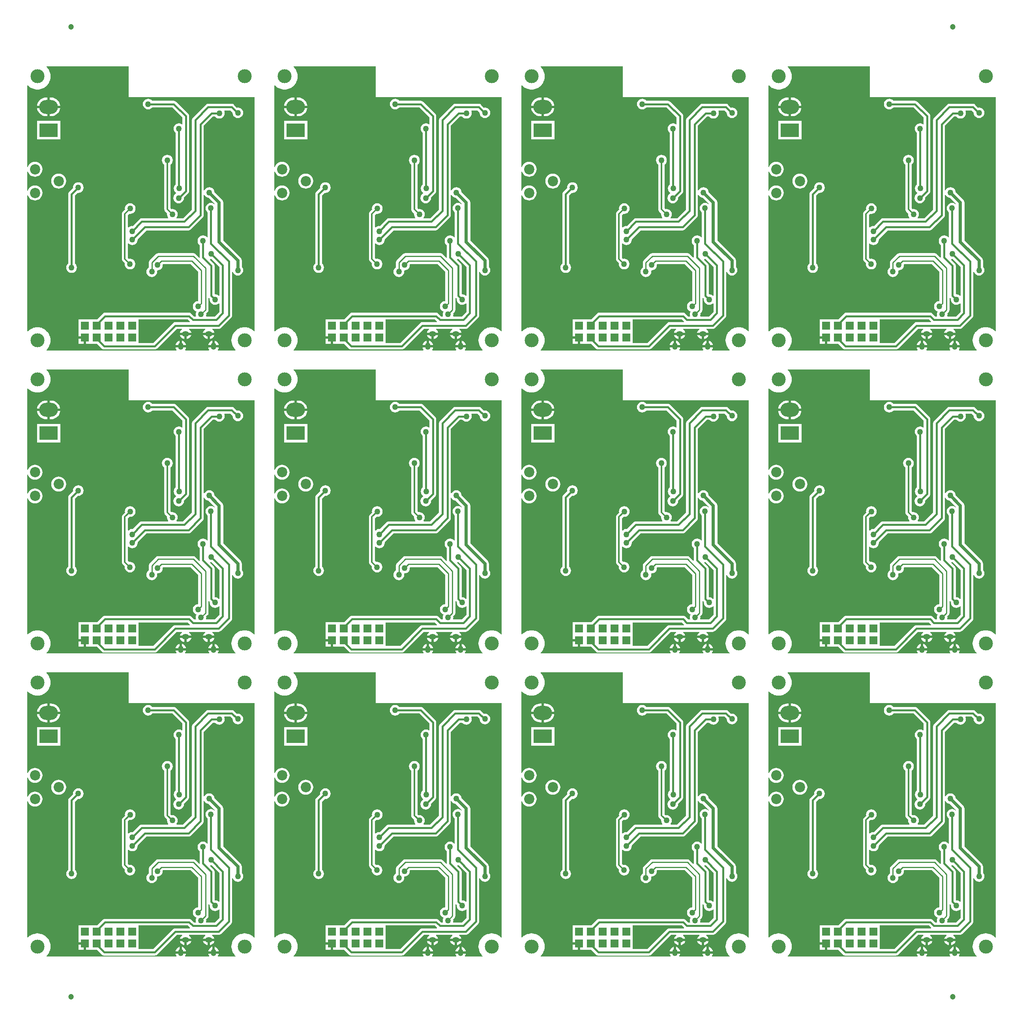
<source format=gbl>
%MOIN*%
%OFA0B0*%
%FSLAX44Y44*%
%IPPOS*%
%LPD*%
%ADD10C,0.047244094488188976*%
%ADD21C,0.047244094488188976*%
%ADD22C,0.015748031496062995*%
%ADD23C,0.027559055118110236*%
%ADD24C,0.01*%
%ADD25C,0.011811023622047244*%
%ADD26R,0.066929133858267723X0.066929133858267723*%
%ADD27C,0.086614173228346469*%
%ADD28R,0.15748031496062992X0.11811023622047245*%
%ADD29O,0.15748031496062992X0.11811023622047245*%
%ADD30C,0.11811023622047245*%
%ADD31O,0.047244094488188976X0.059055118110236227*%
%ADD32O,0.059055118110236227X0.047244094488188976*%
%ADD33C,0.05*%
%ADD34C,0.015748031496062995*%
%ADD35C,0.027559055118110236*%
%ADD36C,0.01*%
%ADD37C,0.011811023622047244*%
%ADD38R,0.066929133858267723X0.066929133858267723*%
%ADD39C,0.086614173228346469*%
%ADD40R,0.15748031496062992X0.11811023622047245*%
%ADD41O,0.15748031496062992X0.11811023622047245*%
%ADD42C,0.11811023622047245*%
%ADD43O,0.047244094488188976X0.059055118110236227*%
%ADD44O,0.059055118110236227X0.047244094488188976*%
%ADD45C,0.05*%
%ADD46C,0.015748031496062995*%
%ADD47C,0.027559055118110236*%
%ADD48C,0.01*%
%ADD49C,0.011811023622047244*%
%ADD50R,0.066929133858267723X0.066929133858267723*%
%ADD51C,0.086614173228346469*%
%ADD52R,0.15748031496062992X0.11811023622047245*%
%ADD53O,0.15748031496062992X0.11811023622047245*%
%ADD54C,0.11811023622047245*%
%ADD55O,0.047244094488188976X0.059055118110236227*%
%ADD56O,0.059055118110236227X0.047244094488188976*%
%ADD57C,0.05*%
%ADD58C,0.015748031496062995*%
%ADD59C,0.027559055118110236*%
%ADD60C,0.01*%
%ADD61C,0.011811023622047244*%
%ADD62R,0.066929133858267723X0.066929133858267723*%
%ADD63C,0.086614173228346469*%
%ADD64R,0.15748031496062992X0.11811023622047245*%
%ADD65O,0.15748031496062992X0.11811023622047245*%
%ADD66C,0.11811023622047245*%
%ADD67O,0.047244094488188976X0.059055118110236227*%
%ADD68O,0.059055118110236227X0.047244094488188976*%
%ADD69C,0.05*%
%ADD70C,0.015748031496062995*%
%ADD71C,0.027559055118110236*%
%ADD72C,0.01*%
%ADD73C,0.011811023622047244*%
%ADD74R,0.066929133858267723X0.066929133858267723*%
%ADD75C,0.086614173228346469*%
%ADD76R,0.15748031496062992X0.11811023622047245*%
%ADD77O,0.15748031496062992X0.11811023622047245*%
%ADD78C,0.11811023622047245*%
%ADD79O,0.047244094488188976X0.059055118110236227*%
%ADD80O,0.059055118110236227X0.047244094488188976*%
%ADD81C,0.05*%
%ADD82C,0.015748031496062995*%
%ADD83C,0.027559055118110236*%
%ADD84C,0.01*%
%ADD85C,0.011811023622047244*%
%ADD86R,0.066929133858267723X0.066929133858267723*%
%ADD87C,0.086614173228346469*%
%ADD88R,0.15748031496062992X0.11811023622047245*%
%ADD89O,0.15748031496062992X0.11811023622047245*%
%ADD90C,0.11811023622047245*%
%ADD91O,0.047244094488188976X0.059055118110236227*%
%ADD92O,0.059055118110236227X0.047244094488188976*%
%ADD93C,0.05*%
%ADD94C,0.015748031496062995*%
%ADD95C,0.027559055118110236*%
%ADD96C,0.01*%
%ADD97C,0.011811023622047244*%
%ADD98R,0.066929133858267723X0.066929133858267723*%
%ADD99C,0.086614173228346469*%
%ADD100R,0.15748031496062992X0.11811023622047245*%
%ADD101O,0.15748031496062992X0.11811023622047245*%
%ADD102C,0.11811023622047245*%
%ADD103O,0.047244094488188976X0.059055118110236227*%
%ADD104O,0.059055118110236227X0.047244094488188976*%
%ADD105C,0.05*%
%ADD106C,0.015748031496062995*%
%ADD107C,0.027559055118110236*%
%ADD108C,0.01*%
%ADD109C,0.011811023622047244*%
%ADD110R,0.066929133858267723X0.066929133858267723*%
%ADD111C,0.086614173228346469*%
%ADD112R,0.15748031496062992X0.11811023622047245*%
%ADD113O,0.15748031496062992X0.11811023622047245*%
%ADD114C,0.11811023622047245*%
%ADD115O,0.047244094488188976X0.059055118110236227*%
%ADD116O,0.059055118110236227X0.047244094488188976*%
%ADD117C,0.05*%
%ADD118C,0.015748031496062995*%
%ADD119C,0.027559055118110236*%
%ADD120C,0.01*%
%ADD121C,0.011811023622047244*%
%ADD122R,0.066929133858267723X0.066929133858267723*%
%ADD123C,0.086614173228346469*%
%ADD124R,0.15748031496062992X0.11811023622047245*%
%ADD125O,0.15748031496062992X0.11811023622047245*%
%ADD126C,0.11811023622047245*%
%ADD127O,0.047244094488188976X0.059055118110236227*%
%ADD128O,0.059055118110236227X0.047244094488188976*%
%ADD129C,0.05*%
%ADD130C,0.015748031496062995*%
%ADD131C,0.027559055118110236*%
%ADD132C,0.01*%
%ADD133C,0.011811023622047244*%
%ADD134R,0.066929133858267723X0.066929133858267723*%
%ADD135C,0.086614173228346469*%
%ADD136R,0.15748031496062992X0.11811023622047245*%
%ADD137O,0.15748031496062992X0.11811023622047245*%
%ADD138C,0.11811023622047245*%
%ADD139O,0.047244094488188976X0.059055118110236227*%
%ADD140O,0.059055118110236227X0.047244094488188976*%
%ADD141C,0.05*%
%ADD142C,0.015748031496062995*%
%ADD143C,0.027559055118110236*%
%ADD144C,0.01*%
%ADD145C,0.011811023622047244*%
%ADD146R,0.066929133858267723X0.066929133858267723*%
%ADD147C,0.086614173228346469*%
%ADD148R,0.15748031496062992X0.11811023622047245*%
%ADD149O,0.15748031496062992X0.11811023622047245*%
%ADD150C,0.11811023622047245*%
%ADD151O,0.047244094488188976X0.059055118110236227*%
%ADD152O,0.059055118110236227X0.047244094488188976*%
%ADD153C,0.05*%
%ADD154C,0.015748031496062995*%
%ADD155C,0.027559055118110236*%
%ADD156C,0.01*%
%ADD157C,0.011811023622047244*%
%ADD158R,0.066929133858267723X0.066929133858267723*%
%ADD159C,0.086614173228346469*%
%ADD160R,0.15748031496062992X0.11811023622047245*%
%ADD161O,0.15748031496062992X0.11811023622047245*%
%ADD162C,0.11811023622047245*%
%ADD163O,0.047244094488188976X0.059055118110236227*%
%ADD164O,0.059055118110236227X0.047244094488188976*%
%ADD165C,0.05*%
G01*
G75*
D10*
X00003937Y00001968D02*
D03*
X00078409Y00001968D02*
D03*
G04 next file*
G04 Layer_Physical_Order=2*
G04 Layer_Color=16711680*
G04 skipping 71
G01*
G75*
D21*
X00078409Y00083858D02*
D03*
X00003937Y00083858D02*
D03*
G04 next file*
G04 Layer_Physical_Order=2*
G04 Layer_Color=16711680*
G04 skipping 71
G01*
G75*
G36*
X00008822Y00026762D02*
X00019449Y00026762D01*
X00019449Y00007005D01*
X00019399Y00006984D01*
X00019317Y00007065D01*
X00019301Y00007076D01*
X00019287Y00007090D01*
X00019138Y00007189D01*
X00019120Y00007197D01*
X00019104Y00007208D01*
X00018939Y00007276D01*
X00018920Y00007280D01*
X00018901Y00007288D01*
X00018726Y00007322D01*
X00018707Y00007322D01*
X00018687Y00007326D01*
X00018509Y00007326D01*
X00018489Y00007322D01*
X00018470Y00007322D01*
X00018295Y00007288D01*
X00018276Y00007280D01*
X00018257Y00007276D01*
X00018092Y00007208D01*
X00018076Y00007197D01*
X00018057Y00007189D01*
X00017909Y00007090D01*
X00017895Y00007076D01*
X00017879Y00007065D01*
X00017753Y00006939D01*
X00017742Y00006923D01*
X00017728Y00006909D01*
X00017628Y00006760D01*
X00017621Y00006742D01*
X00017610Y00006726D01*
X00017542Y00006561D01*
X00017538Y00006542D01*
X00017530Y00006523D01*
X00017495Y00006348D01*
X00017495Y00006329D01*
X00017492Y00006309D01*
X00017492Y00006131D01*
X00017495Y00006111D01*
X00017495Y00006092D01*
X00017530Y00005917D01*
X00017538Y00005898D01*
X00017542Y00005879D01*
X00017610Y00005714D01*
X00017621Y00005698D01*
X00017628Y00005679D01*
X00017728Y00005531D01*
X00017742Y00005517D01*
X00017753Y00005501D01*
X00017834Y00005419D01*
X00017813Y00005369D01*
X00016358Y00005369D01*
X00016336Y00005414D01*
X00016351Y00005433D01*
X00016395Y00005539D01*
X00016404Y00005612D01*
X00015541Y00005612D01*
X00015551Y00005539D01*
X00015595Y00005433D01*
X00015609Y00005414D01*
X00015587Y00005369D01*
X00013598Y00005369D01*
X00013576Y00005414D01*
X00013591Y00005433D01*
X00013635Y00005539D01*
X00013644Y00005612D01*
X00012781Y00005612D01*
X00012791Y00005539D01*
X00012835Y00005433D01*
X00012849Y00005414D01*
X00012827Y00005369D01*
X00001886Y00005369D01*
X00001866Y00005419D01*
X00001947Y00005501D01*
X00001958Y00005517D01*
X00001972Y00005531D01*
X00002071Y00005679D01*
X00002079Y00005698D01*
X00002090Y00005714D01*
X00002158Y00005879D01*
X00002162Y00005898D01*
X00002170Y00005917D01*
X00002204Y00006092D01*
X00002204Y00006111D01*
X00002208Y00006131D01*
X00002208Y00006309D01*
X00002204Y00006329D01*
X00002204Y00006348D01*
X00002170Y00006523D01*
X00002162Y00006542D01*
X00002158Y00006561D01*
X00002090Y00006726D01*
X00002079Y00006742D01*
X00002071Y00006760D01*
X00001972Y00006909D01*
X00001958Y00006923D01*
X00001947Y00006939D01*
X00001821Y00007065D01*
X00001805Y00007076D01*
X00001791Y00007090D01*
X00001642Y00007189D01*
X00001624Y00007197D01*
X00001608Y00007208D01*
X00001443Y00007276D01*
X00001423Y00007280D01*
X00001405Y00007288D01*
X00001230Y00007322D01*
X00001210Y00007322D01*
X00001191Y00007326D01*
X00001013Y00007326D01*
X00000993Y00007322D01*
X00000974Y00007322D01*
X00000799Y00007288D01*
X00000780Y00007280D01*
X00000761Y00007276D01*
X00000596Y00007208D01*
X00000580Y00007197D01*
X00000561Y00007189D01*
X00000413Y00007090D01*
X00000399Y00007076D01*
X00000383Y00007065D01*
X00000301Y00006984D01*
X00000251Y00007005D01*
X00000251Y00018463D01*
X00000301Y00018470D01*
X00000315Y00018425D01*
X00000373Y00018316D01*
X00000452Y00018220D01*
X00000548Y00018141D01*
X00000657Y00018083D01*
X00000776Y00018047D01*
X00000900Y00018035D01*
X00001023Y00018047D01*
X00001142Y00018083D01*
X00001251Y00018141D01*
X00001347Y00018220D01*
X00001426Y00018316D01*
X00001484Y00018425D01*
X00001520Y00018544D01*
X00001532Y00018668D01*
X00001520Y00018791D01*
X00001484Y00018910D01*
X00001426Y00019019D01*
X00001347Y00019115D01*
X00001251Y00019194D01*
X00001142Y00019252D01*
X00001023Y00019288D01*
X00000900Y00019301D01*
X00000776Y00019288D01*
X00000657Y00019252D01*
X00000548Y00019194D01*
X00000452Y00019115D01*
X00000373Y00019019D01*
X00000315Y00018910D01*
X00000301Y00018865D01*
X00000251Y00018873D01*
X00000251Y00020463D01*
X00000301Y00020470D01*
X00000315Y00020425D01*
X00000373Y00020316D01*
X00000452Y00020220D01*
X00000548Y00020141D01*
X00000657Y00020083D01*
X00000776Y00020047D01*
X00000900Y00020035D01*
X00001023Y00020047D01*
X00001142Y00020083D01*
X00001251Y00020141D01*
X00001347Y00020220D01*
X00001426Y00020316D01*
X00001484Y00020425D01*
X00001520Y00020544D01*
X00001532Y00020668D01*
X00001520Y00020791D01*
X00001484Y00020910D01*
X00001426Y00021019D01*
X00001347Y00021115D01*
X00001251Y00021194D01*
X00001142Y00021252D01*
X00001023Y00021288D01*
X00000900Y00021301D01*
X00000776Y00021288D01*
X00000657Y00021252D01*
X00000548Y00021194D01*
X00000452Y00021115D01*
X00000373Y00021019D01*
X00000315Y00020910D01*
X00000301Y00020865D01*
X00000251Y00020873D01*
X00000251Y00027726D01*
X00000301Y00027747D01*
X00000383Y00027665D01*
X00000399Y00027654D01*
X00000413Y00027640D01*
X00000561Y00027541D01*
X00000580Y00027533D01*
X00000596Y00027523D01*
X00000761Y00027454D01*
X00000780Y00027450D01*
X00000799Y00027443D01*
X00000974Y00027408D01*
X00000993Y00027408D01*
X00001013Y00027404D01*
X00001191Y00027404D01*
X00001210Y00027408D01*
X00001230Y00027408D01*
X00001405Y00027443D01*
X00001423Y00027450D01*
X00001443Y00027454D01*
X00001608Y00027523D01*
X00001624Y00027533D01*
X00001642Y00027541D01*
X00001791Y00027640D01*
X00001805Y00027654D01*
X00001821Y00027665D01*
X00001947Y00027791D01*
X00001958Y00027808D01*
X00001972Y00027822D01*
X00002071Y00027970D01*
X00002079Y00027988D01*
X00002090Y00028005D01*
X00002158Y00028170D01*
X00002162Y00028189D01*
X00002170Y00028207D01*
X00002204Y00028382D01*
X00002204Y00028402D01*
X00002208Y00028421D01*
X00002208Y00028600D01*
X00002204Y00028619D01*
X00002204Y00028639D01*
X00002170Y00028814D01*
X00002162Y00028832D01*
X00002158Y00028851D01*
X00002090Y00029016D01*
X00002079Y00029033D01*
X00002071Y00029051D01*
X00001972Y00029199D01*
X00001958Y00029213D01*
X00001947Y00029230D01*
X00001866Y00029311D01*
X00001886Y00029361D01*
X00008822Y00029361D01*
X00008822Y00026762D01*
D02*
G37*
%LPC*%
G36*
X00002246Y00026727D02*
X00002148Y00026727D01*
X00002148Y00026035D01*
X00003028Y00026035D01*
X00003022Y00026090D01*
X00002977Y00026239D01*
X00002904Y00026376D01*
X00002806Y00026496D01*
X00002686Y00026594D01*
X00002549Y00026667D01*
X00002401Y00026712D01*
X00002246Y00026727D01*
D02*
G37*
G36*
X00001951Y00026727D02*
X00001853Y00026727D01*
X00001698Y00026712D01*
X00001550Y00026667D01*
X00001413Y00026594D01*
X00001293Y00026496D01*
X00001195Y00026376D01*
X00001122Y00026239D01*
X00001077Y00026090D01*
X00001071Y00026035D01*
X00001951Y00026035D01*
X00001951Y00026727D01*
D02*
G37*
G36*
X00003028Y00025838D02*
X00002148Y00025838D01*
X00002148Y00025145D01*
X00002246Y00025145D01*
X00002401Y00025160D01*
X00002549Y00025205D01*
X00002686Y00025278D01*
X00002806Y00025377D01*
X00002904Y00025497D01*
X00002977Y00025633D01*
X00003022Y00025782D01*
X00003028Y00025838D01*
D02*
G37*
G36*
X00001951Y00025838D02*
X00001071Y00025838D01*
X00001077Y00025782D01*
X00001122Y00025633D01*
X00001195Y00025497D01*
X00001293Y00025377D01*
X00001413Y00025278D01*
X00001550Y00025205D01*
X00001698Y00025160D01*
X00001853Y00025145D01*
X00001951Y00025145D01*
X00001951Y00025838D01*
D02*
G37*
G36*
X00017526Y00026187D02*
X00015525Y00026187D01*
X00015453Y00026178D01*
X00015386Y00026150D01*
X00015329Y00026106D01*
X00014236Y00025013D01*
X00014191Y00024955D01*
X00014164Y00024888D01*
X00014154Y00024816D01*
X00014154Y00017266D01*
X00013409Y00016521D01*
X00012863Y00016521D01*
X00012839Y00016571D01*
X00012887Y00016635D01*
X00012932Y00016743D01*
X00012948Y00016860D01*
X00012932Y00016977D01*
X00012887Y00017085D01*
X00012816Y00017179D01*
X00012722Y00017250D01*
X00012614Y00017295D01*
X00012497Y00017311D01*
X00012421Y00017301D01*
X00012334Y00017388D01*
X00012334Y00021067D01*
X00012395Y00021114D01*
X00012467Y00021207D01*
X00012512Y00021316D01*
X00012527Y00021433D01*
X00012512Y00021549D01*
X00012467Y00021658D01*
X00012395Y00021751D01*
X00012302Y00021823D01*
X00012193Y00021868D01*
X00012076Y00021883D01*
X00011960Y00021868D01*
X00011851Y00021823D01*
X00011758Y00021751D01*
X00011686Y00021658D01*
X00011641Y00021549D01*
X00011626Y00021433D01*
X00011641Y00021316D01*
X00011686Y00021207D01*
X00011758Y00021114D01*
X00011818Y00021067D01*
X00011818Y00017281D01*
X00011827Y00017214D01*
X00011853Y00017152D01*
X00011894Y00017098D01*
X00012056Y00016936D01*
X00012046Y00016860D01*
X00012062Y00016743D01*
X00012107Y00016635D01*
X00012156Y00016571D01*
X00012131Y00016521D01*
X00009909Y00016521D01*
X00009837Y00016512D01*
X00009770Y00016484D01*
X00009712Y00016440D01*
X00009146Y00015874D01*
X00009096Y00015881D01*
X00008979Y00015865D01*
X00008870Y00015820D01*
X00008797Y00015764D01*
X00008747Y00015789D01*
X00008747Y00016796D01*
X00008862Y00016910D01*
X00008938Y00016900D01*
X00009054Y00016916D01*
X00009163Y00016961D01*
X00009256Y00017032D01*
X00009328Y00017126D01*
X00009373Y00017234D01*
X00009388Y00017351D01*
X00009373Y00017468D01*
X00009328Y00017576D01*
X00009256Y00017670D01*
X00009163Y00017741D01*
X00009054Y00017786D01*
X00008938Y00017802D01*
X00008821Y00017786D01*
X00008712Y00017741D01*
X00008619Y00017670D01*
X00008547Y00017576D01*
X00008502Y00017468D01*
X00008487Y00017351D01*
X00008497Y00017275D01*
X00008307Y00017085D01*
X00008266Y00017032D01*
X00008240Y00016969D01*
X00008231Y00016903D01*
X00008231Y00013094D01*
X00008240Y00013027D01*
X00008266Y00012965D01*
X00008307Y00012911D01*
X00008482Y00012736D01*
X00008472Y00012661D01*
X00008487Y00012544D01*
X00008532Y00012435D01*
X00008604Y00012342D01*
X00008697Y00012270D01*
X00008806Y00012225D01*
X00008922Y00012210D01*
X00009039Y00012225D01*
X00009148Y00012270D01*
X00009241Y00012342D01*
X00009313Y00012435D01*
X00009358Y00012544D01*
X00009373Y00012661D01*
X00009358Y00012777D01*
X00009313Y00012886D01*
X00009241Y00012979D01*
X00009148Y00013051D01*
X00009039Y00013096D01*
X00008922Y00013111D01*
X00008847Y00013101D01*
X00008747Y00013201D01*
X00008747Y00014385D01*
X00008795Y00014401D01*
X00008802Y00014392D01*
X00008895Y00014321D01*
X00009004Y00014276D01*
X00009120Y00014260D01*
X00009237Y00014276D01*
X00009346Y00014321D01*
X00009439Y00014392D01*
X00009511Y00014486D01*
X00009556Y00014594D01*
X00009571Y00014711D01*
X00009564Y00014762D01*
X00010307Y00015505D01*
X00013861Y00015505D01*
X00013933Y00015514D01*
X00014000Y00015542D01*
X00014058Y00015586D01*
X00015076Y00016604D01*
X00015120Y00016662D01*
X00015148Y00016729D01*
X00015157Y00016801D01*
X00015157Y00018504D01*
X00015207Y00018514D01*
X00015223Y00018476D01*
X00015295Y00018383D01*
X00015388Y00018311D01*
X00015497Y00018266D01*
X00015583Y00018255D01*
X00016090Y00017747D01*
X00016057Y00017710D01*
X00015982Y00017767D01*
X00015874Y00017812D01*
X00015757Y00017827D01*
X00015640Y00017812D01*
X00015532Y00017767D01*
X00015438Y00017695D01*
X00015367Y00017602D01*
X00015322Y00017493D01*
X00015306Y00017377D01*
X00015322Y00017260D01*
X00015367Y00017151D01*
X00015438Y00017058D01*
X00015479Y00017027D01*
X00015479Y00014925D01*
X00015429Y00014908D01*
X00015402Y00014943D01*
X00015309Y00015014D01*
X00015200Y00015059D01*
X00015084Y00015075D01*
X00014967Y00015059D01*
X00014858Y00015014D01*
X00014765Y00014943D01*
X00014693Y00014849D01*
X00014648Y00014741D01*
X00014633Y00014624D01*
X00014648Y00014507D01*
X00014693Y00014399D01*
X00014765Y00014305D01*
X00014806Y00014274D01*
X00014806Y00013238D01*
X00014808Y00013222D01*
X00014761Y00013198D01*
X00014448Y00013511D01*
X00014366Y00013566D01*
X00014270Y00013585D01*
X00011301Y00013585D01*
X00011205Y00013566D01*
X00011124Y00013511D01*
X00010583Y00012970D01*
X00010528Y00012889D01*
X00010509Y00012792D01*
X00010509Y00012385D01*
X00010442Y00012333D01*
X00010370Y00012240D01*
X00010325Y00012131D01*
X00010310Y00012014D01*
X00010325Y00011898D01*
X00010370Y00011789D01*
X00010442Y00011696D01*
X00010535Y00011624D01*
X00010644Y00011579D01*
X00010761Y00011564D01*
X00010877Y00011579D01*
X00010986Y00011624D01*
X00011079Y00011696D01*
X00011151Y00011789D01*
X00011196Y00011898D01*
X00011211Y00012014D01*
X00011202Y00012087D01*
X00011240Y00012133D01*
X00011357Y00012148D01*
X00011466Y00012193D01*
X00011559Y00012265D01*
X00011631Y00012358D01*
X00011676Y00012467D01*
X00011691Y00012584D01*
X00011685Y00012627D01*
X00011718Y00012665D01*
X00014044Y00012665D01*
X00014684Y00012025D01*
X00014684Y00009537D01*
X00014682Y00009535D01*
X00014565Y00009519D01*
X00014456Y00009474D01*
X00014363Y00009403D01*
X00014291Y00009309D01*
X00014246Y00009201D01*
X00014231Y00009084D01*
X00014246Y00008967D01*
X00014291Y00008859D01*
X00014363Y00008765D01*
X00014456Y00008694D01*
X00014524Y00008666D01*
X00014530Y00008643D01*
X00014485Y00008535D01*
X00014470Y00008418D01*
X00014485Y00008301D01*
X00014494Y00008279D01*
X00014467Y00008237D01*
X00014343Y00008237D01*
X00014109Y00008470D01*
X00014052Y00008515D01*
X00013985Y00008542D01*
X00013913Y00008552D01*
X00006807Y00008552D01*
X00006735Y00008542D01*
X00006668Y00008515D01*
X00006610Y00008470D01*
X00006139Y00007999D01*
X00004568Y00007999D01*
X00004568Y00006936D01*
X00004568Y00006566D01*
X00005100Y00006566D01*
X00005100Y00006468D01*
X00005198Y00006468D01*
X00005198Y00005936D01*
X00006133Y00005936D01*
X00006535Y00005534D01*
X00006593Y00005489D01*
X00006660Y00005462D01*
X00006732Y00005452D01*
X00011006Y00005452D01*
X00011078Y00005462D01*
X00011145Y00005489D01*
X00011202Y00005534D01*
X00012864Y00007196D01*
X00013317Y00007196D01*
X00013330Y00007162D01*
X00013331Y00007146D01*
X00013245Y00007080D01*
X00013175Y00006989D01*
X00013132Y00006884D01*
X00013130Y00006869D01*
X00013613Y00006869D01*
X00014096Y00006869D01*
X00014094Y00006884D01*
X00014050Y00006989D01*
X00013981Y00007080D01*
X00013895Y00007146D01*
X00013895Y00007162D01*
X00013909Y00007196D01*
X00015277Y00007196D01*
X00015290Y00007162D01*
X00015291Y00007146D01*
X00015205Y00007080D01*
X00015135Y00006989D01*
X00015092Y00006884D01*
X00015090Y00006869D01*
X00015573Y00006869D01*
X00016056Y00006869D01*
X00016054Y00006884D01*
X00016010Y00006989D01*
X00015941Y00007080D01*
X00015855Y00007146D01*
X00015855Y00007162D01*
X00015869Y00007196D01*
X00016421Y00007196D01*
X00016493Y00007205D01*
X00016560Y00007233D01*
X00016618Y00007277D01*
X00017476Y00008136D01*
X00017521Y00008193D01*
X00017548Y00008260D01*
X00017558Y00008332D01*
X00017558Y00011989D01*
X00017608Y00011999D01*
X00017643Y00011914D01*
X00017715Y00011821D01*
X00017808Y00011749D01*
X00017917Y00011704D01*
X00018033Y00011689D01*
X00018150Y00011704D01*
X00018259Y00011749D01*
X00018352Y00011821D01*
X00018424Y00011914D01*
X00018469Y00012023D01*
X00018484Y00012139D01*
X00018469Y00012256D01*
X00018424Y00012365D01*
X00018371Y00012433D01*
X00018371Y00012959D01*
X00018359Y00013046D01*
X00018326Y00013127D01*
X00018272Y00013197D01*
X00016796Y00014674D01*
X00016796Y00017857D01*
X00016784Y00017944D01*
X00016750Y00018025D01*
X00016697Y00018095D01*
X00016060Y00018732D01*
X00016049Y00018818D01*
X00016004Y00018927D01*
X00015932Y00019020D01*
X00015839Y00019092D01*
X00015730Y00019137D01*
X00015613Y00019152D01*
X00015497Y00019137D01*
X00015388Y00019092D01*
X00015295Y00019020D01*
X00015223Y00018927D01*
X00015207Y00018889D01*
X00015157Y00018899D01*
X00015157Y00024347D01*
X00015925Y00025115D01*
X00016116Y00025115D01*
X00016148Y00025074D01*
X00016241Y00025002D01*
X00016350Y00024957D01*
X00016466Y00024942D01*
X00016583Y00024957D01*
X00016692Y00025002D01*
X00016785Y00025074D01*
X00016857Y00025167D01*
X00016902Y00025276D01*
X00016917Y00025393D01*
X00016902Y00025509D01*
X00016872Y00025581D01*
X00016905Y00025631D01*
X00017411Y00025631D01*
X00017583Y00025460D01*
X00017579Y00025433D01*
X00017594Y00025317D01*
X00017640Y00025208D01*
X00017711Y00025115D01*
X00017804Y00025043D01*
X00017913Y00024998D01*
X00018030Y00024983D01*
X00018146Y00024998D01*
X00018255Y00025043D01*
X00018348Y00025115D01*
X00018420Y00025208D01*
X00018465Y00025317D01*
X00018481Y00025433D01*
X00018465Y00025550D01*
X00018420Y00025659D01*
X00018348Y00025752D01*
X00018255Y00025824D01*
X00018146Y00025869D01*
X00018030Y00025884D01*
X00017954Y00025874D01*
X00017722Y00026106D01*
X00017665Y00026150D01*
X00017598Y00026178D01*
X00017526Y00026187D01*
D02*
G37*
G36*
X00010452Y00026620D02*
X00010336Y00026605D01*
X00010227Y00026560D01*
X00010134Y00026488D01*
X00010062Y00026395D01*
X00010017Y00026286D01*
X00010002Y00026169D01*
X00010017Y00026053D01*
X00010062Y00025944D01*
X00010134Y00025850D01*
X00010227Y00025779D01*
X00010336Y00025734D01*
X00010452Y00025718D01*
X00010569Y00025734D01*
X00010678Y00025779D01*
X00010771Y00025850D01*
X00010802Y00025891D01*
X00012501Y00025891D01*
X00013358Y00025034D01*
X00013358Y00024482D01*
X00013313Y00024460D01*
X00013284Y00024483D01*
X00013175Y00024528D01*
X00013058Y00024543D01*
X00012942Y00024528D01*
X00012833Y00024483D01*
X00012739Y00024411D01*
X00012668Y00024318D01*
X00012623Y00024209D01*
X00012607Y00024092D01*
X00012623Y00023976D01*
X00012668Y00023867D01*
X00012739Y00023774D01*
X00012780Y00023742D01*
X00012780Y00019389D01*
X00012752Y00019367D01*
X00012681Y00019274D01*
X00012636Y00019165D01*
X00012620Y00019049D01*
X00012636Y00018932D01*
X00012681Y00018823D01*
X00012752Y00018730D01*
X00012815Y00018682D01*
X00012808Y00018625D01*
X00012715Y00018554D01*
X00012643Y00018460D01*
X00012598Y00018352D01*
X00012583Y00018235D01*
X00012598Y00018118D01*
X00012643Y00018010D01*
X00012715Y00017916D01*
X00012808Y00017845D01*
X00012917Y00017800D01*
X00013034Y00017784D01*
X00013150Y00017800D01*
X00013259Y00017845D01*
X00013352Y00017916D01*
X00013424Y00018010D01*
X00013469Y00018118D01*
X00013484Y00018235D01*
X00013478Y00018286D01*
X00013832Y00018640D01*
X00013876Y00018698D01*
X00013904Y00018765D01*
X00013914Y00018837D01*
X00013914Y00025150D01*
X00013904Y00025221D01*
X00013876Y00025288D01*
X00013832Y00025346D01*
X00012813Y00026366D01*
X00012755Y00026410D01*
X00012688Y00026438D01*
X00012616Y00026447D01*
X00010802Y00026447D01*
X00010771Y00026488D01*
X00010678Y00026560D01*
X00010569Y00026605D01*
X00010452Y00026620D01*
D02*
G37*
G36*
X00003034Y00024755D02*
X00001065Y00024755D01*
X00001065Y00023180D01*
X00003034Y00023180D01*
X00003034Y00024755D01*
D02*
G37*
G36*
X00002900Y00020301D02*
X00002776Y00020288D01*
X00002657Y00020252D01*
X00002548Y00020194D01*
X00002452Y00020115D01*
X00002373Y00020019D01*
X00002315Y00019910D01*
X00002279Y00019791D01*
X00002267Y00019668D01*
X00002279Y00019544D01*
X00002315Y00019425D01*
X00002373Y00019316D01*
X00002452Y00019220D01*
X00002548Y00019141D01*
X00002657Y00019083D01*
X00002776Y00019047D01*
X00002900Y00019035D01*
X00003023Y00019047D01*
X00003142Y00019083D01*
X00003251Y00019141D01*
X00003347Y00019220D01*
X00003426Y00019316D01*
X00003484Y00019425D01*
X00003520Y00019544D01*
X00003532Y00019668D01*
X00003520Y00019791D01*
X00003484Y00019910D01*
X00003426Y00020019D01*
X00003347Y00020115D01*
X00003251Y00020194D01*
X00003142Y00020252D01*
X00003023Y00020288D01*
X00002900Y00020301D01*
D02*
G37*
G36*
X00004554Y00019574D02*
X00004438Y00019558D01*
X00004329Y00019513D01*
X00004235Y00019442D01*
X00004164Y00019348D01*
X00004119Y00019240D01*
X00004104Y00019123D01*
X00004110Y00019072D01*
X00003793Y00018755D01*
X00003749Y00018697D01*
X00003721Y00018630D01*
X00003711Y00018558D01*
X00003711Y00012712D01*
X00003671Y00012680D01*
X00003599Y00012587D01*
X00003554Y00012478D01*
X00003539Y00012362D01*
X00003554Y00012245D01*
X00003599Y00012136D01*
X00003671Y00012043D01*
X00003764Y00011971D01*
X00003873Y00011926D01*
X00003989Y00011911D01*
X00004106Y00011926D01*
X00004215Y00011971D01*
X00004308Y00012043D01*
X00004380Y00012136D01*
X00004425Y00012245D01*
X00004440Y00012362D01*
X00004425Y00012478D01*
X00004380Y00012587D01*
X00004308Y00012680D01*
X00004267Y00012712D01*
X00004267Y00018443D01*
X00004503Y00018679D01*
X00004554Y00018672D01*
X00004671Y00018688D01*
X00004780Y00018733D01*
X00004873Y00018804D01*
X00004945Y00018898D01*
X00004990Y00019006D01*
X00005005Y00019123D01*
X00004990Y00019240D01*
X00004945Y00019348D01*
X00004873Y00019442D01*
X00004780Y00019513D01*
X00004671Y00019558D01*
X00004554Y00019574D01*
D02*
G37*
G36*
X00016056Y00006672D02*
X00015671Y00006672D01*
X00015671Y00006339D01*
X00015745Y00006349D01*
X00015850Y00006393D01*
X00015941Y00006462D01*
X00016010Y00006553D01*
X00016054Y00006658D01*
X00016056Y00006672D01*
D02*
G37*
G36*
X00014096Y00006672D02*
X00013711Y00006672D01*
X00013711Y00006339D01*
X00013785Y00006349D01*
X00013890Y00006393D01*
X00013981Y00006462D01*
X00014050Y00006553D01*
X00014094Y00006658D01*
X00014096Y00006672D01*
D02*
G37*
G36*
X00015474Y00006672D02*
X00015090Y00006672D01*
X00015092Y00006658D01*
X00015135Y00006553D01*
X00015205Y00006462D01*
X00015295Y00006393D01*
X00015401Y00006349D01*
X00015474Y00006339D01*
X00015474Y00006672D01*
D02*
G37*
G36*
X00013514Y00006672D02*
X00013130Y00006672D01*
X00013132Y00006658D01*
X00013175Y00006553D01*
X00013245Y00006462D01*
X00013335Y00006393D01*
X00013441Y00006349D01*
X00013514Y00006339D01*
X00013514Y00006672D01*
D02*
G37*
G36*
X00005001Y00006369D02*
X00004568Y00006369D01*
X00004568Y00005936D01*
X00005001Y00005936D01*
X00005001Y00006369D01*
D02*
G37*
G36*
X00016071Y00006194D02*
X00016071Y00005809D01*
X00016404Y00005809D01*
X00016395Y00005883D01*
X00016351Y00005988D01*
X00016282Y00006079D01*
X00016191Y00006148D01*
X00016086Y00006192D01*
X00016071Y00006194D01*
D02*
G37*
G36*
X00015874Y00006194D02*
X00015860Y00006192D01*
X00015754Y00006148D01*
X00015664Y00006079D01*
X00015595Y00005988D01*
X00015551Y00005883D01*
X00015541Y00005809D01*
X00015874Y00005809D01*
X00015874Y00006194D01*
D02*
G37*
G36*
X00013311Y00006194D02*
X00013311Y00005809D01*
X00013644Y00005809D01*
X00013635Y00005883D01*
X00013591Y00005988D01*
X00013522Y00006079D01*
X00013431Y00006148D01*
X00013326Y00006192D01*
X00013311Y00006194D01*
D02*
G37*
G36*
X00013114Y00006194D02*
X00013100Y00006192D01*
X00012994Y00006148D01*
X00012904Y00006079D01*
X00012835Y00005988D01*
X00012791Y00005883D01*
X00012781Y00005809D01*
X00013114Y00005809D01*
X00013114Y00006194D01*
D02*
G37*
%LPD*%
G36*
X00015762Y00013080D02*
X00015813Y00013087D01*
X00016473Y00012427D01*
X00016473Y00010003D01*
X00016455Y00009997D01*
X00016423Y00009991D01*
X00016334Y00010059D01*
X00016225Y00010104D01*
X00016109Y00010120D01*
X00016100Y00010118D01*
X00016063Y00010151D01*
X00016063Y00012537D01*
X00016053Y00012609D01*
X00016026Y00012676D01*
X00015981Y00012734D01*
X00015674Y00013041D01*
X00015698Y00013088D01*
X00015762Y00013080D01*
D02*
G37*
G36*
X00015665Y00009720D02*
X00015658Y00009669D01*
X00015673Y00009552D01*
X00015718Y00009443D01*
X00015790Y00009350D01*
X00015883Y00009278D01*
X00015992Y00009233D01*
X00016109Y00009218D01*
X00016225Y00009233D01*
X00016334Y00009278D01*
X00016423Y00009347D01*
X00016455Y00009341D01*
X00016473Y00009335D01*
X00016473Y00008626D01*
X00016085Y00008237D01*
X00015374Y00008237D01*
X00015346Y00008279D01*
X00015356Y00008301D01*
X00015371Y00008418D01*
X00015360Y00008502D01*
X00015472Y00008614D01*
X00015527Y00008695D01*
X00015546Y00008792D01*
X00015546Y00009778D01*
X00015596Y00009789D01*
X00015665Y00009720D01*
D02*
G37*
G36*
X00013992Y00007801D02*
X00013972Y00007751D01*
X00012749Y00007751D01*
X00012677Y00007742D01*
X00012610Y00007714D01*
X00012553Y00007670D01*
X00010891Y00006008D01*
X00009631Y00006008D01*
X00009631Y00006936D01*
X00009631Y00007996D01*
X00013798Y00007996D01*
X00013992Y00007801D01*
D02*
G37*
D22*
X00006100Y00007468D02*
X00006100Y00007567D01*
X00006807Y00008274D01*
X00010192Y00015783D02*
X00013861Y00015783D01*
X00014880Y00016801D01*
X00014880Y00024462D01*
X00015810Y00025393D01*
X00016466Y00025393D01*
X00015525Y00025909D02*
X00017526Y00025909D01*
X00013524Y00016243D02*
X00014432Y00017151D01*
X00014432Y00024816D01*
X00015525Y00025909D01*
X00009909Y00016243D02*
X00013524Y00016243D01*
X00009096Y00015430D02*
X00009909Y00016243D01*
X00017526Y00025909D02*
X00018002Y00025433D01*
X00018030Y00025433D01*
X00015785Y00009992D02*
X00016109Y00009669D01*
X00015785Y00009992D02*
X00015785Y00012537D01*
X00015084Y00013238D02*
X00015785Y00012537D01*
X00015084Y00013238D02*
X00015084Y00014624D01*
X00015762Y00013531D02*
X00016751Y00012542D01*
X00015757Y00014403D02*
X00015757Y00017377D01*
X00015757Y00014403D02*
X00017280Y00012881D01*
X00010452Y00026169D02*
X00012616Y00026169D01*
X00013045Y00019074D02*
X00013071Y00019049D01*
X00013045Y00019074D02*
X00013058Y00019087D01*
X00013058Y00024092D01*
X00012616Y00026169D02*
X00013636Y00025150D01*
X00013034Y00018235D02*
X00013636Y00018837D01*
X00013636Y00025150D01*
X00003989Y00012362D02*
X00003989Y00018558D01*
X00004554Y00019123D01*
X00006100Y00006362D02*
X00006732Y00005730D01*
X00016200Y00007959D02*
X00016751Y00008511D01*
X00016751Y00012542D01*
X00017280Y00008332D02*
X00017280Y00012881D01*
X00016421Y00007474D02*
X00017280Y00008332D01*
X00006732Y00005730D02*
X00011006Y00005730D01*
X00012749Y00007474D01*
X00016421Y00007474D01*
X00009120Y00014711D02*
X00010192Y00015783D01*
X00006807Y00008274D02*
X00013913Y00008274D01*
X00014227Y00007959D01*
X00016200Y00007959D01*
D23*
X00015613Y00018701D02*
X00016458Y00017857D01*
X00016458Y00014534D02*
X00016458Y00017857D01*
X00016458Y00014534D02*
X00018033Y00012959D01*
X00018033Y00012139D02*
X00018033Y00012959D01*
D24*
X00011240Y00012584D02*
X00011573Y00012916D01*
X00014920Y00008418D02*
X00015294Y00008792D01*
X00015294Y00012309D01*
X00014270Y00013333D02*
X00015294Y00012309D01*
X00010761Y00012014D02*
X00010761Y00012792D01*
X00011301Y00013333D01*
X00014270Y00013333D01*
X00014682Y00009084D02*
X00014936Y00009338D01*
X00011573Y00012916D02*
X00014148Y00012916D01*
X00014936Y00012129D01*
X00014936Y00009338D02*
X00014936Y00012129D01*
X00006100Y00006362D02*
X00006100Y00006468D01*
D25*
X00012076Y00017281D02*
X00012076Y00021433D01*
X00012076Y00017281D02*
X00012497Y00016860D01*
X00008489Y00013094D02*
X00008922Y00012661D01*
X00008489Y00013094D02*
X00008489Y00016903D01*
X00008938Y00017351D01*
D26*
X00006100Y00007468D02*
D03*
X00006100Y00006468D02*
D03*
X00008100Y00006468D02*
D03*
X00008100Y00007468D02*
D03*
X00007100Y00006468D02*
D03*
X00007100Y00007468D02*
D03*
X00009100Y00007468D02*
D03*
X00009100Y00006468D02*
D03*
X00005100Y00006468D02*
D03*
X00005100Y00007468D02*
D03*
D27*
X00000900Y00020668D02*
D03*
X00000900Y00018668D02*
D03*
X00002900Y00019668D02*
D03*
D28*
X00002050Y00023968D02*
D03*
D29*
X00002050Y00025936D02*
D03*
D30*
X00001102Y00028511D02*
D03*
X00018598Y00028511D02*
D03*
X00001102Y00006220D02*
D03*
X00018598Y00006220D02*
D03*
D31*
X00013213Y00005711D02*
D03*
X00015973Y00005711D02*
D03*
D32*
X00013613Y00006771D02*
D03*
X00015573Y00006771D02*
D03*
D33*
X00004739Y00010001D02*
D03*
X00003827Y00010001D02*
D03*
X00002914Y00010001D02*
D03*
X00002002Y00010001D02*
D03*
X00014682Y00009084D02*
D03*
X00014920Y00008418D02*
D03*
X00011240Y00012584D02*
D03*
X00010761Y00012014D02*
D03*
X00009096Y00015430D02*
D03*
X00009120Y00014711D02*
D03*
X00015762Y00013531D02*
D03*
X00015757Y00017377D02*
D03*
X00016466Y00025393D02*
D03*
X00018030Y00025433D02*
D03*
X00015084Y00014624D02*
D03*
X00016109Y00009669D02*
D03*
X00018033Y00012139D02*
D03*
X00015613Y00018701D02*
D03*
X00010452Y00026169D02*
D03*
X00013071Y00019049D02*
D03*
X00013058Y00024092D02*
D03*
X00013034Y00018235D02*
D03*
X00003989Y00012362D02*
D03*
X00004554Y00019123D02*
D03*
X00012497Y00016860D02*
D03*
X00012076Y00021433D02*
D03*
X00008938Y00017351D02*
D03*
X00008922Y00012661D02*
D03*
X00007087Y00019764D02*
D03*
X00007812Y00019764D02*
D03*
X00008536Y00019764D02*
D03*
X00003075Y00016480D02*
D03*
X00003075Y00015629D02*
D03*
X00018784Y00016364D02*
D03*
X00018784Y00015246D02*
D03*
X00018784Y00014127D02*
D03*
X00016447Y00020675D02*
D03*
X00007366Y00010705D02*
D03*
X00008129Y00010705D02*
D03*
X00009729Y00010717D02*
D03*
X00008966Y00010717D02*
D03*
X00010558Y00010717D02*
D03*
X00010092Y00017251D02*
D03*
X00011044Y00017251D02*
D03*
X00018087Y00020112D02*
D03*
X00009093Y00013601D02*
D03*
X00009791Y00013601D02*
D03*
X00011050Y00014858D02*
D03*
G04 next file*
G04 Layer_Physical_Order=2*
G04 Layer_Color=16711680*
G04 skipping 71
G01*
G75*
G36*
X00029688Y00026762D02*
X00040315Y00026762D01*
X00040315Y00007005D01*
X00040265Y00006984D01*
X00040183Y00007065D01*
X00040167Y00007076D01*
X00040153Y00007090D01*
X00040005Y00007189D01*
X00039986Y00007197D01*
X00039970Y00007208D01*
X00039805Y00007276D01*
X00039786Y00007280D01*
X00039767Y00007288D01*
X00039592Y00007322D01*
X00039573Y00007322D01*
X00039553Y00007326D01*
X00039375Y00007326D01*
X00039355Y00007322D01*
X00039336Y00007322D01*
X00039161Y00007288D01*
X00039142Y00007280D01*
X00039123Y00007276D01*
X00038958Y00007208D01*
X00038942Y00007197D01*
X00038924Y00007189D01*
X00038775Y00007090D01*
X00038761Y00007076D01*
X00038745Y00007065D01*
X00038619Y00006939D01*
X00038608Y00006923D01*
X00038594Y00006909D01*
X00038495Y00006760D01*
X00038487Y00006742D01*
X00038476Y00006726D01*
X00038408Y00006561D01*
X00038404Y00006542D01*
X00038396Y00006523D01*
X00038362Y00006348D01*
X00038362Y00006329D01*
X00038358Y00006309D01*
X00038358Y00006131D01*
X00038362Y00006111D01*
X00038362Y00006092D01*
X00038396Y00005917D01*
X00038404Y00005898D01*
X00038408Y00005879D01*
X00038476Y00005714D01*
X00038487Y00005698D01*
X00038495Y00005679D01*
X00038594Y00005531D01*
X00038608Y00005517D01*
X00038619Y00005501D01*
X00038700Y00005419D01*
X00038679Y00005369D01*
X00037225Y00005369D01*
X00037202Y00005414D01*
X00037217Y00005433D01*
X00037261Y00005539D01*
X00037271Y00005612D01*
X00036407Y00005612D01*
X00036417Y00005539D01*
X00036461Y00005433D01*
X00036475Y00005414D01*
X00036453Y00005369D01*
X00034465Y00005369D01*
X00034442Y00005414D01*
X00034457Y00005433D01*
X00034501Y00005539D01*
X00034511Y00005612D01*
X00033647Y00005612D01*
X00033657Y00005539D01*
X00033701Y00005433D01*
X00033715Y00005414D01*
X00033693Y00005369D01*
X00022753Y00005369D01*
X00022732Y00005419D01*
X00022813Y00005501D01*
X00022824Y00005517D01*
X00022838Y00005531D01*
X00022937Y00005679D01*
X00022945Y00005698D01*
X00022956Y00005714D01*
X00023024Y00005879D01*
X00023028Y00005898D01*
X00023036Y00005917D01*
X00023070Y00006092D01*
X00023070Y00006111D01*
X00023074Y00006131D01*
X00023074Y00006309D01*
X00023070Y00006329D01*
X00023070Y00006348D01*
X00023036Y00006523D01*
X00023028Y00006542D01*
X00023024Y00006561D01*
X00022956Y00006726D01*
X00022945Y00006742D01*
X00022937Y00006760D01*
X00022838Y00006909D01*
X00022824Y00006923D01*
X00022813Y00006939D01*
X00022687Y00007065D01*
X00022671Y00007076D01*
X00022657Y00007090D01*
X00022508Y00007189D01*
X00022490Y00007197D01*
X00022474Y00007208D01*
X00022309Y00007276D01*
X00022290Y00007280D01*
X00022271Y00007288D01*
X00022096Y00007322D01*
X00022077Y00007322D01*
X00022057Y00007326D01*
X00021879Y00007326D01*
X00021859Y00007322D01*
X00021840Y00007322D01*
X00021665Y00007288D01*
X00021646Y00007280D01*
X00021627Y00007276D01*
X00021462Y00007208D01*
X00021446Y00007197D01*
X00021428Y00007189D01*
X00021279Y00007090D01*
X00021265Y00007076D01*
X00021249Y00007065D01*
X00021167Y00006984D01*
X00021117Y00007005D01*
X00021117Y00018463D01*
X00021167Y00018470D01*
X00021181Y00018425D01*
X00021239Y00018316D01*
X00021318Y00018220D01*
X00021414Y00018141D01*
X00021523Y00018083D01*
X00021642Y00018047D01*
X00021766Y00018035D01*
X00021889Y00018047D01*
X00022008Y00018083D01*
X00022117Y00018141D01*
X00022213Y00018220D01*
X00022292Y00018316D01*
X00022350Y00018425D01*
X00022386Y00018544D01*
X00022399Y00018668D01*
X00022386Y00018791D01*
X00022350Y00018910D01*
X00022292Y00019019D01*
X00022213Y00019115D01*
X00022117Y00019194D01*
X00022008Y00019252D01*
X00021889Y00019288D01*
X00021766Y00019301D01*
X00021642Y00019288D01*
X00021523Y00019252D01*
X00021414Y00019194D01*
X00021318Y00019115D01*
X00021239Y00019019D01*
X00021181Y00018910D01*
X00021167Y00018865D01*
X00021117Y00018873D01*
X00021117Y00020463D01*
X00021167Y00020470D01*
X00021181Y00020425D01*
X00021239Y00020316D01*
X00021318Y00020220D01*
X00021414Y00020141D01*
X00021523Y00020083D01*
X00021642Y00020047D01*
X00021766Y00020035D01*
X00021889Y00020047D01*
X00022008Y00020083D01*
X00022117Y00020141D01*
X00022213Y00020220D01*
X00022292Y00020316D01*
X00022350Y00020425D01*
X00022386Y00020544D01*
X00022399Y00020668D01*
X00022386Y00020791D01*
X00022350Y00020910D01*
X00022292Y00021019D01*
X00022213Y00021115D01*
X00022117Y00021194D01*
X00022008Y00021252D01*
X00021889Y00021288D01*
X00021766Y00021301D01*
X00021642Y00021288D01*
X00021523Y00021252D01*
X00021414Y00021194D01*
X00021318Y00021115D01*
X00021239Y00021019D01*
X00021181Y00020910D01*
X00021167Y00020865D01*
X00021117Y00020873D01*
X00021117Y00027726D01*
X00021167Y00027747D01*
X00021249Y00027665D01*
X00021265Y00027654D01*
X00021279Y00027640D01*
X00021428Y00027541D01*
X00021446Y00027533D01*
X00021462Y00027523D01*
X00021627Y00027454D01*
X00021646Y00027450D01*
X00021665Y00027443D01*
X00021840Y00027408D01*
X00021859Y00027408D01*
X00021879Y00027404D01*
X00022057Y00027404D01*
X00022077Y00027408D01*
X00022096Y00027408D01*
X00022271Y00027443D01*
X00022290Y00027450D01*
X00022309Y00027454D01*
X00022474Y00027523D01*
X00022490Y00027533D01*
X00022508Y00027541D01*
X00022657Y00027640D01*
X00022671Y00027654D01*
X00022687Y00027665D01*
X00022813Y00027791D01*
X00022824Y00027808D01*
X00022838Y00027822D01*
X00022937Y00027970D01*
X00022945Y00027988D01*
X00022956Y00028005D01*
X00023024Y00028170D01*
X00023028Y00028189D01*
X00023036Y00028207D01*
X00023070Y00028382D01*
X00023070Y00028402D01*
X00023074Y00028421D01*
X00023074Y00028600D01*
X00023070Y00028619D01*
X00023070Y00028639D01*
X00023036Y00028814D01*
X00023028Y00028832D01*
X00023024Y00028851D01*
X00022956Y00029016D01*
X00022945Y00029033D01*
X00022937Y00029051D01*
X00022838Y00029199D01*
X00022824Y00029213D01*
X00022813Y00029230D01*
X00022732Y00029311D01*
X00022753Y00029361D01*
X00029688Y00029361D01*
X00029688Y00026762D01*
D02*
G37*
%LPC*%
G36*
X00023112Y00026727D02*
X00023014Y00026727D01*
X00023014Y00026035D01*
X00023894Y00026035D01*
X00023889Y00026090D01*
X00023843Y00026239D01*
X00023770Y00026376D01*
X00023672Y00026496D01*
X00023552Y00026594D01*
X00023415Y00026667D01*
X00023267Y00026712D01*
X00023112Y00026727D01*
D02*
G37*
G36*
X00022817Y00026727D02*
X00022719Y00026727D01*
X00022564Y00026712D01*
X00022416Y00026667D01*
X00022279Y00026594D01*
X00022159Y00026496D01*
X00022061Y00026376D01*
X00021988Y00026239D01*
X00021943Y00026090D01*
X00021937Y00026035D01*
X00022817Y00026035D01*
X00022817Y00026727D01*
D02*
G37*
G36*
X00023894Y00025838D02*
X00023014Y00025838D01*
X00023014Y00025145D01*
X00023112Y00025145D01*
X00023267Y00025160D01*
X00023415Y00025205D01*
X00023552Y00025278D01*
X00023672Y00025377D01*
X00023770Y00025497D01*
X00023843Y00025633D01*
X00023889Y00025782D01*
X00023894Y00025838D01*
D02*
G37*
G36*
X00022817Y00025838D02*
X00021937Y00025838D01*
X00021943Y00025782D01*
X00021988Y00025633D01*
X00022061Y00025497D01*
X00022159Y00025377D01*
X00022279Y00025278D01*
X00022416Y00025205D01*
X00022564Y00025160D01*
X00022719Y00025145D01*
X00022817Y00025145D01*
X00022817Y00025838D01*
D02*
G37*
G36*
X00038392Y00026187D02*
X00036391Y00026187D01*
X00036319Y00026178D01*
X00036252Y00026150D01*
X00036195Y00026106D01*
X00035102Y00025013D01*
X00035058Y00024955D01*
X00035030Y00024888D01*
X00035020Y00024816D01*
X00035020Y00017266D01*
X00034275Y00016521D01*
X00033729Y00016521D01*
X00033705Y00016571D01*
X00033754Y00016635D01*
X00033799Y00016743D01*
X00033814Y00016860D01*
X00033799Y00016977D01*
X00033754Y00017085D01*
X00033682Y00017179D01*
X00033589Y00017250D01*
X00033480Y00017295D01*
X00033363Y00017311D01*
X00033288Y00017301D01*
X00033201Y00017388D01*
X00033201Y00021067D01*
X00033261Y00021114D01*
X00033333Y00021207D01*
X00033378Y00021316D01*
X00033393Y00021433D01*
X00033378Y00021549D01*
X00033333Y00021658D01*
X00033261Y00021751D01*
X00033168Y00021823D01*
X00033059Y00021868D01*
X00032942Y00021883D01*
X00032826Y00021868D01*
X00032717Y00021823D01*
X00032624Y00021751D01*
X00032552Y00021658D01*
X00032507Y00021549D01*
X00032492Y00021433D01*
X00032507Y00021316D01*
X00032552Y00021207D01*
X00032624Y00021114D01*
X00032684Y00021067D01*
X00032684Y00017281D01*
X00032693Y00017214D01*
X00032719Y00017152D01*
X00032760Y00017098D01*
X00032923Y00016936D01*
X00032913Y00016860D01*
X00032928Y00016743D01*
X00032973Y00016635D01*
X00033022Y00016571D01*
X00032997Y00016521D01*
X00030775Y00016521D01*
X00030703Y00016512D01*
X00030636Y00016484D01*
X00030579Y00016440D01*
X00030013Y00015874D01*
X00029962Y00015881D01*
X00029845Y00015865D01*
X00029736Y00015820D01*
X00029664Y00015764D01*
X00029614Y00015789D01*
X00029614Y00016796D01*
X00029728Y00016910D01*
X00029804Y00016900D01*
X00029920Y00016916D01*
X00030029Y00016961D01*
X00030123Y00017032D01*
X00030194Y00017126D01*
X00030239Y00017234D01*
X00030255Y00017351D01*
X00030239Y00017468D01*
X00030194Y00017576D01*
X00030123Y00017670D01*
X00030029Y00017741D01*
X00029920Y00017786D01*
X00029804Y00017802D01*
X00029687Y00017786D01*
X00029578Y00017741D01*
X00029485Y00017670D01*
X00029414Y00017576D01*
X00029368Y00017468D01*
X00029353Y00017351D01*
X00029363Y00017275D01*
X00029173Y00017085D01*
X00029132Y00017032D01*
X00029106Y00016969D01*
X00029097Y00016903D01*
X00029097Y00013094D01*
X00029106Y00013027D01*
X00029132Y00012965D01*
X00029173Y00012911D01*
X00029348Y00012736D01*
X00029338Y00012661D01*
X00029353Y00012544D01*
X00029398Y00012435D01*
X00029470Y00012342D01*
X00029563Y00012270D01*
X00029672Y00012225D01*
X00029788Y00012210D01*
X00029905Y00012225D01*
X00030014Y00012270D01*
X00030107Y00012342D01*
X00030179Y00012435D01*
X00030224Y00012544D01*
X00030239Y00012661D01*
X00030224Y00012777D01*
X00030179Y00012886D01*
X00030107Y00012979D01*
X00030014Y00013051D01*
X00029905Y00013096D01*
X00029788Y00013111D01*
X00029713Y00013101D01*
X00029614Y00013201D01*
X00029614Y00014385D01*
X00029661Y00014401D01*
X00029668Y00014392D01*
X00029761Y00014321D01*
X00029870Y00014276D01*
X00029987Y00014260D01*
X00030103Y00014276D01*
X00030212Y00014321D01*
X00030305Y00014392D01*
X00030377Y00014486D01*
X00030422Y00014594D01*
X00030437Y00014711D01*
X00030431Y00014762D01*
X00031173Y00015505D01*
X00034728Y00015505D01*
X00034800Y00015514D01*
X00034867Y00015542D01*
X00034924Y00015586D01*
X00035942Y00016604D01*
X00035986Y00016662D01*
X00036014Y00016729D01*
X00036024Y00016801D01*
X00036024Y00018504D01*
X00036074Y00018514D01*
X00036089Y00018476D01*
X00036161Y00018383D01*
X00036254Y00018311D01*
X00036363Y00018266D01*
X00036449Y00018255D01*
X00036956Y00017747D01*
X00036923Y00017710D01*
X00036848Y00017767D01*
X00036740Y00017812D01*
X00036623Y00017827D01*
X00036506Y00017812D01*
X00036398Y00017767D01*
X00036304Y00017695D01*
X00036233Y00017602D01*
X00036188Y00017493D01*
X00036172Y00017377D01*
X00036188Y00017260D01*
X00036233Y00017151D01*
X00036304Y00017058D01*
X00036345Y00017027D01*
X00036345Y00014925D01*
X00036295Y00014908D01*
X00036269Y00014943D01*
X00036175Y00015014D01*
X00036067Y00015059D01*
X00035950Y00015075D01*
X00035833Y00015059D01*
X00035725Y00015014D01*
X00035631Y00014943D01*
X00035560Y00014849D01*
X00035515Y00014741D01*
X00035499Y00014624D01*
X00035515Y00014507D01*
X00035560Y00014399D01*
X00035631Y00014305D01*
X00035672Y00014274D01*
X00035672Y00013238D01*
X00035674Y00013222D01*
X00035627Y00013198D01*
X00035314Y00013511D01*
X00035232Y00013566D01*
X00035136Y00013585D01*
X00032168Y00013585D01*
X00032071Y00013566D01*
X00031990Y00013511D01*
X00031449Y00012970D01*
X00031394Y00012889D01*
X00031375Y00012792D01*
X00031375Y00012385D01*
X00031308Y00012333D01*
X00031236Y00012240D01*
X00031191Y00012131D01*
X00031176Y00012014D01*
X00031191Y00011898D01*
X00031236Y00011789D01*
X00031308Y00011696D01*
X00031401Y00011624D01*
X00031510Y00011579D01*
X00031627Y00011564D01*
X00031743Y00011579D01*
X00031852Y00011624D01*
X00031945Y00011696D01*
X00032017Y00011789D01*
X00032062Y00011898D01*
X00032077Y00012014D01*
X00032068Y00012087D01*
X00032106Y00012133D01*
X00032223Y00012148D01*
X00032332Y00012193D01*
X00032425Y00012265D01*
X00032497Y00012358D01*
X00032542Y00012467D01*
X00032557Y00012584D01*
X00032551Y00012627D01*
X00032584Y00012665D01*
X00034910Y00012665D01*
X00035550Y00012025D01*
X00035550Y00009537D01*
X00035548Y00009535D01*
X00035431Y00009519D01*
X00035323Y00009474D01*
X00035229Y00009403D01*
X00035158Y00009309D01*
X00035113Y00009201D01*
X00035097Y00009084D01*
X00035113Y00008967D01*
X00035158Y00008859D01*
X00035229Y00008765D01*
X00035323Y00008694D01*
X00035390Y00008666D01*
X00035396Y00008643D01*
X00035351Y00008535D01*
X00035336Y00008418D01*
X00035351Y00008301D01*
X00035360Y00008279D01*
X00035333Y00008237D01*
X00035209Y00008237D01*
X00034976Y00008470D01*
X00034918Y00008515D01*
X00034851Y00008542D01*
X00034779Y00008552D01*
X00027673Y00008552D01*
X00027601Y00008542D01*
X00027534Y00008515D01*
X00027476Y00008470D01*
X00027005Y00007999D01*
X00025434Y00007999D01*
X00025434Y00006936D01*
X00025434Y00006566D01*
X00025966Y00006566D01*
X00025966Y00006468D01*
X00026064Y00006468D01*
X00026064Y00005936D01*
X00026999Y00005936D01*
X00027401Y00005534D01*
X00027459Y00005489D01*
X00027526Y00005462D01*
X00027598Y00005452D01*
X00031872Y00005452D01*
X00031944Y00005462D01*
X00032011Y00005489D01*
X00032068Y00005534D01*
X00033730Y00007196D01*
X00034183Y00007196D01*
X00034196Y00007162D01*
X00034197Y00007146D01*
X00034111Y00007080D01*
X00034042Y00006989D01*
X00033998Y00006884D01*
X00033996Y00006869D01*
X00034479Y00006869D01*
X00034962Y00006869D01*
X00034960Y00006884D01*
X00034916Y00006989D01*
X00034847Y00007080D01*
X00034761Y00007146D01*
X00034761Y00007162D01*
X00034775Y00007196D01*
X00036143Y00007196D01*
X00036156Y00007162D01*
X00036157Y00007146D01*
X00036071Y00007080D01*
X00036002Y00006989D01*
X00035958Y00006884D01*
X00035956Y00006869D01*
X00036439Y00006869D01*
X00036922Y00006869D01*
X00036920Y00006884D01*
X00036876Y00006989D01*
X00036807Y00007080D01*
X00036721Y00007146D01*
X00036721Y00007162D01*
X00036735Y00007196D01*
X00037287Y00007196D01*
X00037359Y00007205D01*
X00037426Y00007233D01*
X00037484Y00007277D01*
X00038342Y00008136D01*
X00038387Y00008193D01*
X00038414Y00008260D01*
X00038424Y00008332D01*
X00038424Y00011989D01*
X00038474Y00011999D01*
X00038509Y00011914D01*
X00038581Y00011821D01*
X00038674Y00011749D01*
X00038783Y00011704D01*
X00038900Y00011689D01*
X00039016Y00011704D01*
X00039125Y00011749D01*
X00039218Y00011821D01*
X00039290Y00011914D01*
X00039335Y00012023D01*
X00039350Y00012139D01*
X00039335Y00012256D01*
X00039290Y00012365D01*
X00039237Y00012433D01*
X00039237Y00012959D01*
X00039225Y00013046D01*
X00039192Y00013127D01*
X00039138Y00013197D01*
X00037662Y00014674D01*
X00037662Y00017857D01*
X00037650Y00017944D01*
X00037617Y00018025D01*
X00037563Y00018095D01*
X00036926Y00018732D01*
X00036915Y00018818D01*
X00036870Y00018927D01*
X00036798Y00019020D01*
X00036705Y00019092D01*
X00036596Y00019137D01*
X00036479Y00019152D01*
X00036363Y00019137D01*
X00036254Y00019092D01*
X00036161Y00019020D01*
X00036089Y00018927D01*
X00036074Y00018889D01*
X00036024Y00018899D01*
X00036024Y00024347D01*
X00036791Y00025115D01*
X00036983Y00025115D01*
X00037014Y00025074D01*
X00037107Y00025002D01*
X00037216Y00024957D01*
X00037333Y00024942D01*
X00037449Y00024957D01*
X00037558Y00025002D01*
X00037651Y00025074D01*
X00037723Y00025167D01*
X00037768Y00025276D01*
X00037783Y00025393D01*
X00037768Y00025509D01*
X00037738Y00025581D01*
X00037772Y00025631D01*
X00038277Y00025631D01*
X00038449Y00025460D01*
X00038445Y00025433D01*
X00038461Y00025317D01*
X00038506Y00025208D01*
X00038577Y00025115D01*
X00038671Y00025043D01*
X00038779Y00024998D01*
X00038896Y00024983D01*
X00039013Y00024998D01*
X00039121Y00025043D01*
X00039215Y00025115D01*
X00039286Y00025208D01*
X00039331Y00025317D01*
X00039347Y00025433D01*
X00039331Y00025550D01*
X00039286Y00025659D01*
X00039215Y00025752D01*
X00039121Y00025824D01*
X00039013Y00025869D01*
X00038896Y00025884D01*
X00038820Y00025874D01*
X00038589Y00026106D01*
X00038531Y00026150D01*
X00038464Y00026178D01*
X00038392Y00026187D01*
D02*
G37*
G36*
X00031318Y00026620D02*
X00031202Y00026605D01*
X00031093Y00026560D01*
X00031000Y00026488D01*
X00030928Y00026395D01*
X00030883Y00026286D01*
X00030868Y00026169D01*
X00030883Y00026053D01*
X00030928Y00025944D01*
X00031000Y00025850D01*
X00031093Y00025779D01*
X00031202Y00025734D01*
X00031318Y00025718D01*
X00031435Y00025734D01*
X00031544Y00025779D01*
X00031637Y00025850D01*
X00031668Y00025891D01*
X00033367Y00025891D01*
X00034224Y00025034D01*
X00034224Y00024482D01*
X00034179Y00024460D01*
X00034150Y00024483D01*
X00034041Y00024528D01*
X00033924Y00024543D01*
X00033808Y00024528D01*
X00033699Y00024483D01*
X00033606Y00024411D01*
X00033534Y00024318D01*
X00033489Y00024209D01*
X00033474Y00024092D01*
X00033489Y00023976D01*
X00033534Y00023867D01*
X00033606Y00023774D01*
X00033646Y00023742D01*
X00033646Y00019389D01*
X00033618Y00019367D01*
X00033547Y00019274D01*
X00033502Y00019165D01*
X00033486Y00019049D01*
X00033502Y00018932D01*
X00033547Y00018823D01*
X00033618Y00018730D01*
X00033681Y00018682D01*
X00033675Y00018625D01*
X00033581Y00018554D01*
X00033510Y00018460D01*
X00033465Y00018352D01*
X00033449Y00018235D01*
X00033465Y00018118D01*
X00033510Y00018010D01*
X00033581Y00017916D01*
X00033675Y00017845D01*
X00033783Y00017800D01*
X00033900Y00017784D01*
X00034017Y00017800D01*
X00034125Y00017845D01*
X00034219Y00017916D01*
X00034290Y00018010D01*
X00034335Y00018118D01*
X00034351Y00018235D01*
X00034344Y00018286D01*
X00034698Y00018640D01*
X00034743Y00018698D01*
X00034770Y00018765D01*
X00034780Y00018837D01*
X00034780Y00025150D01*
X00034770Y00025221D01*
X00034743Y00025288D01*
X00034698Y00025346D01*
X00033679Y00026366D01*
X00033621Y00026410D01*
X00033554Y00026438D01*
X00033482Y00026447D01*
X00031668Y00026447D01*
X00031637Y00026488D01*
X00031544Y00026560D01*
X00031435Y00026605D01*
X00031318Y00026620D01*
D02*
G37*
G36*
X00023900Y00024755D02*
X00021931Y00024755D01*
X00021931Y00023180D01*
X00023900Y00023180D01*
X00023900Y00024755D01*
D02*
G37*
G36*
X00023766Y00020301D02*
X00023642Y00020288D01*
X00023523Y00020252D01*
X00023414Y00020194D01*
X00023318Y00020115D01*
X00023239Y00020019D01*
X00023181Y00019910D01*
X00023145Y00019791D01*
X00023133Y00019668D01*
X00023145Y00019544D01*
X00023181Y00019425D01*
X00023239Y00019316D01*
X00023318Y00019220D01*
X00023414Y00019141D01*
X00023523Y00019083D01*
X00023642Y00019047D01*
X00023766Y00019035D01*
X00023889Y00019047D01*
X00024008Y00019083D01*
X00024117Y00019141D01*
X00024213Y00019220D01*
X00024292Y00019316D01*
X00024350Y00019425D01*
X00024386Y00019544D01*
X00024399Y00019668D01*
X00024386Y00019791D01*
X00024350Y00019910D01*
X00024292Y00020019D01*
X00024213Y00020115D01*
X00024117Y00020194D01*
X00024008Y00020252D01*
X00023889Y00020288D01*
X00023766Y00020301D01*
D02*
G37*
G36*
X00025420Y00019574D02*
X00025304Y00019558D01*
X00025195Y00019513D01*
X00025102Y00019442D01*
X00025030Y00019348D01*
X00024985Y00019240D01*
X00024970Y00019123D01*
X00024976Y00019072D01*
X00024659Y00018755D01*
X00024615Y00018697D01*
X00024587Y00018630D01*
X00024577Y00018558D01*
X00024577Y00012712D01*
X00024537Y00012680D01*
X00024465Y00012587D01*
X00024420Y00012478D01*
X00024405Y00012362D01*
X00024420Y00012245D01*
X00024465Y00012136D01*
X00024537Y00012043D01*
X00024630Y00011971D01*
X00024739Y00011926D01*
X00024855Y00011911D01*
X00024972Y00011926D01*
X00025081Y00011971D01*
X00025174Y00012043D01*
X00025246Y00012136D01*
X00025291Y00012245D01*
X00025306Y00012362D01*
X00025291Y00012478D01*
X00025246Y00012587D01*
X00025174Y00012680D01*
X00025133Y00012712D01*
X00025133Y00018443D01*
X00025369Y00018679D01*
X00025420Y00018672D01*
X00025537Y00018688D01*
X00025646Y00018733D01*
X00025739Y00018804D01*
X00025811Y00018898D01*
X00025856Y00019006D01*
X00025871Y00019123D01*
X00025856Y00019240D01*
X00025811Y00019348D01*
X00025739Y00019442D01*
X00025646Y00019513D01*
X00025537Y00019558D01*
X00025420Y00019574D01*
D02*
G37*
G36*
X00036922Y00006672D02*
X00036537Y00006672D01*
X00036537Y00006339D01*
X00036611Y00006349D01*
X00036716Y00006393D01*
X00036807Y00006462D01*
X00036876Y00006553D01*
X00036920Y00006658D01*
X00036922Y00006672D01*
D02*
G37*
G36*
X00034962Y00006672D02*
X00034577Y00006672D01*
X00034577Y00006339D01*
X00034651Y00006349D01*
X00034756Y00006393D01*
X00034847Y00006462D01*
X00034916Y00006553D01*
X00034960Y00006658D01*
X00034962Y00006672D01*
D02*
G37*
G36*
X00036340Y00006672D02*
X00035956Y00006672D01*
X00035958Y00006658D01*
X00036002Y00006553D01*
X00036071Y00006462D01*
X00036162Y00006393D01*
X00036267Y00006349D01*
X00036340Y00006339D01*
X00036340Y00006672D01*
D02*
G37*
G36*
X00034381Y00006672D02*
X00033996Y00006672D01*
X00033998Y00006658D01*
X00034042Y00006553D01*
X00034111Y00006462D01*
X00034201Y00006393D01*
X00034307Y00006349D01*
X00034381Y00006339D01*
X00034381Y00006672D01*
D02*
G37*
G36*
X00025867Y00006369D02*
X00025434Y00006369D01*
X00025434Y00005936D01*
X00025867Y00005936D01*
X00025867Y00006369D01*
D02*
G37*
G36*
X00036937Y00006194D02*
X00036937Y00005809D01*
X00037271Y00005809D01*
X00037261Y00005883D01*
X00037217Y00005988D01*
X00037148Y00006079D01*
X00037057Y00006148D01*
X00036952Y00006192D01*
X00036937Y00006194D01*
D02*
G37*
G36*
X00036741Y00006194D02*
X00036726Y00006192D01*
X00036621Y00006148D01*
X00036530Y00006079D01*
X00036461Y00005988D01*
X00036417Y00005883D01*
X00036407Y00005809D01*
X00036741Y00005809D01*
X00036741Y00006194D01*
D02*
G37*
G36*
X00034177Y00006194D02*
X00034177Y00005809D01*
X00034511Y00005809D01*
X00034501Y00005883D01*
X00034457Y00005988D01*
X00034388Y00006079D01*
X00034297Y00006148D01*
X00034192Y00006192D01*
X00034177Y00006194D01*
D02*
G37*
G36*
X00033981Y00006194D02*
X00033966Y00006192D01*
X00033861Y00006148D01*
X00033770Y00006079D01*
X00033701Y00005988D01*
X00033657Y00005883D01*
X00033647Y00005809D01*
X00033981Y00005809D01*
X00033981Y00006194D01*
D02*
G37*
%LPD*%
G36*
X00036628Y00013080D02*
X00036679Y00013087D01*
X00037339Y00012427D01*
X00037339Y00010003D01*
X00037321Y00009997D01*
X00037289Y00009991D01*
X00037200Y00010059D01*
X00037091Y00010104D01*
X00036975Y00010120D01*
X00036967Y00010118D01*
X00036929Y00010151D01*
X00036929Y00012537D01*
X00036920Y00012609D01*
X00036892Y00012676D01*
X00036848Y00012734D01*
X00036540Y00013041D01*
X00036564Y00013088D01*
X00036628Y00013080D01*
D02*
G37*
G36*
X00036531Y00009720D02*
X00036524Y00009669D01*
X00036539Y00009552D01*
X00036584Y00009443D01*
X00036656Y00009350D01*
X00036749Y00009278D01*
X00036858Y00009233D01*
X00036975Y00009218D01*
X00037091Y00009233D01*
X00037200Y00009278D01*
X00037289Y00009347D01*
X00037321Y00009341D01*
X00037339Y00009335D01*
X00037339Y00008626D01*
X00036951Y00008237D01*
X00036240Y00008237D01*
X00036213Y00008279D01*
X00036222Y00008301D01*
X00036237Y00008418D01*
X00036226Y00008502D01*
X00036338Y00008614D01*
X00036393Y00008695D01*
X00036412Y00008792D01*
X00036412Y00009778D01*
X00036462Y00009789D01*
X00036531Y00009720D01*
D02*
G37*
G36*
X00034858Y00007801D02*
X00034838Y00007751D01*
X00033615Y00007751D01*
X00033543Y00007742D01*
X00033476Y00007714D01*
X00033419Y00007670D01*
X00031757Y00006008D01*
X00030497Y00006008D01*
X00030497Y00006936D01*
X00030497Y00007996D01*
X00034664Y00007996D01*
X00034858Y00007801D01*
D02*
G37*
D34*
X00026966Y00007468D02*
X00026966Y00007567D01*
X00027673Y00008274D01*
X00031058Y00015783D02*
X00034728Y00015783D01*
X00035746Y00016801D01*
X00035746Y00024462D01*
X00036676Y00025393D01*
X00037333Y00025393D01*
X00036391Y00025909D02*
X00038392Y00025909D01*
X00034390Y00016243D02*
X00035298Y00017151D01*
X00035298Y00024816D01*
X00036391Y00025909D01*
X00030775Y00016243D02*
X00034390Y00016243D01*
X00029962Y00015430D02*
X00030775Y00016243D01*
X00038392Y00025909D02*
X00038868Y00025433D01*
X00038896Y00025433D01*
X00036651Y00009992D02*
X00036975Y00009669D01*
X00036651Y00009992D02*
X00036651Y00012537D01*
X00035950Y00013238D02*
X00036651Y00012537D01*
X00035950Y00013238D02*
X00035950Y00014624D01*
X00036628Y00013531D02*
X00037617Y00012542D01*
X00036623Y00014403D02*
X00036623Y00017377D01*
X00036623Y00014403D02*
X00038146Y00012881D01*
X00031318Y00026169D02*
X00033482Y00026169D01*
X00033911Y00019074D02*
X00033937Y00019049D01*
X00033911Y00019074D02*
X00033924Y00019087D01*
X00033924Y00024092D01*
X00033482Y00026169D02*
X00034502Y00025150D01*
X00033900Y00018235D02*
X00034502Y00018837D01*
X00034502Y00025150D01*
X00024855Y00012362D02*
X00024855Y00018558D01*
X00025420Y00019123D01*
X00026966Y00006362D02*
X00027598Y00005730D01*
X00037066Y00007959D02*
X00037617Y00008511D01*
X00037617Y00012542D01*
X00038146Y00008332D02*
X00038146Y00012881D01*
X00037287Y00007474D02*
X00038146Y00008332D01*
X00027598Y00005730D02*
X00031872Y00005730D01*
X00033615Y00007474D01*
X00037287Y00007474D01*
X00029987Y00014711D02*
X00031058Y00015783D01*
X00027673Y00008274D02*
X00034779Y00008274D01*
X00035094Y00007959D01*
X00037066Y00007959D01*
D35*
X00036479Y00018701D02*
X00037324Y00017857D01*
X00037324Y00014534D02*
X00037324Y00017857D01*
X00037324Y00014534D02*
X00038900Y00012959D01*
X00038900Y00012139D02*
X00038900Y00012959D01*
D36*
X00032106Y00012584D02*
X00032439Y00012916D01*
X00035787Y00008418D02*
X00036160Y00008792D01*
X00036160Y00012309D01*
X00035136Y00013333D02*
X00036160Y00012309D01*
X00031627Y00012014D02*
X00031627Y00012792D01*
X00032168Y00013333D01*
X00035136Y00013333D01*
X00035548Y00009084D02*
X00035802Y00009338D01*
X00032439Y00012916D02*
X00035014Y00012916D01*
X00035802Y00012129D01*
X00035802Y00009338D02*
X00035802Y00012129D01*
X00026966Y00006362D02*
X00026966Y00006468D01*
D37*
X00032942Y00017281D02*
X00032942Y00021433D01*
X00032942Y00017281D02*
X00033363Y00016860D01*
X00029355Y00013094D02*
X00029788Y00012661D01*
X00029355Y00013094D02*
X00029355Y00016903D01*
X00029804Y00017351D01*
D38*
X00026966Y00007468D02*
D03*
X00026966Y00006468D02*
D03*
X00028966Y00006468D02*
D03*
X00028966Y00007468D02*
D03*
X00027966Y00006468D02*
D03*
X00027966Y00007468D02*
D03*
X00029966Y00007468D02*
D03*
X00029966Y00006468D02*
D03*
X00025966Y00006468D02*
D03*
X00025966Y00007468D02*
D03*
D39*
X00021766Y00020668D02*
D03*
X00021766Y00018668D02*
D03*
X00023766Y00019668D02*
D03*
D40*
X00022916Y00023968D02*
D03*
D41*
X00022916Y00025936D02*
D03*
D42*
X00021968Y00028511D02*
D03*
X00039464Y00028511D02*
D03*
X00021968Y00006220D02*
D03*
X00039464Y00006220D02*
D03*
D43*
X00034079Y00005711D02*
D03*
X00036839Y00005711D02*
D03*
D44*
X00034479Y00006771D02*
D03*
X00036439Y00006771D02*
D03*
D45*
X00025605Y00010001D02*
D03*
X00024693Y00010001D02*
D03*
X00023781Y00010001D02*
D03*
X00022868Y00010001D02*
D03*
X00035548Y00009084D02*
D03*
X00035787Y00008418D02*
D03*
X00032106Y00012584D02*
D03*
X00031627Y00012014D02*
D03*
X00029962Y00015430D02*
D03*
X00029987Y00014711D02*
D03*
X00036628Y00013531D02*
D03*
X00036623Y00017377D02*
D03*
X00037333Y00025393D02*
D03*
X00038896Y00025433D02*
D03*
X00035950Y00014624D02*
D03*
X00036975Y00009669D02*
D03*
X00038900Y00012139D02*
D03*
X00036479Y00018701D02*
D03*
X00031318Y00026169D02*
D03*
X00033937Y00019049D02*
D03*
X00033924Y00024092D02*
D03*
X00033900Y00018235D02*
D03*
X00024855Y00012362D02*
D03*
X00025420Y00019123D02*
D03*
X00033363Y00016860D02*
D03*
X00032942Y00021433D02*
D03*
X00029804Y00017351D02*
D03*
X00029788Y00012661D02*
D03*
X00027953Y00019764D02*
D03*
X00028678Y00019764D02*
D03*
X00029402Y00019764D02*
D03*
X00023941Y00016480D02*
D03*
X00023941Y00015629D02*
D03*
X00039650Y00016364D02*
D03*
X00039650Y00015246D02*
D03*
X00039650Y00014127D02*
D03*
X00037313Y00020675D02*
D03*
X00028232Y00010705D02*
D03*
X00028995Y00010705D02*
D03*
X00030595Y00010717D02*
D03*
X00029832Y00010717D02*
D03*
X00031424Y00010717D02*
D03*
X00030958Y00017251D02*
D03*
X00031911Y00017251D02*
D03*
X00038953Y00020112D02*
D03*
X00029959Y00013601D02*
D03*
X00030657Y00013601D02*
D03*
X00031916Y00014858D02*
D03*
G04 next file*
G04 Layer_Physical_Order=2*
G04 Layer_Color=16711680*
G04 skipping 71
G01*
G75*
G36*
X00050554Y00026762D02*
X00061181Y00026762D01*
X00061181Y00007005D01*
X00061131Y00006984D01*
X00061049Y00007065D01*
X00061033Y00007076D01*
X00061019Y00007090D01*
X00060871Y00007189D01*
X00060852Y00007197D01*
X00060836Y00007208D01*
X00060671Y00007276D01*
X00060652Y00007280D01*
X00060634Y00007288D01*
X00060459Y00007322D01*
X00060439Y00007322D01*
X00060419Y00007326D01*
X00060241Y00007326D01*
X00060222Y00007322D01*
X00060202Y00007322D01*
X00060027Y00007288D01*
X00060009Y00007280D01*
X00059989Y00007276D01*
X00059824Y00007208D01*
X00059808Y00007197D01*
X00059790Y00007189D01*
X00059641Y00007090D01*
X00059627Y00007076D01*
X00059611Y00007065D01*
X00059485Y00006939D01*
X00059474Y00006923D01*
X00059460Y00006909D01*
X00059361Y00006760D01*
X00059353Y00006742D01*
X00059342Y00006726D01*
X00059274Y00006561D01*
X00059270Y00006542D01*
X00059263Y00006523D01*
X00059228Y00006348D01*
X00059228Y00006329D01*
X00059224Y00006309D01*
X00059224Y00006131D01*
X00059228Y00006111D01*
X00059228Y00006092D01*
X00059263Y00005917D01*
X00059270Y00005898D01*
X00059274Y00005879D01*
X00059342Y00005714D01*
X00059353Y00005698D01*
X00059361Y00005679D01*
X00059460Y00005531D01*
X00059474Y00005517D01*
X00059485Y00005501D01*
X00059566Y00005419D01*
X00059546Y00005369D01*
X00058091Y00005369D01*
X00058069Y00005414D01*
X00058083Y00005433D01*
X00058127Y00005539D01*
X00058137Y00005612D01*
X00057273Y00005612D01*
X00057283Y00005539D01*
X00057327Y00005433D01*
X00057342Y00005414D01*
X00057320Y00005369D01*
X00055331Y00005369D01*
X00055309Y00005414D01*
X00055323Y00005433D01*
X00055367Y00005539D01*
X00055377Y00005612D01*
X00054513Y00005612D01*
X00054523Y00005539D01*
X00054567Y00005433D01*
X00054582Y00005414D01*
X00054560Y00005369D01*
X00043619Y00005369D01*
X00043598Y00005419D01*
X00043680Y00005501D01*
X00043690Y00005517D01*
X00043704Y00005531D01*
X00043804Y00005679D01*
X00043811Y00005698D01*
X00043822Y00005714D01*
X00043890Y00005879D01*
X00043894Y00005898D01*
X00043902Y00005917D01*
X00043937Y00006092D01*
X00043937Y00006111D01*
X00043940Y00006131D01*
X00043940Y00006309D01*
X00043937Y00006329D01*
X00043937Y00006348D01*
X00043902Y00006523D01*
X00043894Y00006542D01*
X00043890Y00006561D01*
X00043822Y00006726D01*
X00043811Y00006742D01*
X00043804Y00006760D01*
X00043704Y00006909D01*
X00043690Y00006923D01*
X00043680Y00006939D01*
X00043553Y00007065D01*
X00043537Y00007076D01*
X00043523Y00007090D01*
X00043375Y00007189D01*
X00043356Y00007197D01*
X00043340Y00007208D01*
X00043175Y00007276D01*
X00043156Y00007280D01*
X00043137Y00007288D01*
X00042962Y00007322D01*
X00042943Y00007322D01*
X00042923Y00007326D01*
X00042745Y00007326D01*
X00042726Y00007322D01*
X00042706Y00007322D01*
X00042531Y00007288D01*
X00042513Y00007280D01*
X00042493Y00007276D01*
X00042328Y00007208D01*
X00042312Y00007197D01*
X00042294Y00007189D01*
X00042145Y00007090D01*
X00042131Y00007076D01*
X00042115Y00007065D01*
X00042033Y00006984D01*
X00041983Y00007005D01*
X00041983Y00018463D01*
X00042033Y00018470D01*
X00042047Y00018425D01*
X00042105Y00018316D01*
X00042184Y00018220D01*
X00042280Y00018141D01*
X00042390Y00018083D01*
X00042508Y00018047D01*
X00042632Y00018035D01*
X00042755Y00018047D01*
X00042874Y00018083D01*
X00042983Y00018141D01*
X00043079Y00018220D01*
X00043158Y00018316D01*
X00043217Y00018425D01*
X00043253Y00018544D01*
X00043265Y00018668D01*
X00043253Y00018791D01*
X00043217Y00018910D01*
X00043158Y00019019D01*
X00043079Y00019115D01*
X00042983Y00019194D01*
X00042874Y00019252D01*
X00042755Y00019288D01*
X00042632Y00019301D01*
X00042508Y00019288D01*
X00042390Y00019252D01*
X00042280Y00019194D01*
X00042184Y00019115D01*
X00042105Y00019019D01*
X00042047Y00018910D01*
X00042033Y00018865D01*
X00041983Y00018873D01*
X00041983Y00020463D01*
X00042033Y00020470D01*
X00042047Y00020425D01*
X00042105Y00020316D01*
X00042184Y00020220D01*
X00042280Y00020141D01*
X00042390Y00020083D01*
X00042508Y00020047D01*
X00042632Y00020035D01*
X00042755Y00020047D01*
X00042874Y00020083D01*
X00042983Y00020141D01*
X00043079Y00020220D01*
X00043158Y00020316D01*
X00043217Y00020425D01*
X00043253Y00020544D01*
X00043265Y00020668D01*
X00043253Y00020791D01*
X00043217Y00020910D01*
X00043158Y00021019D01*
X00043079Y00021115D01*
X00042983Y00021194D01*
X00042874Y00021252D01*
X00042755Y00021288D01*
X00042632Y00021301D01*
X00042508Y00021288D01*
X00042390Y00021252D01*
X00042280Y00021194D01*
X00042184Y00021115D01*
X00042105Y00021019D01*
X00042047Y00020910D01*
X00042033Y00020865D01*
X00041983Y00020873D01*
X00041983Y00027726D01*
X00042033Y00027747D01*
X00042115Y00027665D01*
X00042131Y00027654D01*
X00042145Y00027640D01*
X00042294Y00027541D01*
X00042312Y00027533D01*
X00042328Y00027523D01*
X00042493Y00027454D01*
X00042513Y00027450D01*
X00042531Y00027443D01*
X00042706Y00027408D01*
X00042726Y00027408D01*
X00042745Y00027404D01*
X00042923Y00027404D01*
X00042943Y00027408D01*
X00042962Y00027408D01*
X00043137Y00027443D01*
X00043156Y00027450D01*
X00043175Y00027454D01*
X00043340Y00027523D01*
X00043356Y00027533D01*
X00043375Y00027541D01*
X00043523Y00027640D01*
X00043537Y00027654D01*
X00043553Y00027665D01*
X00043680Y00027791D01*
X00043690Y00027808D01*
X00043704Y00027822D01*
X00043804Y00027970D01*
X00043811Y00027988D01*
X00043822Y00028005D01*
X00043890Y00028170D01*
X00043894Y00028189D01*
X00043902Y00028207D01*
X00043937Y00028382D01*
X00043937Y00028402D01*
X00043940Y00028421D01*
X00043940Y00028600D01*
X00043937Y00028619D01*
X00043937Y00028639D01*
X00043902Y00028814D01*
X00043894Y00028832D01*
X00043890Y00028851D01*
X00043822Y00029016D01*
X00043811Y00029033D01*
X00043804Y00029051D01*
X00043704Y00029199D01*
X00043690Y00029213D01*
X00043680Y00029230D01*
X00043598Y00029311D01*
X00043619Y00029361D01*
X00050554Y00029361D01*
X00050554Y00026762D01*
D02*
G37*
%LPC*%
G36*
X00043979Y00026727D02*
X00043880Y00026727D01*
X00043880Y00026035D01*
X00044760Y00026035D01*
X00044755Y00026090D01*
X00044710Y00026239D01*
X00044637Y00026376D01*
X00044538Y00026496D01*
X00044418Y00026594D01*
X00044281Y00026667D01*
X00044133Y00026712D01*
X00043979Y00026727D01*
D02*
G37*
G36*
X00043683Y00026727D02*
X00043585Y00026727D01*
X00043431Y00026712D01*
X00043282Y00026667D01*
X00043145Y00026594D01*
X00043025Y00026496D01*
X00042927Y00026376D01*
X00042854Y00026239D01*
X00042809Y00026090D01*
X00042803Y00026035D01*
X00043683Y00026035D01*
X00043683Y00026727D01*
D02*
G37*
G36*
X00044760Y00025838D02*
X00043880Y00025838D01*
X00043880Y00025145D01*
X00043979Y00025145D01*
X00044133Y00025160D01*
X00044281Y00025205D01*
X00044418Y00025278D01*
X00044538Y00025377D01*
X00044637Y00025497D01*
X00044710Y00025633D01*
X00044755Y00025782D01*
X00044760Y00025838D01*
D02*
G37*
G36*
X00043683Y00025838D02*
X00042803Y00025838D01*
X00042809Y00025782D01*
X00042854Y00025633D01*
X00042927Y00025497D01*
X00043025Y00025377D01*
X00043145Y00025278D01*
X00043282Y00025205D01*
X00043431Y00025160D01*
X00043585Y00025145D01*
X00043683Y00025145D01*
X00043683Y00025838D01*
D02*
G37*
G36*
X00059258Y00026187D02*
X00057257Y00026187D01*
X00057185Y00026178D01*
X00057118Y00026150D01*
X00057061Y00026106D01*
X00055968Y00025013D01*
X00055924Y00024955D01*
X00055896Y00024888D01*
X00055887Y00024816D01*
X00055887Y00017266D01*
X00055141Y00016521D01*
X00054596Y00016521D01*
X00054571Y00016571D01*
X00054620Y00016635D01*
X00054665Y00016743D01*
X00054680Y00016860D01*
X00054665Y00016977D01*
X00054620Y00017085D01*
X00054548Y00017179D01*
X00054455Y00017250D01*
X00054346Y00017295D01*
X00054229Y00017311D01*
X00054154Y00017301D01*
X00054067Y00017388D01*
X00054067Y00021067D01*
X00054127Y00021114D01*
X00054199Y00021207D01*
X00054244Y00021316D01*
X00054259Y00021433D01*
X00054244Y00021549D01*
X00054199Y00021658D01*
X00054127Y00021751D01*
X00054034Y00021823D01*
X00053925Y00021868D01*
X00053809Y00021883D01*
X00053692Y00021868D01*
X00053583Y00021823D01*
X00053490Y00021751D01*
X00053418Y00021658D01*
X00053373Y00021549D01*
X00053358Y00021433D01*
X00053373Y00021316D01*
X00053418Y00021207D01*
X00053490Y00021114D01*
X00053550Y00021067D01*
X00053550Y00017281D01*
X00053559Y00017214D01*
X00053585Y00017152D01*
X00053626Y00017098D01*
X00053789Y00016936D01*
X00053779Y00016860D01*
X00053794Y00016743D01*
X00053839Y00016635D01*
X00053888Y00016571D01*
X00053863Y00016521D01*
X00051641Y00016521D01*
X00051569Y00016512D01*
X00051502Y00016484D01*
X00051445Y00016440D01*
X00050879Y00015874D01*
X00050828Y00015881D01*
X00050711Y00015865D01*
X00050602Y00015820D01*
X00050530Y00015764D01*
X00050480Y00015789D01*
X00050480Y00016796D01*
X00050594Y00016910D01*
X00050670Y00016900D01*
X00050787Y00016916D01*
X00050895Y00016961D01*
X00050989Y00017032D01*
X00051060Y00017126D01*
X00051105Y00017234D01*
X00051121Y00017351D01*
X00051105Y00017468D01*
X00051060Y00017576D01*
X00050989Y00017670D01*
X00050895Y00017741D01*
X00050787Y00017786D01*
X00050670Y00017802D01*
X00050553Y00017786D01*
X00050445Y00017741D01*
X00050351Y00017670D01*
X00050280Y00017576D01*
X00050235Y00017468D01*
X00050219Y00017351D01*
X00050229Y00017275D01*
X00050039Y00017085D01*
X00049998Y00017032D01*
X00049972Y00016969D01*
X00049963Y00016903D01*
X00049963Y00013094D01*
X00049972Y00013027D01*
X00049998Y00012965D01*
X00050039Y00012911D01*
X00050214Y00012736D01*
X00050204Y00012661D01*
X00050219Y00012544D01*
X00050264Y00012435D01*
X00050336Y00012342D01*
X00050429Y00012270D01*
X00050538Y00012225D01*
X00050655Y00012210D01*
X00050771Y00012225D01*
X00050880Y00012270D01*
X00050973Y00012342D01*
X00051045Y00012435D01*
X00051090Y00012544D01*
X00051105Y00012661D01*
X00051090Y00012777D01*
X00051045Y00012886D01*
X00050973Y00012979D01*
X00050880Y00013051D01*
X00050771Y00013096D01*
X00050655Y00013111D01*
X00050579Y00013101D01*
X00050480Y00013201D01*
X00050480Y00014385D01*
X00050527Y00014401D01*
X00050534Y00014392D01*
X00050627Y00014321D01*
X00050736Y00014276D01*
X00050853Y00014260D01*
X00050969Y00014276D01*
X00051078Y00014321D01*
X00051171Y00014392D01*
X00051243Y00014486D01*
X00051288Y00014594D01*
X00051303Y00014711D01*
X00051297Y00014762D01*
X00052039Y00015505D01*
X00055594Y00015505D01*
X00055666Y00015514D01*
X00055733Y00015542D01*
X00055790Y00015586D01*
X00056808Y00016604D01*
X00056852Y00016662D01*
X00056880Y00016729D01*
X00056890Y00016801D01*
X00056890Y00018504D01*
X00056940Y00018514D01*
X00056955Y00018476D01*
X00057027Y00018383D01*
X00057120Y00018311D01*
X00057229Y00018266D01*
X00057315Y00018255D01*
X00057822Y00017747D01*
X00057789Y00017710D01*
X00057715Y00017767D01*
X00057606Y00017812D01*
X00057489Y00017827D01*
X00057373Y00017812D01*
X00057264Y00017767D01*
X00057171Y00017695D01*
X00057099Y00017602D01*
X00057054Y00017493D01*
X00057039Y00017377D01*
X00057054Y00017260D01*
X00057099Y00017151D01*
X00057171Y00017058D01*
X00057211Y00017027D01*
X00057211Y00014925D01*
X00057161Y00014908D01*
X00057135Y00014943D01*
X00057041Y00015014D01*
X00056933Y00015059D01*
X00056816Y00015075D01*
X00056699Y00015059D01*
X00056591Y00015014D01*
X00056497Y00014943D01*
X00056426Y00014849D01*
X00056381Y00014741D01*
X00056365Y00014624D01*
X00056381Y00014507D01*
X00056426Y00014399D01*
X00056497Y00014305D01*
X00056538Y00014274D01*
X00056538Y00013238D01*
X00056540Y00013222D01*
X00056493Y00013198D01*
X00056180Y00013511D01*
X00056098Y00013566D01*
X00056002Y00013585D01*
X00053034Y00013585D01*
X00052937Y00013566D01*
X00052856Y00013511D01*
X00052315Y00012970D01*
X00052260Y00012889D01*
X00052241Y00012792D01*
X00052241Y00012385D01*
X00052174Y00012333D01*
X00052102Y00012240D01*
X00052057Y00012131D01*
X00052042Y00012014D01*
X00052057Y00011898D01*
X00052102Y00011789D01*
X00052174Y00011696D01*
X00052267Y00011624D01*
X00052376Y00011579D01*
X00052493Y00011564D01*
X00052609Y00011579D01*
X00052718Y00011624D01*
X00052811Y00011696D01*
X00052883Y00011789D01*
X00052928Y00011898D01*
X00052944Y00012014D01*
X00052934Y00012087D01*
X00052973Y00012133D01*
X00053089Y00012148D01*
X00053198Y00012193D01*
X00053291Y00012265D01*
X00053363Y00012358D01*
X00053408Y00012467D01*
X00053423Y00012584D01*
X00053417Y00012627D01*
X00053450Y00012665D01*
X00055776Y00012665D01*
X00056416Y00012025D01*
X00056416Y00009537D01*
X00056414Y00009535D01*
X00056297Y00009519D01*
X00056189Y00009474D01*
X00056095Y00009403D01*
X00056024Y00009309D01*
X00055979Y00009201D01*
X00055963Y00009084D01*
X00055979Y00008967D01*
X00056024Y00008859D01*
X00056095Y00008765D01*
X00056189Y00008694D01*
X00056256Y00008666D01*
X00056262Y00008643D01*
X00056217Y00008535D01*
X00056202Y00008418D01*
X00056217Y00008301D01*
X00056227Y00008279D01*
X00056199Y00008237D01*
X00056075Y00008237D01*
X00055842Y00008470D01*
X00055784Y00008515D01*
X00055717Y00008542D01*
X00055645Y00008552D01*
X00048539Y00008552D01*
X00048467Y00008542D01*
X00048400Y00008515D01*
X00048342Y00008470D01*
X00047871Y00007999D01*
X00046300Y00007999D01*
X00046300Y00006936D01*
X00046300Y00006566D01*
X00046832Y00006566D01*
X00046832Y00006468D01*
X00046930Y00006468D01*
X00046930Y00005936D01*
X00047865Y00005936D01*
X00048268Y00005534D01*
X00048325Y00005489D01*
X00048392Y00005462D01*
X00048464Y00005452D01*
X00052738Y00005452D01*
X00052810Y00005462D01*
X00052877Y00005489D01*
X00052935Y00005534D01*
X00054597Y00007196D01*
X00055049Y00007196D01*
X00055063Y00007162D01*
X00055063Y00007146D01*
X00054977Y00007080D01*
X00054908Y00006989D01*
X00054864Y00006884D01*
X00054862Y00006869D01*
X00055345Y00006869D01*
X00055828Y00006869D01*
X00055826Y00006884D01*
X00055782Y00006989D01*
X00055713Y00007080D01*
X00055627Y00007146D01*
X00055628Y00007162D01*
X00055641Y00007196D01*
X00057009Y00007196D01*
X00057023Y00007162D01*
X00057023Y00007146D01*
X00056937Y00007080D01*
X00056868Y00006989D01*
X00056824Y00006884D01*
X00056822Y00006869D01*
X00057305Y00006869D01*
X00057788Y00006869D01*
X00057786Y00006884D01*
X00057742Y00006989D01*
X00057673Y00007080D01*
X00057587Y00007146D01*
X00057588Y00007162D01*
X00057601Y00007196D01*
X00058153Y00007196D01*
X00058225Y00007205D01*
X00058292Y00007233D01*
X00058350Y00007277D01*
X00059209Y00008136D01*
X00059253Y00008193D01*
X00059281Y00008260D01*
X00059290Y00008332D01*
X00059290Y00011989D01*
X00059340Y00011999D01*
X00059375Y00011914D01*
X00059447Y00011821D01*
X00059540Y00011749D01*
X00059649Y00011704D01*
X00059766Y00011689D01*
X00059882Y00011704D01*
X00059991Y00011749D01*
X00060084Y00011821D01*
X00060156Y00011914D01*
X00060201Y00012023D01*
X00060216Y00012139D01*
X00060201Y00012256D01*
X00060156Y00012365D01*
X00060103Y00012433D01*
X00060103Y00012959D01*
X00060092Y00013046D01*
X00060058Y00013127D01*
X00060004Y00013197D01*
X00058528Y00014674D01*
X00058528Y00017857D01*
X00058516Y00017944D01*
X00058483Y00018025D01*
X00058429Y00018095D01*
X00057792Y00018732D01*
X00057781Y00018818D01*
X00057736Y00018927D01*
X00057664Y00019020D01*
X00057571Y00019092D01*
X00057462Y00019137D01*
X00057346Y00019152D01*
X00057229Y00019137D01*
X00057120Y00019092D01*
X00057027Y00019020D01*
X00056955Y00018927D01*
X00056940Y00018889D01*
X00056890Y00018899D01*
X00056890Y00024347D01*
X00057657Y00025115D01*
X00057849Y00025115D01*
X00057880Y00025074D01*
X00057973Y00025002D01*
X00058082Y00024957D01*
X00058199Y00024942D01*
X00058315Y00024957D01*
X00058424Y00025002D01*
X00058517Y00025074D01*
X00058589Y00025167D01*
X00058634Y00025276D01*
X00058649Y00025393D01*
X00058634Y00025509D01*
X00058604Y00025581D01*
X00058638Y00025631D01*
X00059143Y00025631D01*
X00059315Y00025460D01*
X00059311Y00025433D01*
X00059327Y00025317D01*
X00059372Y00025208D01*
X00059443Y00025115D01*
X00059537Y00025043D01*
X00059645Y00024998D01*
X00059762Y00024983D01*
X00059879Y00024998D01*
X00059987Y00025043D01*
X00060081Y00025115D01*
X00060152Y00025208D01*
X00060197Y00025317D01*
X00060213Y00025433D01*
X00060197Y00025550D01*
X00060152Y00025659D01*
X00060081Y00025752D01*
X00059987Y00025824D01*
X00059879Y00025869D01*
X00059762Y00025884D01*
X00059687Y00025874D01*
X00059455Y00026106D01*
X00059397Y00026150D01*
X00059330Y00026178D01*
X00059258Y00026187D01*
D02*
G37*
G36*
X00052185Y00026620D02*
X00052068Y00026605D01*
X00051959Y00026560D01*
X00051866Y00026488D01*
X00051794Y00026395D01*
X00051749Y00026286D01*
X00051734Y00026169D01*
X00051749Y00026053D01*
X00051794Y00025944D01*
X00051866Y00025850D01*
X00051959Y00025779D01*
X00052068Y00025734D01*
X00052185Y00025718D01*
X00052301Y00025734D01*
X00052410Y00025779D01*
X00052503Y00025850D01*
X00052535Y00025891D01*
X00054233Y00025891D01*
X00055090Y00025034D01*
X00055090Y00024482D01*
X00055045Y00024460D01*
X00055016Y00024483D01*
X00054907Y00024528D01*
X00054790Y00024543D01*
X00054674Y00024528D01*
X00054565Y00024483D01*
X00054472Y00024411D01*
X00054400Y00024318D01*
X00054355Y00024209D01*
X00054340Y00024092D01*
X00054355Y00023976D01*
X00054400Y00023867D01*
X00054472Y00023774D01*
X00054512Y00023742D01*
X00054512Y00019389D01*
X00054485Y00019367D01*
X00054413Y00019274D01*
X00054368Y00019165D01*
X00054353Y00019049D01*
X00054368Y00018932D01*
X00054413Y00018823D01*
X00054485Y00018730D01*
X00054547Y00018682D01*
X00054541Y00018625D01*
X00054447Y00018554D01*
X00054376Y00018460D01*
X00054331Y00018352D01*
X00054315Y00018235D01*
X00054331Y00018118D01*
X00054376Y00018010D01*
X00054447Y00017916D01*
X00054541Y00017845D01*
X00054649Y00017800D01*
X00054766Y00017784D01*
X00054883Y00017800D01*
X00054991Y00017845D01*
X00055085Y00017916D01*
X00055156Y00018010D01*
X00055201Y00018118D01*
X00055217Y00018235D01*
X00055210Y00018286D01*
X00055565Y00018640D01*
X00055609Y00018698D01*
X00055636Y00018765D01*
X00055646Y00018837D01*
X00055646Y00025150D01*
X00055636Y00025221D01*
X00055609Y00025288D01*
X00055565Y00025346D01*
X00054545Y00026366D01*
X00054487Y00026410D01*
X00054420Y00026438D01*
X00054348Y00026447D01*
X00052535Y00026447D01*
X00052503Y00026488D01*
X00052410Y00026560D01*
X00052301Y00026605D01*
X00052185Y00026620D01*
D02*
G37*
G36*
X00044766Y00024755D02*
X00042798Y00024755D01*
X00042798Y00023180D01*
X00044766Y00023180D01*
X00044766Y00024755D01*
D02*
G37*
G36*
X00044632Y00020301D02*
X00044508Y00020288D01*
X00044390Y00020252D01*
X00044280Y00020194D01*
X00044184Y00020115D01*
X00044105Y00020019D01*
X00044047Y00019910D01*
X00044011Y00019791D01*
X00043999Y00019668D01*
X00044011Y00019544D01*
X00044047Y00019425D01*
X00044105Y00019316D01*
X00044184Y00019220D01*
X00044280Y00019141D01*
X00044390Y00019083D01*
X00044508Y00019047D01*
X00044632Y00019035D01*
X00044755Y00019047D01*
X00044874Y00019083D01*
X00044983Y00019141D01*
X00045079Y00019220D01*
X00045158Y00019316D01*
X00045217Y00019425D01*
X00045253Y00019544D01*
X00045265Y00019668D01*
X00045253Y00019791D01*
X00045217Y00019910D01*
X00045158Y00020019D01*
X00045079Y00020115D01*
X00044983Y00020194D01*
X00044874Y00020252D01*
X00044755Y00020288D01*
X00044632Y00020301D01*
D02*
G37*
G36*
X00046287Y00019574D02*
X00046170Y00019558D01*
X00046061Y00019513D01*
X00045968Y00019442D01*
X00045896Y00019348D01*
X00045851Y00019240D01*
X00045836Y00019123D01*
X00045842Y00019072D01*
X00045525Y00018755D01*
X00045481Y00018697D01*
X00045453Y00018630D01*
X00045444Y00018558D01*
X00045444Y00012712D01*
X00045403Y00012680D01*
X00045331Y00012587D01*
X00045286Y00012478D01*
X00045271Y00012362D01*
X00045286Y00012245D01*
X00045331Y00012136D01*
X00045403Y00012043D01*
X00045496Y00011971D01*
X00045605Y00011926D01*
X00045722Y00011911D01*
X00045838Y00011926D01*
X00045947Y00011971D01*
X00046040Y00012043D01*
X00046112Y00012136D01*
X00046157Y00012245D01*
X00046172Y00012362D01*
X00046157Y00012478D01*
X00046112Y00012587D01*
X00046040Y00012680D01*
X00046000Y00012712D01*
X00046000Y00018443D01*
X00046236Y00018679D01*
X00046287Y00018672D01*
X00046403Y00018688D01*
X00046512Y00018733D01*
X00046605Y00018804D01*
X00046677Y00018898D01*
X00046722Y00019006D01*
X00046737Y00019123D01*
X00046722Y00019240D01*
X00046677Y00019348D01*
X00046605Y00019442D01*
X00046512Y00019513D01*
X00046403Y00019558D01*
X00046287Y00019574D01*
D02*
G37*
G36*
X00057788Y00006672D02*
X00057404Y00006672D01*
X00057404Y00006339D01*
X00057477Y00006349D01*
X00057583Y00006393D01*
X00057673Y00006462D01*
X00057742Y00006553D01*
X00057786Y00006658D01*
X00057788Y00006672D01*
D02*
G37*
G36*
X00055828Y00006672D02*
X00055444Y00006672D01*
X00055444Y00006339D01*
X00055517Y00006349D01*
X00055623Y00006393D01*
X00055713Y00006462D01*
X00055782Y00006553D01*
X00055826Y00006658D01*
X00055828Y00006672D01*
D02*
G37*
G36*
X00057207Y00006672D02*
X00056822Y00006672D01*
X00056824Y00006658D01*
X00056868Y00006553D01*
X00056937Y00006462D01*
X00057028Y00006393D01*
X00057133Y00006349D01*
X00057207Y00006339D01*
X00057207Y00006672D01*
D02*
G37*
G36*
X00055247Y00006672D02*
X00054862Y00006672D01*
X00054864Y00006658D01*
X00054908Y00006553D01*
X00054977Y00006462D01*
X00055068Y00006393D01*
X00055173Y00006349D01*
X00055247Y00006339D01*
X00055247Y00006672D01*
D02*
G37*
G36*
X00046733Y00006369D02*
X00046300Y00006369D01*
X00046300Y00005936D01*
X00046733Y00005936D01*
X00046733Y00006369D01*
D02*
G37*
G36*
X00057804Y00006194D02*
X00057804Y00005809D01*
X00058137Y00005809D01*
X00058127Y00005883D01*
X00058083Y00005988D01*
X00058014Y00006079D01*
X00057923Y00006148D01*
X00057818Y00006192D01*
X00057804Y00006194D01*
D02*
G37*
G36*
X00057607Y00006194D02*
X00057592Y00006192D01*
X00057487Y00006148D01*
X00057396Y00006079D01*
X00057327Y00005988D01*
X00057283Y00005883D01*
X00057273Y00005809D01*
X00057607Y00005809D01*
X00057607Y00006194D01*
D02*
G37*
G36*
X00055044Y00006194D02*
X00055044Y00005809D01*
X00055377Y00005809D01*
X00055367Y00005883D01*
X00055323Y00005988D01*
X00055254Y00006079D01*
X00055163Y00006148D01*
X00055058Y00006192D01*
X00055044Y00006194D01*
D02*
G37*
G36*
X00054847Y00006194D02*
X00054832Y00006192D01*
X00054727Y00006148D01*
X00054636Y00006079D01*
X00054567Y00005988D01*
X00054523Y00005883D01*
X00054513Y00005809D01*
X00054847Y00005809D01*
X00054847Y00006194D01*
D02*
G37*
%LPD*%
G36*
X00057494Y00013080D02*
X00057545Y00013087D01*
X00058205Y00012427D01*
X00058205Y00010003D01*
X00058187Y00009997D01*
X00058155Y00009991D01*
X00058066Y00010059D01*
X00057957Y00010104D01*
X00057841Y00010120D01*
X00057833Y00010118D01*
X00057795Y00010151D01*
X00057795Y00012537D01*
X00057786Y00012609D01*
X00057758Y00012676D01*
X00057714Y00012734D01*
X00057407Y00013041D01*
X00057430Y00013088D01*
X00057494Y00013080D01*
D02*
G37*
G36*
X00057397Y00009720D02*
X00057390Y00009669D01*
X00057405Y00009552D01*
X00057451Y00009443D01*
X00057522Y00009350D01*
X00057615Y00009278D01*
X00057724Y00009233D01*
X00057841Y00009218D01*
X00057957Y00009233D01*
X00058066Y00009278D01*
X00058155Y00009347D01*
X00058187Y00009341D01*
X00058205Y00009335D01*
X00058205Y00008626D01*
X00057817Y00008237D01*
X00057106Y00008237D01*
X00057079Y00008279D01*
X00057088Y00008301D01*
X00057103Y00008418D01*
X00057092Y00008502D01*
X00057204Y00008614D01*
X00057259Y00008695D01*
X00057278Y00008792D01*
X00057278Y00009778D01*
X00057328Y00009789D01*
X00057397Y00009720D01*
D02*
G37*
G36*
X00055724Y00007801D02*
X00055704Y00007751D01*
X00054481Y00007751D01*
X00054409Y00007742D01*
X00054342Y00007714D01*
X00054285Y00007670D01*
X00052623Y00006008D01*
X00051363Y00006008D01*
X00051363Y00006936D01*
X00051363Y00007996D01*
X00055530Y00007996D01*
X00055724Y00007801D01*
D02*
G37*
D46*
X00047832Y00007468D02*
X00047832Y00007567D01*
X00048539Y00008274D01*
X00051924Y00015783D02*
X00055594Y00015783D01*
X00056612Y00016801D01*
X00056612Y00024462D01*
X00057542Y00025393D01*
X00058199Y00025393D01*
X00057257Y00025909D02*
X00059258Y00025909D01*
X00055257Y00016243D02*
X00056164Y00017151D01*
X00056164Y00024816D01*
X00057257Y00025909D01*
X00051641Y00016243D02*
X00055257Y00016243D01*
X00050828Y00015430D02*
X00051641Y00016243D01*
X00059258Y00025909D02*
X00059734Y00025433D01*
X00059762Y00025433D01*
X00057517Y00009992D02*
X00057841Y00009669D01*
X00057517Y00009992D02*
X00057517Y00012537D01*
X00056816Y00013238D02*
X00057517Y00012537D01*
X00056816Y00013238D02*
X00056816Y00014624D01*
X00057494Y00013531D02*
X00058483Y00012542D01*
X00057489Y00014403D02*
X00057489Y00017377D01*
X00057489Y00014403D02*
X00059012Y00012881D01*
X00052185Y00026169D02*
X00054348Y00026169D01*
X00054777Y00019074D02*
X00054803Y00019049D01*
X00054777Y00019074D02*
X00054790Y00019087D01*
X00054790Y00024092D01*
X00054348Y00026169D02*
X00055368Y00025150D01*
X00054766Y00018235D02*
X00055368Y00018837D01*
X00055368Y00025150D01*
X00045722Y00012362D02*
X00045722Y00018558D01*
X00046287Y00019123D01*
X00047832Y00006362D02*
X00048464Y00005730D01*
X00057932Y00007959D02*
X00058483Y00008511D01*
X00058483Y00012542D01*
X00059012Y00008332D02*
X00059012Y00012881D01*
X00058153Y00007474D02*
X00059012Y00008332D01*
X00048464Y00005730D02*
X00052738Y00005730D01*
X00054481Y00007474D01*
X00058153Y00007474D01*
X00050853Y00014711D02*
X00051924Y00015783D01*
X00048539Y00008274D02*
X00055645Y00008274D01*
X00055960Y00007959D01*
X00057932Y00007959D01*
D47*
X00057346Y00018701D02*
X00058190Y00017857D01*
X00058190Y00014534D02*
X00058190Y00017857D01*
X00058190Y00014534D02*
X00059766Y00012959D01*
X00059766Y00012139D02*
X00059766Y00012959D01*
D48*
X00052973Y00012584D02*
X00053305Y00012916D01*
X00056653Y00008418D02*
X00057026Y00008792D01*
X00057026Y00012309D01*
X00056002Y00013333D02*
X00057026Y00012309D01*
X00052493Y00012014D02*
X00052493Y00012792D01*
X00053034Y00013333D01*
X00056002Y00013333D01*
X00056414Y00009084D02*
X00056668Y00009338D01*
X00053305Y00012916D02*
X00055881Y00012916D01*
X00056668Y00012129D01*
X00056668Y00009338D02*
X00056668Y00012129D01*
X00047832Y00006362D02*
X00047832Y00006468D01*
D49*
X00053809Y00017281D02*
X00053809Y00021433D01*
X00053809Y00017281D02*
X00054229Y00016860D01*
X00050222Y00013094D02*
X00050655Y00012661D01*
X00050222Y00013094D02*
X00050222Y00016903D01*
X00050670Y00017351D01*
D50*
X00047832Y00007468D02*
D03*
X00047832Y00006468D02*
D03*
X00049832Y00006468D02*
D03*
X00049832Y00007468D02*
D03*
X00048832Y00006468D02*
D03*
X00048832Y00007468D02*
D03*
X00050832Y00007468D02*
D03*
X00050832Y00006468D02*
D03*
X00046832Y00006468D02*
D03*
X00046832Y00007468D02*
D03*
D51*
X00042632Y00020668D02*
D03*
X00042632Y00018668D02*
D03*
X00044632Y00019668D02*
D03*
D52*
X00043782Y00023968D02*
D03*
D53*
X00043782Y00025936D02*
D03*
D54*
X00042834Y00028511D02*
D03*
X00060330Y00028511D02*
D03*
X00042834Y00006220D02*
D03*
X00060330Y00006220D02*
D03*
D55*
X00054945Y00005711D02*
D03*
X00057705Y00005711D02*
D03*
D56*
X00055345Y00006771D02*
D03*
X00057305Y00006771D02*
D03*
D57*
X00046471Y00010001D02*
D03*
X00045559Y00010001D02*
D03*
X00044647Y00010001D02*
D03*
X00043735Y00010001D02*
D03*
X00056414Y00009084D02*
D03*
X00056653Y00008418D02*
D03*
X00052973Y00012584D02*
D03*
X00052493Y00012014D02*
D03*
X00050828Y00015430D02*
D03*
X00050853Y00014711D02*
D03*
X00057494Y00013531D02*
D03*
X00057489Y00017377D02*
D03*
X00058199Y00025393D02*
D03*
X00059762Y00025433D02*
D03*
X00056816Y00014624D02*
D03*
X00057841Y00009669D02*
D03*
X00059766Y00012139D02*
D03*
X00057346Y00018701D02*
D03*
X00052185Y00026169D02*
D03*
X00054803Y00019049D02*
D03*
X00054790Y00024092D02*
D03*
X00054766Y00018235D02*
D03*
X00045722Y00012362D02*
D03*
X00046287Y00019123D02*
D03*
X00054229Y00016860D02*
D03*
X00053809Y00021433D02*
D03*
X00050670Y00017351D02*
D03*
X00050655Y00012661D02*
D03*
X00048820Y00019764D02*
D03*
X00049544Y00019764D02*
D03*
X00050268Y00019764D02*
D03*
X00044807Y00016480D02*
D03*
X00044807Y00015629D02*
D03*
X00060516Y00016364D02*
D03*
X00060516Y00015246D02*
D03*
X00060516Y00014127D02*
D03*
X00058179Y00020675D02*
D03*
X00049098Y00010705D02*
D03*
X00049861Y00010705D02*
D03*
X00051461Y00010717D02*
D03*
X00050698Y00010717D02*
D03*
X00052290Y00010717D02*
D03*
X00051824Y00017251D02*
D03*
X00052777Y00017251D02*
D03*
X00059819Y00020112D02*
D03*
X00050825Y00013601D02*
D03*
X00051524Y00013601D02*
D03*
X00052782Y00014858D02*
D03*
G04 next file*
G04 Layer_Physical_Order=2*
G04 Layer_Color=16711680*
G04 skipping 71
G01*
G75*
G36*
X00071420Y00026762D02*
X00082047Y00026762D01*
X00082047Y00007005D01*
X00081997Y00006984D01*
X00081916Y00007065D01*
X00081899Y00007076D01*
X00081885Y00007090D01*
X00081737Y00007189D01*
X00081719Y00007197D01*
X00081702Y00007208D01*
X00081537Y00007276D01*
X00081518Y00007280D01*
X00081500Y00007288D01*
X00081325Y00007322D01*
X00081305Y00007322D01*
X00081286Y00007326D01*
X00081107Y00007326D01*
X00081088Y00007322D01*
X00081068Y00007322D01*
X00080893Y00007288D01*
X00080875Y00007280D01*
X00080855Y00007276D01*
X00080691Y00007208D01*
X00080674Y00007197D01*
X00080656Y00007189D01*
X00080508Y00007090D01*
X00080494Y00007076D01*
X00080477Y00007065D01*
X00080351Y00006939D01*
X00080340Y00006923D01*
X00080326Y00006909D01*
X00080227Y00006760D01*
X00080219Y00006742D01*
X00080208Y00006726D01*
X00080140Y00006561D01*
X00080136Y00006542D01*
X00080129Y00006523D01*
X00080094Y00006348D01*
X00080094Y00006329D01*
X00080090Y00006309D01*
X00080090Y00006131D01*
X00080094Y00006111D01*
X00080094Y00006092D01*
X00080129Y00005917D01*
X00080136Y00005898D01*
X00080140Y00005879D01*
X00080208Y00005714D01*
X00080219Y00005698D01*
X00080227Y00005679D01*
X00080326Y00005531D01*
X00080340Y00005517D01*
X00080351Y00005501D01*
X00080432Y00005419D01*
X00080412Y00005369D01*
X00078957Y00005369D01*
X00078935Y00005414D01*
X00078950Y00005433D01*
X00078993Y00005539D01*
X00079003Y00005612D01*
X00078140Y00005612D01*
X00078149Y00005539D01*
X00078193Y00005433D01*
X00078208Y00005414D01*
X00078186Y00005369D01*
X00076197Y00005369D01*
X00076175Y00005414D01*
X00076190Y00005433D01*
X00076233Y00005539D01*
X00076243Y00005612D01*
X00075380Y00005612D01*
X00075389Y00005539D01*
X00075433Y00005433D01*
X00075448Y00005414D01*
X00075426Y00005369D01*
X00064485Y00005369D01*
X00064464Y00005419D01*
X00064546Y00005501D01*
X00064557Y00005517D01*
X00064571Y00005531D01*
X00064670Y00005679D01*
X00064677Y00005698D01*
X00064688Y00005714D01*
X00064757Y00005879D01*
X00064760Y00005898D01*
X00064768Y00005917D01*
X00064803Y00006092D01*
X00064803Y00006111D01*
X00064807Y00006131D01*
X00064807Y00006309D01*
X00064803Y00006329D01*
X00064803Y00006348D01*
X00064768Y00006523D01*
X00064760Y00006542D01*
X00064757Y00006561D01*
X00064688Y00006726D01*
X00064677Y00006742D01*
X00064670Y00006760D01*
X00064571Y00006909D01*
X00064557Y00006923D01*
X00064546Y00006939D01*
X00064420Y00007065D01*
X00064403Y00007076D01*
X00064389Y00007090D01*
X00064241Y00007189D01*
X00064222Y00007197D01*
X00064206Y00007208D01*
X00064041Y00007276D01*
X00064022Y00007280D01*
X00064004Y00007288D01*
X00063829Y00007322D01*
X00063809Y00007322D01*
X00063790Y00007326D01*
X00063611Y00007326D01*
X00063592Y00007322D01*
X00063572Y00007322D01*
X00063397Y00007288D01*
X00063379Y00007280D01*
X00063359Y00007276D01*
X00063195Y00007208D01*
X00063178Y00007197D01*
X00063160Y00007189D01*
X00063011Y00007090D01*
X00062997Y00007076D01*
X00062981Y00007065D01*
X00062900Y00006984D01*
X00062850Y00007005D01*
X00062850Y00018463D01*
X00062900Y00018470D01*
X00062913Y00018425D01*
X00062972Y00018316D01*
X00063050Y00018220D01*
X00063146Y00018141D01*
X00063256Y00018083D01*
X00063374Y00018047D01*
X00063498Y00018035D01*
X00063621Y00018047D01*
X00063740Y00018083D01*
X00063850Y00018141D01*
X00063945Y00018220D01*
X00064024Y00018316D01*
X00064083Y00018425D01*
X00064119Y00018544D01*
X00064131Y00018668D01*
X00064119Y00018791D01*
X00064083Y00018910D01*
X00064024Y00019019D01*
X00063945Y00019115D01*
X00063850Y00019194D01*
X00063740Y00019252D01*
X00063621Y00019288D01*
X00063498Y00019301D01*
X00063374Y00019288D01*
X00063256Y00019252D01*
X00063146Y00019194D01*
X00063050Y00019115D01*
X00062972Y00019019D01*
X00062913Y00018910D01*
X00062900Y00018865D01*
X00062850Y00018873D01*
X00062850Y00020463D01*
X00062900Y00020470D01*
X00062913Y00020425D01*
X00062972Y00020316D01*
X00063050Y00020220D01*
X00063146Y00020141D01*
X00063256Y00020083D01*
X00063374Y00020047D01*
X00063498Y00020035D01*
X00063621Y00020047D01*
X00063740Y00020083D01*
X00063850Y00020141D01*
X00063945Y00020220D01*
X00064024Y00020316D01*
X00064083Y00020425D01*
X00064119Y00020544D01*
X00064131Y00020668D01*
X00064119Y00020791D01*
X00064083Y00020910D01*
X00064024Y00021019D01*
X00063945Y00021115D01*
X00063850Y00021194D01*
X00063740Y00021252D01*
X00063621Y00021288D01*
X00063498Y00021301D01*
X00063374Y00021288D01*
X00063256Y00021252D01*
X00063146Y00021194D01*
X00063050Y00021115D01*
X00062972Y00021019D01*
X00062913Y00020910D01*
X00062900Y00020865D01*
X00062850Y00020873D01*
X00062850Y00027726D01*
X00062900Y00027747D01*
X00062981Y00027665D01*
X00062997Y00027654D01*
X00063011Y00027640D01*
X00063160Y00027541D01*
X00063178Y00027533D01*
X00063195Y00027523D01*
X00063359Y00027454D01*
X00063379Y00027450D01*
X00063397Y00027443D01*
X00063572Y00027408D01*
X00063592Y00027408D01*
X00063611Y00027404D01*
X00063790Y00027404D01*
X00063809Y00027408D01*
X00063829Y00027408D01*
X00064004Y00027443D01*
X00064022Y00027450D01*
X00064041Y00027454D01*
X00064206Y00027523D01*
X00064222Y00027533D01*
X00064241Y00027541D01*
X00064389Y00027640D01*
X00064403Y00027654D01*
X00064420Y00027665D01*
X00064546Y00027791D01*
X00064557Y00027808D01*
X00064571Y00027822D01*
X00064670Y00027970D01*
X00064677Y00027988D01*
X00064688Y00028005D01*
X00064757Y00028170D01*
X00064760Y00028189D01*
X00064768Y00028207D01*
X00064803Y00028382D01*
X00064803Y00028402D01*
X00064807Y00028421D01*
X00064807Y00028600D01*
X00064803Y00028619D01*
X00064803Y00028639D01*
X00064768Y00028814D01*
X00064760Y00028832D01*
X00064757Y00028851D01*
X00064688Y00029016D01*
X00064677Y00029033D01*
X00064670Y00029051D01*
X00064571Y00029199D01*
X00064557Y00029213D01*
X00064546Y00029230D01*
X00064464Y00029311D01*
X00064485Y00029361D01*
X00071420Y00029361D01*
X00071420Y00026762D01*
D02*
G37*
%LPC*%
G36*
X00064845Y00026727D02*
X00064746Y00026727D01*
X00064746Y00026035D01*
X00065626Y00026035D01*
X00065621Y00026090D01*
X00065576Y00026239D01*
X00065503Y00026376D01*
X00065404Y00026496D01*
X00065284Y00026594D01*
X00065148Y00026667D01*
X00064999Y00026712D01*
X00064845Y00026727D01*
D02*
G37*
G36*
X00064550Y00026727D02*
X00064451Y00026727D01*
X00064297Y00026712D01*
X00064148Y00026667D01*
X00064012Y00026594D01*
X00063892Y00026496D01*
X00063793Y00026376D01*
X00063720Y00026239D01*
X00063675Y00026090D01*
X00063670Y00026035D01*
X00064550Y00026035D01*
X00064550Y00026727D01*
D02*
G37*
G36*
X00065626Y00025838D02*
X00064746Y00025838D01*
X00064746Y00025145D01*
X00064845Y00025145D01*
X00064999Y00025160D01*
X00065148Y00025205D01*
X00065284Y00025278D01*
X00065404Y00025377D01*
X00065503Y00025497D01*
X00065576Y00025633D01*
X00065621Y00025782D01*
X00065626Y00025838D01*
D02*
G37*
G36*
X00064550Y00025838D02*
X00063670Y00025838D01*
X00063675Y00025782D01*
X00063720Y00025633D01*
X00063793Y00025497D01*
X00063892Y00025377D01*
X00064012Y00025278D01*
X00064148Y00025205D01*
X00064297Y00025160D01*
X00064451Y00025145D01*
X00064550Y00025145D01*
X00064550Y00025838D01*
D02*
G37*
G36*
X00080124Y00026187D02*
X00078124Y00026187D01*
X00078052Y00026178D01*
X00077985Y00026150D01*
X00077927Y00026106D01*
X00076834Y00025013D01*
X00076790Y00024955D01*
X00076762Y00024888D01*
X00076753Y00024816D01*
X00076753Y00017266D01*
X00076008Y00016521D01*
X00075462Y00016521D01*
X00075437Y00016571D01*
X00075486Y00016635D01*
X00075531Y00016743D01*
X00075546Y00016860D01*
X00075531Y00016977D01*
X00075486Y00017085D01*
X00075414Y00017179D01*
X00075321Y00017250D01*
X00075212Y00017295D01*
X00075096Y00017311D01*
X00075020Y00017301D01*
X00074933Y00017388D01*
X00074933Y00021067D01*
X00074993Y00021114D01*
X00075065Y00021207D01*
X00075110Y00021316D01*
X00075125Y00021433D01*
X00075110Y00021549D01*
X00075065Y00021658D01*
X00074993Y00021751D01*
X00074900Y00021823D01*
X00074791Y00021868D01*
X00074675Y00021883D01*
X00074558Y00021868D01*
X00074449Y00021823D01*
X00074356Y00021751D01*
X00074284Y00021658D01*
X00074239Y00021549D01*
X00074224Y00021433D01*
X00074239Y00021316D01*
X00074284Y00021207D01*
X00074356Y00021114D01*
X00074417Y00021067D01*
X00074417Y00017281D01*
X00074425Y00017214D01*
X00074451Y00017152D01*
X00074492Y00017098D01*
X00074655Y00016936D01*
X00074645Y00016860D01*
X00074660Y00016743D01*
X00074705Y00016635D01*
X00074754Y00016571D01*
X00074729Y00016521D01*
X00072507Y00016521D01*
X00072435Y00016512D01*
X00072368Y00016484D01*
X00072311Y00016440D01*
X00071745Y00015874D01*
X00071694Y00015881D01*
X00071577Y00015865D01*
X00071469Y00015820D01*
X00071396Y00015764D01*
X00071346Y00015789D01*
X00071346Y00016796D01*
X00071460Y00016910D01*
X00071536Y00016900D01*
X00071653Y00016916D01*
X00071761Y00016961D01*
X00071855Y00017032D01*
X00071926Y00017126D01*
X00071971Y00017234D01*
X00071987Y00017351D01*
X00071971Y00017468D01*
X00071926Y00017576D01*
X00071855Y00017670D01*
X00071761Y00017741D01*
X00071653Y00017786D01*
X00071536Y00017802D01*
X00071419Y00017786D01*
X00071311Y00017741D01*
X00071217Y00017670D01*
X00071146Y00017576D01*
X00071101Y00017468D01*
X00071085Y00017351D01*
X00071095Y00017275D01*
X00070905Y00017085D01*
X00070864Y00017032D01*
X00070838Y00016969D01*
X00070830Y00016903D01*
X00070830Y00013094D01*
X00070838Y00013027D01*
X00070864Y00012965D01*
X00070905Y00012911D01*
X00071080Y00012736D01*
X00071070Y00012661D01*
X00071085Y00012544D01*
X00071130Y00012435D01*
X00071202Y00012342D01*
X00071295Y00012270D01*
X00071404Y00012225D01*
X00071521Y00012210D01*
X00071637Y00012225D01*
X00071746Y00012270D01*
X00071839Y00012342D01*
X00071911Y00012435D01*
X00071956Y00012544D01*
X00071971Y00012661D01*
X00071956Y00012777D01*
X00071911Y00012886D01*
X00071839Y00012979D01*
X00071746Y00013051D01*
X00071637Y00013096D01*
X00071521Y00013111D01*
X00071445Y00013101D01*
X00071346Y00013201D01*
X00071346Y00014385D01*
X00071393Y00014401D01*
X00071400Y00014392D01*
X00071493Y00014321D01*
X00071602Y00014276D01*
X00071719Y00014260D01*
X00071835Y00014276D01*
X00071944Y00014321D01*
X00072037Y00014392D01*
X00072109Y00014486D01*
X00072154Y00014594D01*
X00072170Y00014711D01*
X00072163Y00014762D01*
X00072906Y00015505D01*
X00076460Y00015505D01*
X00076532Y00015514D01*
X00076599Y00015542D01*
X00076656Y00015586D01*
X00077674Y00016604D01*
X00077719Y00016662D01*
X00077746Y00016729D01*
X00077756Y00016801D01*
X00077756Y00018504D01*
X00077806Y00018514D01*
X00077821Y00018476D01*
X00077893Y00018383D01*
X00077986Y00018311D01*
X00078095Y00018266D01*
X00078181Y00018255D01*
X00078688Y00017747D01*
X00078655Y00017710D01*
X00078581Y00017767D01*
X00078472Y00017812D01*
X00078355Y00017827D01*
X00078239Y00017812D01*
X00078130Y00017767D01*
X00078037Y00017695D01*
X00077965Y00017602D01*
X00077920Y00017493D01*
X00077905Y00017377D01*
X00077920Y00017260D01*
X00077965Y00017151D01*
X00078037Y00017058D01*
X00078077Y00017027D01*
X00078077Y00014925D01*
X00078027Y00014908D01*
X00078001Y00014943D01*
X00077908Y00015014D01*
X00077799Y00015059D01*
X00077682Y00015075D01*
X00077566Y00015059D01*
X00077457Y00015014D01*
X00077363Y00014943D01*
X00077292Y00014849D01*
X00077247Y00014741D01*
X00077231Y00014624D01*
X00077247Y00014507D01*
X00077292Y00014399D01*
X00077363Y00014305D01*
X00077404Y00014274D01*
X00077404Y00013238D01*
X00077406Y00013222D01*
X00077359Y00013198D01*
X00077046Y00013511D01*
X00076964Y00013566D01*
X00076868Y00013585D01*
X00073900Y00013585D01*
X00073804Y00013566D01*
X00073722Y00013511D01*
X00073181Y00012970D01*
X00073126Y00012889D01*
X00073107Y00012792D01*
X00073107Y00012385D01*
X00073040Y00012333D01*
X00072969Y00012240D01*
X00072924Y00012131D01*
X00072908Y00012014D01*
X00072924Y00011898D01*
X00072969Y00011789D01*
X00073040Y00011696D01*
X00073134Y00011624D01*
X00073242Y00011579D01*
X00073359Y00011564D01*
X00073476Y00011579D01*
X00073584Y00011624D01*
X00073678Y00011696D01*
X00073749Y00011789D01*
X00073794Y00011898D01*
X00073810Y00012014D01*
X00073800Y00012087D01*
X00073839Y00012133D01*
X00073955Y00012148D01*
X00074064Y00012193D01*
X00074157Y00012265D01*
X00074229Y00012358D01*
X00074274Y00012467D01*
X00074289Y00012584D01*
X00074284Y00012627D01*
X00074317Y00012665D01*
X00076642Y00012665D01*
X00077282Y00012025D01*
X00077282Y00009537D01*
X00077280Y00009535D01*
X00077164Y00009519D01*
X00077055Y00009474D01*
X00076962Y00009403D01*
X00076890Y00009309D01*
X00076845Y00009201D01*
X00076830Y00009084D01*
X00076845Y00008967D01*
X00076890Y00008859D01*
X00076962Y00008765D01*
X00077055Y00008694D01*
X00077122Y00008666D01*
X00077128Y00008643D01*
X00077083Y00008535D01*
X00077068Y00008418D01*
X00077083Y00008301D01*
X00077093Y00008279D01*
X00077065Y00008237D01*
X00076941Y00008237D01*
X00076708Y00008470D01*
X00076650Y00008515D01*
X00076583Y00008542D01*
X00076511Y00008552D01*
X00069405Y00008552D01*
X00069333Y00008542D01*
X00069266Y00008515D01*
X00069208Y00008470D01*
X00068737Y00007999D01*
X00067166Y00007999D01*
X00067166Y00006936D01*
X00067166Y00006566D01*
X00067698Y00006566D01*
X00067698Y00006468D01*
X00067796Y00006468D01*
X00067796Y00005936D01*
X00068731Y00005936D01*
X00069134Y00005534D01*
X00069191Y00005489D01*
X00069258Y00005462D01*
X00069330Y00005452D01*
X00073604Y00005452D01*
X00073676Y00005462D01*
X00073743Y00005489D01*
X00073801Y00005534D01*
X00075463Y00007196D01*
X00075915Y00007196D01*
X00075929Y00007162D01*
X00075929Y00007146D01*
X00075843Y00007080D01*
X00075774Y00006989D01*
X00075730Y00006884D01*
X00075728Y00006869D01*
X00076211Y00006869D01*
X00076694Y00006869D01*
X00076692Y00006884D01*
X00076649Y00006989D01*
X00076579Y00007080D01*
X00076493Y00007146D01*
X00076494Y00007162D01*
X00076507Y00007196D01*
X00077875Y00007196D01*
X00077889Y00007162D01*
X00077889Y00007146D01*
X00077803Y00007080D01*
X00077734Y00006989D01*
X00077690Y00006884D01*
X00077688Y00006869D01*
X00078171Y00006869D01*
X00078654Y00006869D01*
X00078652Y00006884D01*
X00078609Y00006989D01*
X00078539Y00007080D01*
X00078453Y00007146D01*
X00078454Y00007162D01*
X00078467Y00007196D01*
X00079020Y00007196D01*
X00079092Y00007205D01*
X00079159Y00007233D01*
X00079216Y00007277D01*
X00080075Y00008136D01*
X00080119Y00008193D01*
X00080147Y00008260D01*
X00080156Y00008332D01*
X00080156Y00011989D01*
X00080206Y00011999D01*
X00080241Y00011914D01*
X00080313Y00011821D01*
X00080406Y00011749D01*
X00080515Y00011704D01*
X00080632Y00011689D01*
X00080748Y00011704D01*
X00080857Y00011749D01*
X00080950Y00011821D01*
X00081022Y00011914D01*
X00081067Y00012023D01*
X00081082Y00012139D01*
X00081067Y00012256D01*
X00081022Y00012365D01*
X00080969Y00012433D01*
X00080969Y00012959D01*
X00080958Y00013046D01*
X00080924Y00013127D01*
X00080870Y00013197D01*
X00079394Y00014674D01*
X00079394Y00017857D01*
X00079383Y00017944D01*
X00079349Y00018025D01*
X00079295Y00018095D01*
X00078658Y00018732D01*
X00078647Y00018818D01*
X00078602Y00018927D01*
X00078530Y00019020D01*
X00078437Y00019092D01*
X00078328Y00019137D01*
X00078212Y00019152D01*
X00078095Y00019137D01*
X00077986Y00019092D01*
X00077893Y00019020D01*
X00077821Y00018927D01*
X00077806Y00018889D01*
X00077756Y00018899D01*
X00077756Y00024347D01*
X00078523Y00025115D01*
X00078715Y00025115D01*
X00078746Y00025074D01*
X00078840Y00025002D01*
X00078948Y00024957D01*
X00079065Y00024942D01*
X00079182Y00024957D01*
X00079290Y00025002D01*
X00079384Y00025074D01*
X00079455Y00025167D01*
X00079500Y00025276D01*
X00079516Y00025393D01*
X00079500Y00025509D01*
X00079470Y00025581D01*
X00079504Y00025631D01*
X00080009Y00025631D01*
X00080181Y00025460D01*
X00080178Y00025433D01*
X00080193Y00025317D01*
X00080238Y00025208D01*
X00080310Y00025115D01*
X00080403Y00025043D01*
X00080512Y00024998D01*
X00080628Y00024983D01*
X00080745Y00024998D01*
X00080854Y00025043D01*
X00080947Y00025115D01*
X00081019Y00025208D01*
X00081064Y00025317D01*
X00081079Y00025433D01*
X00081064Y00025550D01*
X00081019Y00025659D01*
X00080947Y00025752D01*
X00080854Y00025824D01*
X00080745Y00025869D01*
X00080628Y00025884D01*
X00080553Y00025874D01*
X00080321Y00026106D01*
X00080263Y00026150D01*
X00080196Y00026178D01*
X00080124Y00026187D01*
D02*
G37*
G36*
X00073051Y00026620D02*
X00072934Y00026605D01*
X00072825Y00026560D01*
X00072732Y00026488D01*
X00072660Y00026395D01*
X00072615Y00026286D01*
X00072600Y00026169D01*
X00072615Y00026053D01*
X00072660Y00025944D01*
X00072732Y00025850D01*
X00072825Y00025779D01*
X00072934Y00025734D01*
X00073051Y00025718D01*
X00073167Y00025734D01*
X00073276Y00025779D01*
X00073369Y00025850D01*
X00073401Y00025891D01*
X00075099Y00025891D01*
X00075956Y00025034D01*
X00075956Y00024482D01*
X00075911Y00024460D01*
X00075882Y00024483D01*
X00075773Y00024528D01*
X00075657Y00024543D01*
X00075540Y00024528D01*
X00075431Y00024483D01*
X00075338Y00024411D01*
X00075266Y00024318D01*
X00075221Y00024209D01*
X00075206Y00024092D01*
X00075221Y00023976D01*
X00075266Y00023867D01*
X00075338Y00023774D01*
X00075379Y00023742D01*
X00075379Y00019389D01*
X00075351Y00019367D01*
X00075279Y00019274D01*
X00075234Y00019165D01*
X00075219Y00019049D01*
X00075234Y00018932D01*
X00075279Y00018823D01*
X00075351Y00018730D01*
X00075413Y00018682D01*
X00075407Y00018625D01*
X00075313Y00018554D01*
X00075242Y00018460D01*
X00075197Y00018352D01*
X00075181Y00018235D01*
X00075197Y00018118D01*
X00075242Y00018010D01*
X00075313Y00017916D01*
X00075407Y00017845D01*
X00075516Y00017800D01*
X00075632Y00017784D01*
X00075749Y00017800D01*
X00075857Y00017845D01*
X00075951Y00017916D01*
X00076022Y00018010D01*
X00076068Y00018118D01*
X00076083Y00018235D01*
X00076076Y00018286D01*
X00076431Y00018640D01*
X00076475Y00018698D01*
X00076503Y00018765D01*
X00076512Y00018837D01*
X00076512Y00025150D01*
X00076503Y00025221D01*
X00076475Y00025288D01*
X00076431Y00025346D01*
X00075411Y00026366D01*
X00075353Y00026410D01*
X00075286Y00026438D01*
X00075214Y00026447D01*
X00073401Y00026447D01*
X00073369Y00026488D01*
X00073276Y00026560D01*
X00073167Y00026605D01*
X00073051Y00026620D01*
D02*
G37*
G36*
X00065632Y00024755D02*
X00063664Y00024755D01*
X00063664Y00023180D01*
X00065632Y00023180D01*
X00065632Y00024755D01*
D02*
G37*
G36*
X00065498Y00020301D02*
X00065374Y00020288D01*
X00065256Y00020252D01*
X00065146Y00020194D01*
X00065050Y00020115D01*
X00064972Y00020019D01*
X00064913Y00019910D01*
X00064877Y00019791D01*
X00064865Y00019668D01*
X00064877Y00019544D01*
X00064913Y00019425D01*
X00064972Y00019316D01*
X00065050Y00019220D01*
X00065146Y00019141D01*
X00065256Y00019083D01*
X00065374Y00019047D01*
X00065498Y00019035D01*
X00065621Y00019047D01*
X00065740Y00019083D01*
X00065850Y00019141D01*
X00065945Y00019220D01*
X00066024Y00019316D01*
X00066083Y00019425D01*
X00066119Y00019544D01*
X00066131Y00019668D01*
X00066119Y00019791D01*
X00066083Y00019910D01*
X00066024Y00020019D01*
X00065945Y00020115D01*
X00065850Y00020194D01*
X00065740Y00020252D01*
X00065621Y00020288D01*
X00065498Y00020301D01*
D02*
G37*
G36*
X00067153Y00019574D02*
X00067036Y00019558D01*
X00066927Y00019513D01*
X00066834Y00019442D01*
X00066762Y00019348D01*
X00066717Y00019240D01*
X00066702Y00019123D01*
X00066709Y00019072D01*
X00066391Y00018755D01*
X00066347Y00018697D01*
X00066319Y00018630D01*
X00066310Y00018558D01*
X00066310Y00012712D01*
X00066269Y00012680D01*
X00066197Y00012587D01*
X00066152Y00012478D01*
X00066137Y00012362D01*
X00066152Y00012245D01*
X00066197Y00012136D01*
X00066269Y00012043D01*
X00066362Y00011971D01*
X00066471Y00011926D01*
X00066588Y00011911D01*
X00066704Y00011926D01*
X00066813Y00011971D01*
X00066906Y00012043D01*
X00066978Y00012136D01*
X00067023Y00012245D01*
X00067038Y00012362D01*
X00067023Y00012478D01*
X00066978Y00012587D01*
X00066906Y00012680D01*
X00066866Y00012712D01*
X00066866Y00018443D01*
X00067102Y00018679D01*
X00067153Y00018672D01*
X00067269Y00018688D01*
X00067378Y00018733D01*
X00067471Y00018804D01*
X00067543Y00018898D01*
X00067588Y00019006D01*
X00067603Y00019123D01*
X00067588Y00019240D01*
X00067543Y00019348D01*
X00067471Y00019442D01*
X00067378Y00019513D01*
X00067269Y00019558D01*
X00067153Y00019574D01*
D02*
G37*
G36*
X00078654Y00006672D02*
X00078270Y00006672D01*
X00078270Y00006339D01*
X00078343Y00006349D01*
X00078449Y00006393D01*
X00078539Y00006462D01*
X00078609Y00006553D01*
X00078652Y00006658D01*
X00078654Y00006672D01*
D02*
G37*
G36*
X00076694Y00006672D02*
X00076310Y00006672D01*
X00076310Y00006339D01*
X00076383Y00006349D01*
X00076489Y00006393D01*
X00076579Y00006462D01*
X00076649Y00006553D01*
X00076692Y00006658D01*
X00076694Y00006672D01*
D02*
G37*
G36*
X00078073Y00006672D02*
X00077688Y00006672D01*
X00077690Y00006658D01*
X00077734Y00006553D01*
X00077803Y00006462D01*
X00077894Y00006393D01*
X00077999Y00006349D01*
X00078073Y00006339D01*
X00078073Y00006672D01*
D02*
G37*
G36*
X00076113Y00006672D02*
X00075728Y00006672D01*
X00075730Y00006658D01*
X00075774Y00006553D01*
X00075843Y00006462D01*
X00075934Y00006393D01*
X00076039Y00006349D01*
X00076113Y00006339D01*
X00076113Y00006672D01*
D02*
G37*
G36*
X00067600Y00006369D02*
X00067166Y00006369D01*
X00067166Y00005936D01*
X00067600Y00005936D01*
X00067600Y00006369D01*
D02*
G37*
G36*
X00078670Y00006194D02*
X00078670Y00005809D01*
X00079003Y00005809D01*
X00078993Y00005883D01*
X00078950Y00005988D01*
X00078880Y00006079D01*
X00078790Y00006148D01*
X00078684Y00006192D01*
X00078670Y00006194D01*
D02*
G37*
G36*
X00078473Y00006194D02*
X00078458Y00006192D01*
X00078353Y00006148D01*
X00078262Y00006079D01*
X00078193Y00005988D01*
X00078149Y00005883D01*
X00078140Y00005809D01*
X00078473Y00005809D01*
X00078473Y00006194D01*
D02*
G37*
G36*
X00075910Y00006194D02*
X00075910Y00005809D01*
X00076243Y00005809D01*
X00076233Y00005883D01*
X00076190Y00005988D01*
X00076120Y00006079D01*
X00076030Y00006148D01*
X00075924Y00006192D01*
X00075910Y00006194D01*
D02*
G37*
G36*
X00075713Y00006194D02*
X00075698Y00006192D01*
X00075593Y00006148D01*
X00075502Y00006079D01*
X00075433Y00005988D01*
X00075389Y00005883D01*
X00075380Y00005809D01*
X00075713Y00005809D01*
X00075713Y00006194D01*
D02*
G37*
%LPD*%
G36*
X00078361Y00013080D02*
X00078411Y00013087D01*
X00079072Y00012427D01*
X00079072Y00010003D01*
X00079053Y00009997D01*
X00079022Y00009991D01*
X00078932Y00010059D01*
X00078824Y00010104D01*
X00078707Y00010120D01*
X00078699Y00010118D01*
X00078661Y00010151D01*
X00078661Y00012537D01*
X00078652Y00012609D01*
X00078624Y00012676D01*
X00078580Y00012734D01*
X00078273Y00013041D01*
X00078296Y00013088D01*
X00078361Y00013080D01*
D02*
G37*
G36*
X00078263Y00009720D02*
X00078256Y00009669D01*
X00078272Y00009552D01*
X00078317Y00009443D01*
X00078388Y00009350D01*
X00078482Y00009278D01*
X00078590Y00009233D01*
X00078707Y00009218D01*
X00078824Y00009233D01*
X00078932Y00009278D01*
X00079022Y00009347D01*
X00079053Y00009341D01*
X00079072Y00009335D01*
X00079072Y00008626D01*
X00078683Y00008237D01*
X00077973Y00008237D01*
X00077945Y00008279D01*
X00077954Y00008301D01*
X00077970Y00008418D01*
X00077958Y00008502D01*
X00078070Y00008614D01*
X00078125Y00008695D01*
X00078144Y00008792D01*
X00078144Y00009778D01*
X00078194Y00009789D01*
X00078263Y00009720D01*
D02*
G37*
G36*
X00076591Y00007801D02*
X00076570Y00007751D01*
X00075348Y00007751D01*
X00075276Y00007742D01*
X00075209Y00007714D01*
X00075151Y00007670D01*
X00073489Y00006008D01*
X00072229Y00006008D01*
X00072229Y00006936D01*
X00072229Y00007996D01*
X00076396Y00007996D01*
X00076591Y00007801D01*
D02*
G37*
D58*
X00068698Y00007468D02*
X00068698Y00007567D01*
X00069405Y00008274D01*
X00072790Y00015783D02*
X00076460Y00015783D01*
X00077478Y00016801D01*
X00077478Y00024462D01*
X00078408Y00025393D01*
X00079065Y00025393D01*
X00078124Y00025909D02*
X00080124Y00025909D01*
X00076123Y00016243D02*
X00077031Y00017151D01*
X00077031Y00024816D01*
X00078124Y00025909D01*
X00072507Y00016243D02*
X00076123Y00016243D01*
X00071694Y00015430D02*
X00072507Y00016243D01*
X00080124Y00025909D02*
X00080600Y00025433D01*
X00080628Y00025433D01*
X00078383Y00009992D02*
X00078707Y00009669D01*
X00078383Y00009992D02*
X00078383Y00012537D01*
X00077682Y00013238D02*
X00078383Y00012537D01*
X00077682Y00013238D02*
X00077682Y00014624D01*
X00078361Y00013531D02*
X00079350Y00012542D01*
X00078355Y00014403D02*
X00078355Y00017377D01*
X00078355Y00014403D02*
X00079878Y00012881D01*
X00073051Y00026169D02*
X00075214Y00026169D01*
X00075644Y00019074D02*
X00075669Y00019049D01*
X00075644Y00019074D02*
X00075657Y00019087D01*
X00075657Y00024092D01*
X00075214Y00026169D02*
X00076234Y00025150D01*
X00075632Y00018235D02*
X00076234Y00018837D01*
X00076234Y00025150D01*
X00066588Y00012362D02*
X00066588Y00018558D01*
X00067153Y00019123D01*
X00068698Y00006362D02*
X00069330Y00005730D01*
X00078798Y00007959D02*
X00079350Y00008511D01*
X00079350Y00012542D01*
X00079878Y00008332D02*
X00079878Y00012881D01*
X00079020Y00007474D02*
X00079878Y00008332D01*
X00069330Y00005730D02*
X00073604Y00005730D01*
X00075348Y00007474D01*
X00079020Y00007474D01*
X00071719Y00014711D02*
X00072790Y00015783D01*
X00069405Y00008274D02*
X00076511Y00008274D01*
X00076826Y00007959D01*
X00078798Y00007959D01*
D59*
X00078212Y00018701D02*
X00079057Y00017857D01*
X00079057Y00014534D02*
X00079057Y00017857D01*
X00079057Y00014534D02*
X00080632Y00012959D01*
X00080632Y00012139D02*
X00080632Y00012959D01*
D60*
X00073839Y00012584D02*
X00074172Y00012916D01*
X00077519Y00008418D02*
X00077892Y00008792D01*
X00077892Y00012309D01*
X00076868Y00013333D02*
X00077892Y00012309D01*
X00073359Y00012014D02*
X00073359Y00012792D01*
X00073900Y00013333D01*
X00076868Y00013333D01*
X00077280Y00009084D02*
X00077534Y00009338D01*
X00074172Y00012916D02*
X00076747Y00012916D01*
X00077534Y00012129D01*
X00077534Y00009338D02*
X00077534Y00012129D01*
X00068698Y00006362D02*
X00068698Y00006468D01*
D61*
X00074675Y00017281D02*
X00074675Y00021433D01*
X00074675Y00017281D02*
X00075096Y00016860D01*
X00071088Y00013094D02*
X00071521Y00012661D01*
X00071088Y00013094D02*
X00071088Y00016903D01*
X00071536Y00017351D01*
D62*
X00068698Y00007468D02*
D03*
X00068698Y00006468D02*
D03*
X00070698Y00006468D02*
D03*
X00070698Y00007468D02*
D03*
X00069698Y00006468D02*
D03*
X00069698Y00007468D02*
D03*
X00071698Y00007468D02*
D03*
X00071698Y00006468D02*
D03*
X00067698Y00006468D02*
D03*
X00067698Y00007468D02*
D03*
D63*
X00063498Y00020668D02*
D03*
X00063498Y00018668D02*
D03*
X00065498Y00019668D02*
D03*
D64*
X00064648Y00023968D02*
D03*
D65*
X00064648Y00025936D02*
D03*
D66*
X00063700Y00028511D02*
D03*
X00081196Y00028511D02*
D03*
X00063700Y00006220D02*
D03*
X00081196Y00006220D02*
D03*
D67*
X00075811Y00005711D02*
D03*
X00078571Y00005711D02*
D03*
D68*
X00076211Y00006771D02*
D03*
X00078171Y00006771D02*
D03*
D69*
X00067337Y00010001D02*
D03*
X00066425Y00010001D02*
D03*
X00065513Y00010001D02*
D03*
X00064601Y00010001D02*
D03*
X00077280Y00009084D02*
D03*
X00077519Y00008418D02*
D03*
X00073839Y00012584D02*
D03*
X00073359Y00012014D02*
D03*
X00071694Y00015430D02*
D03*
X00071719Y00014711D02*
D03*
X00078361Y00013531D02*
D03*
X00078355Y00017377D02*
D03*
X00079065Y00025393D02*
D03*
X00080628Y00025433D02*
D03*
X00077682Y00014624D02*
D03*
X00078707Y00009669D02*
D03*
X00080632Y00012139D02*
D03*
X00078212Y00018701D02*
D03*
X00073051Y00026169D02*
D03*
X00075669Y00019049D02*
D03*
X00075657Y00024092D02*
D03*
X00075632Y00018235D02*
D03*
X00066588Y00012362D02*
D03*
X00067153Y00019123D02*
D03*
X00075096Y00016860D02*
D03*
X00074675Y00021433D02*
D03*
X00071536Y00017351D02*
D03*
X00071521Y00012661D02*
D03*
X00069686Y00019764D02*
D03*
X00070410Y00019764D02*
D03*
X00071134Y00019764D02*
D03*
X00065673Y00016480D02*
D03*
X00065673Y00015629D02*
D03*
X00081383Y00016364D02*
D03*
X00081383Y00015246D02*
D03*
X00081383Y00014127D02*
D03*
X00079046Y00020675D02*
D03*
X00069964Y00010705D02*
D03*
X00070727Y00010705D02*
D03*
X00072327Y00010717D02*
D03*
X00071564Y00010717D02*
D03*
X00073156Y00010717D02*
D03*
X00072690Y00017251D02*
D03*
X00073643Y00017251D02*
D03*
X00080685Y00020112D02*
D03*
X00071691Y00013601D02*
D03*
X00072390Y00013601D02*
D03*
X00073648Y00014858D02*
D03*
G04 next file*
G04 Layer_Physical_Order=2*
G04 Layer_Color=16711680*
G04 skipping 71
G01*
G75*
G36*
X00008822Y00052352D02*
X00019449Y00052352D01*
X00019449Y00032595D01*
X00019399Y00032574D01*
X00019317Y00032656D01*
X00019301Y00032667D01*
X00019287Y00032681D01*
X00019138Y00032780D01*
X00019120Y00032788D01*
X00019104Y00032799D01*
X00018939Y00032867D01*
X00018920Y00032871D01*
X00018901Y00032878D01*
X00018726Y00032913D01*
X00018707Y00032913D01*
X00018687Y00032917D01*
X00018509Y00032917D01*
X00018489Y00032913D01*
X00018470Y00032913D01*
X00018295Y00032878D01*
X00018276Y00032871D01*
X00018257Y00032867D01*
X00018092Y00032799D01*
X00018076Y00032788D01*
X00018057Y00032780D01*
X00017909Y00032681D01*
X00017895Y00032667D01*
X00017879Y00032656D01*
X00017753Y00032530D01*
X00017742Y00032513D01*
X00017728Y00032499D01*
X00017628Y00032351D01*
X00017621Y00032333D01*
X00017610Y00032316D01*
X00017542Y00032151D01*
X00017538Y00032132D01*
X00017530Y00032114D01*
X00017495Y00031939D01*
X00017495Y00031919D01*
X00017492Y00031900D01*
X00017492Y00031721D01*
X00017495Y00031702D01*
X00017495Y00031682D01*
X00017530Y00031507D01*
X00017538Y00031489D01*
X00017542Y00031470D01*
X00017610Y00031305D01*
X00017621Y00031288D01*
X00017628Y00031270D01*
X00017728Y00031122D01*
X00017742Y00031108D01*
X00017753Y00031091D01*
X00017834Y00031010D01*
X00017813Y00030960D01*
X00016358Y00030960D01*
X00016336Y00031005D01*
X00016351Y00031024D01*
X00016395Y00031129D01*
X00016404Y00031203D01*
X00015541Y00031203D01*
X00015551Y00031129D01*
X00015595Y00031024D01*
X00015609Y00031005D01*
X00015587Y00030960D01*
X00013598Y00030960D01*
X00013576Y00031005D01*
X00013591Y00031024D01*
X00013635Y00031129D01*
X00013644Y00031203D01*
X00012781Y00031203D01*
X00012791Y00031129D01*
X00012835Y00031024D01*
X00012849Y00031005D01*
X00012827Y00030960D01*
X00001886Y00030960D01*
X00001866Y00031010D01*
X00001947Y00031091D01*
X00001958Y00031108D01*
X00001972Y00031122D01*
X00002071Y00031270D01*
X00002079Y00031288D01*
X00002090Y00031305D01*
X00002158Y00031470D01*
X00002162Y00031489D01*
X00002170Y00031507D01*
X00002204Y00031682D01*
X00002204Y00031702D01*
X00002208Y00031721D01*
X00002208Y00031900D01*
X00002204Y00031919D01*
X00002204Y00031939D01*
X00002170Y00032114D01*
X00002162Y00032132D01*
X00002158Y00032151D01*
X00002090Y00032316D01*
X00002079Y00032333D01*
X00002071Y00032351D01*
X00001972Y00032499D01*
X00001958Y00032513D01*
X00001947Y00032530D01*
X00001821Y00032656D01*
X00001805Y00032667D01*
X00001791Y00032681D01*
X00001642Y00032780D01*
X00001624Y00032788D01*
X00001608Y00032799D01*
X00001443Y00032867D01*
X00001423Y00032871D01*
X00001405Y00032878D01*
X00001230Y00032913D01*
X00001210Y00032913D01*
X00001191Y00032917D01*
X00001013Y00032917D01*
X00000993Y00032913D01*
X00000974Y00032913D01*
X00000799Y00032878D01*
X00000780Y00032871D01*
X00000761Y00032867D01*
X00000596Y00032799D01*
X00000580Y00032788D01*
X00000561Y00032780D01*
X00000413Y00032681D01*
X00000399Y00032667D01*
X00000383Y00032656D01*
X00000301Y00032574D01*
X00000251Y00032595D01*
X00000251Y00044053D01*
X00000301Y00044061D01*
X00000315Y00044016D01*
X00000373Y00043907D01*
X00000452Y00043811D01*
X00000548Y00043732D01*
X00000657Y00043673D01*
X00000776Y00043637D01*
X00000900Y00043625D01*
X00001023Y00043637D01*
X00001142Y00043673D01*
X00001251Y00043732D01*
X00001347Y00043811D01*
X00001426Y00043907D01*
X00001484Y00044016D01*
X00001520Y00044135D01*
X00001532Y00044258D01*
X00001520Y00044382D01*
X00001484Y00044500D01*
X00001426Y00044610D01*
X00001347Y00044706D01*
X00001251Y00044784D01*
X00001142Y00044843D01*
X00001023Y00044879D01*
X00000900Y00044891D01*
X00000776Y00044879D01*
X00000657Y00044843D01*
X00000548Y00044784D01*
X00000452Y00044706D01*
X00000373Y00044610D01*
X00000315Y00044500D01*
X00000301Y00044456D01*
X00000251Y00044463D01*
X00000251Y00046053D01*
X00000301Y00046061D01*
X00000315Y00046016D01*
X00000373Y00045907D01*
X00000452Y00045811D01*
X00000548Y00045732D01*
X00000657Y00045673D01*
X00000776Y00045637D01*
X00000900Y00045625D01*
X00001023Y00045637D01*
X00001142Y00045673D01*
X00001251Y00045732D01*
X00001347Y00045811D01*
X00001426Y00045907D01*
X00001484Y00046016D01*
X00001520Y00046135D01*
X00001532Y00046258D01*
X00001520Y00046382D01*
X00001484Y00046500D01*
X00001426Y00046610D01*
X00001347Y00046706D01*
X00001251Y00046784D01*
X00001142Y00046843D01*
X00001023Y00046879D01*
X00000900Y00046891D01*
X00000776Y00046879D01*
X00000657Y00046843D01*
X00000548Y00046784D01*
X00000452Y00046706D01*
X00000373Y00046610D01*
X00000315Y00046500D01*
X00000301Y00046456D01*
X00000251Y00046463D01*
X00000251Y00053316D01*
X00000301Y00053337D01*
X00000383Y00053256D01*
X00000399Y00053245D01*
X00000413Y00053231D01*
X00000561Y00053132D01*
X00000580Y00053124D01*
X00000596Y00053113D01*
X00000761Y00053045D01*
X00000780Y00053041D01*
X00000799Y00053033D01*
X00000974Y00052999D01*
X00000993Y00052999D01*
X00001013Y00052995D01*
X00001191Y00052995D01*
X00001210Y00052999D01*
X00001230Y00052999D01*
X00001405Y00053033D01*
X00001423Y00053041D01*
X00001443Y00053045D01*
X00001608Y00053113D01*
X00001624Y00053124D01*
X00001642Y00053132D01*
X00001791Y00053231D01*
X00001805Y00053245D01*
X00001821Y00053256D01*
X00001947Y00053382D01*
X00001958Y00053398D01*
X00001972Y00053412D01*
X00002071Y00053561D01*
X00002079Y00053579D01*
X00002090Y00053595D01*
X00002158Y00053760D01*
X00002162Y00053780D01*
X00002170Y00053798D01*
X00002204Y00053973D01*
X00002204Y00053992D01*
X00002208Y00054012D01*
X00002208Y00054190D01*
X00002204Y00054210D01*
X00002204Y00054229D01*
X00002170Y00054404D01*
X00002162Y00054423D01*
X00002158Y00054442D01*
X00002090Y00054607D01*
X00002079Y00054623D01*
X00002071Y00054642D01*
X00001972Y00054790D01*
X00001958Y00054804D01*
X00001947Y00054820D01*
X00001866Y00054902D01*
X00001886Y00054952D01*
X00008822Y00054952D01*
X00008822Y00052352D01*
D02*
G37*
%LPC*%
G36*
X00002246Y00052318D02*
X00002148Y00052318D01*
X00002148Y00051625D01*
X00003028Y00051625D01*
X00003022Y00051681D01*
X00002977Y00051829D01*
X00002904Y00051966D01*
X00002806Y00052086D01*
X00002686Y00052185D01*
X00002549Y00052258D01*
X00002401Y00052303D01*
X00002246Y00052318D01*
D02*
G37*
G36*
X00001951Y00052318D02*
X00001853Y00052318D01*
X00001698Y00052303D01*
X00001550Y00052258D01*
X00001413Y00052185D01*
X00001293Y00052086D01*
X00001195Y00051966D01*
X00001122Y00051829D01*
X00001077Y00051681D01*
X00001071Y00051625D01*
X00001951Y00051625D01*
X00001951Y00052318D01*
D02*
G37*
G36*
X00003028Y00051428D02*
X00002148Y00051428D01*
X00002148Y00050735D01*
X00002246Y00050735D01*
X00002401Y00050751D01*
X00002549Y00050796D01*
X00002686Y00050869D01*
X00002806Y00050967D01*
X00002904Y00051087D01*
X00002977Y00051224D01*
X00003022Y00051372D01*
X00003028Y00051428D01*
D02*
G37*
G36*
X00001951Y00051428D02*
X00001071Y00051428D01*
X00001077Y00051372D01*
X00001122Y00051224D01*
X00001195Y00051087D01*
X00001293Y00050967D01*
X00001413Y00050869D01*
X00001550Y00050796D01*
X00001698Y00050751D01*
X00001853Y00050735D01*
X00001951Y00050735D01*
X00001951Y00051428D01*
D02*
G37*
G36*
X00017526Y00051778D02*
X00015525Y00051778D01*
X00015453Y00051768D01*
X00015386Y00051741D01*
X00015329Y00051696D01*
X00014236Y00050604D01*
X00014191Y00050546D01*
X00014164Y00050479D01*
X00014154Y00050407D01*
X00014154Y00042857D01*
X00013409Y00042112D01*
X00012863Y00042112D01*
X00012839Y00042162D01*
X00012887Y00042225D01*
X00012932Y00042334D01*
X00012948Y00042451D01*
X00012932Y00042567D01*
X00012887Y00042676D01*
X00012816Y00042769D01*
X00012722Y00042841D01*
X00012614Y00042886D01*
X00012497Y00042901D01*
X00012421Y00042891D01*
X00012334Y00042978D01*
X00012334Y00046658D01*
X00012395Y00046704D01*
X00012467Y00046798D01*
X00012512Y00046906D01*
X00012527Y00047023D01*
X00012512Y00047140D01*
X00012467Y00047248D01*
X00012395Y00047342D01*
X00012302Y00047413D01*
X00012193Y00047458D01*
X00012076Y00047474D01*
X00011960Y00047458D01*
X00011851Y00047413D01*
X00011758Y00047342D01*
X00011686Y00047248D01*
X00011641Y00047140D01*
X00011626Y00047023D01*
X00011641Y00046906D01*
X00011686Y00046798D01*
X00011758Y00046704D01*
X00011818Y00046658D01*
X00011818Y00042872D01*
X00011827Y00042805D01*
X00011853Y00042742D01*
X00011894Y00042689D01*
X00012056Y00042526D01*
X00012046Y00042451D01*
X00012062Y00042334D01*
X00012107Y00042225D01*
X00012156Y00042162D01*
X00012131Y00042112D01*
X00009909Y00042112D01*
X00009837Y00042102D01*
X00009770Y00042074D01*
X00009712Y00042030D01*
X00009146Y00041464D01*
X00009096Y00041471D01*
X00008979Y00041456D01*
X00008870Y00041411D01*
X00008797Y00041355D01*
X00008747Y00041379D01*
X00008747Y00042386D01*
X00008862Y00042501D01*
X00008938Y00042491D01*
X00009054Y00042506D01*
X00009163Y00042551D01*
X00009256Y00042623D01*
X00009328Y00042716D01*
X00009373Y00042825D01*
X00009388Y00042942D01*
X00009373Y00043058D01*
X00009328Y00043167D01*
X00009256Y00043260D01*
X00009163Y00043332D01*
X00009054Y00043377D01*
X00008938Y00043392D01*
X00008821Y00043377D01*
X00008712Y00043332D01*
X00008619Y00043260D01*
X00008547Y00043167D01*
X00008502Y00043058D01*
X00008487Y00042942D01*
X00008497Y00042866D01*
X00008307Y00042676D01*
X00008266Y00042622D01*
X00008240Y00042560D01*
X00008231Y00042493D01*
X00008231Y00038684D01*
X00008240Y00038617D01*
X00008266Y00038555D01*
X00008307Y00038502D01*
X00008482Y00038327D01*
X00008472Y00038251D01*
X00008487Y00038134D01*
X00008532Y00038026D01*
X00008604Y00037932D01*
X00008697Y00037861D01*
X00008806Y00037816D01*
X00008922Y00037800D01*
X00009039Y00037816D01*
X00009148Y00037861D01*
X00009241Y00037932D01*
X00009313Y00038026D01*
X00009358Y00038134D01*
X00009373Y00038251D01*
X00009358Y00038368D01*
X00009313Y00038476D01*
X00009241Y00038570D01*
X00009148Y00038641D01*
X00009039Y00038686D01*
X00008922Y00038702D01*
X00008847Y00038692D01*
X00008747Y00038791D01*
X00008747Y00039976D01*
X00008795Y00039992D01*
X00008802Y00039983D01*
X00008895Y00039911D01*
X00009004Y00039866D01*
X00009120Y00039851D01*
X00009237Y00039866D01*
X00009346Y00039911D01*
X00009439Y00039983D01*
X00009511Y00040076D01*
X00009556Y00040185D01*
X00009571Y00040301D01*
X00009564Y00040352D01*
X00010307Y00041095D01*
X00013861Y00041095D01*
X00013933Y00041105D01*
X00014000Y00041132D01*
X00014058Y00041177D01*
X00015076Y00042195D01*
X00015120Y00042252D01*
X00015148Y00042319D01*
X00015157Y00042391D01*
X00015157Y00044094D01*
X00015207Y00044104D01*
X00015223Y00044067D01*
X00015295Y00043973D01*
X00015388Y00043902D01*
X00015497Y00043857D01*
X00015583Y00043845D01*
X00016090Y00043338D01*
X00016057Y00043300D01*
X00015982Y00043358D01*
X00015874Y00043403D01*
X00015757Y00043418D01*
X00015640Y00043403D01*
X00015532Y00043358D01*
X00015438Y00043286D01*
X00015367Y00043193D01*
X00015322Y00043084D01*
X00015306Y00042967D01*
X00015322Y00042851D01*
X00015367Y00042742D01*
X00015438Y00042649D01*
X00015479Y00042617D01*
X00015479Y00040515D01*
X00015429Y00040499D01*
X00015402Y00040533D01*
X00015309Y00040605D01*
X00015200Y00040650D01*
X00015084Y00040665D01*
X00014967Y00040650D01*
X00014858Y00040605D01*
X00014765Y00040533D01*
X00014693Y00040440D01*
X00014648Y00040331D01*
X00014633Y00040214D01*
X00014648Y00040098D01*
X00014693Y00039989D01*
X00014765Y00039896D01*
X00014806Y00039865D01*
X00014806Y00038829D01*
X00014808Y00038812D01*
X00014761Y00038789D01*
X00014448Y00039102D01*
X00014366Y00039156D01*
X00014270Y00039176D01*
X00011301Y00039176D01*
X00011205Y00039156D01*
X00011124Y00039102D01*
X00010583Y00038561D01*
X00010528Y00038479D01*
X00010509Y00038383D01*
X00010509Y00037975D01*
X00010442Y00037924D01*
X00010370Y00037830D01*
X00010325Y00037722D01*
X00010310Y00037605D01*
X00010325Y00037488D01*
X00010370Y00037380D01*
X00010442Y00037286D01*
X00010535Y00037215D01*
X00010644Y00037170D01*
X00010761Y00037154D01*
X00010877Y00037170D01*
X00010986Y00037215D01*
X00011079Y00037286D01*
X00011151Y00037380D01*
X00011196Y00037488D01*
X00011211Y00037605D01*
X00011202Y00037678D01*
X00011240Y00037723D01*
X00011357Y00037739D01*
X00011466Y00037784D01*
X00011559Y00037855D01*
X00011631Y00037949D01*
X00011676Y00038057D01*
X00011691Y00038174D01*
X00011685Y00038218D01*
X00011718Y00038255D01*
X00014044Y00038255D01*
X00014684Y00037615D01*
X00014684Y00035127D01*
X00014682Y00035125D01*
X00014565Y00035110D01*
X00014456Y00035065D01*
X00014363Y00034993D01*
X00014291Y00034900D01*
X00014246Y00034791D01*
X00014231Y00034675D01*
X00014246Y00034558D01*
X00014291Y00034449D01*
X00014363Y00034356D01*
X00014456Y00034284D01*
X00014524Y00034256D01*
X00014530Y00034234D01*
X00014485Y00034125D01*
X00014470Y00034009D01*
X00014485Y00033892D01*
X00014494Y00033869D01*
X00014467Y00033828D01*
X00014343Y00033828D01*
X00014109Y00034061D01*
X00014052Y00034105D01*
X00013985Y00034133D01*
X00013913Y00034142D01*
X00006807Y00034142D01*
X00006735Y00034133D01*
X00006668Y00034105D01*
X00006610Y00034061D01*
X00006139Y00033590D01*
X00004568Y00033590D01*
X00004568Y00032527D01*
X00004568Y00032157D01*
X00005100Y00032157D01*
X00005100Y00032058D01*
X00005198Y00032058D01*
X00005198Y00031527D01*
X00006133Y00031527D01*
X00006535Y00031124D01*
X00006593Y00031080D01*
X00006660Y00031052D01*
X00006732Y00031043D01*
X00011006Y00031043D01*
X00011078Y00031052D01*
X00011145Y00031080D01*
X00011202Y00031124D01*
X00012864Y00032786D01*
X00013317Y00032786D01*
X00013330Y00032752D01*
X00013331Y00032736D01*
X00013245Y00032670D01*
X00013175Y00032580D01*
X00013132Y00032475D01*
X00013130Y00032460D01*
X00013613Y00032460D01*
X00014096Y00032460D01*
X00014094Y00032475D01*
X00014050Y00032580D01*
X00013981Y00032670D01*
X00013895Y00032736D01*
X00013895Y00032752D01*
X00013909Y00032786D01*
X00015277Y00032786D01*
X00015290Y00032752D01*
X00015291Y00032736D01*
X00015205Y00032670D01*
X00015135Y00032580D01*
X00015092Y00032475D01*
X00015090Y00032460D01*
X00015573Y00032460D01*
X00016056Y00032460D01*
X00016054Y00032475D01*
X00016010Y00032580D01*
X00015941Y00032670D01*
X00015855Y00032736D01*
X00015855Y00032752D01*
X00015869Y00032786D01*
X00016421Y00032786D01*
X00016493Y00032796D01*
X00016560Y00032823D01*
X00016618Y00032868D01*
X00017476Y00033726D01*
X00017521Y00033784D01*
X00017548Y00033851D01*
X00017558Y00033923D01*
X00017558Y00037580D01*
X00017608Y00037590D01*
X00017643Y00037504D01*
X00017715Y00037411D01*
X00017808Y00037340D01*
X00017917Y00037294D01*
X00018033Y00037279D01*
X00018150Y00037294D01*
X00018259Y00037340D01*
X00018352Y00037411D01*
X00018424Y00037504D01*
X00018469Y00037613D01*
X00018484Y00037730D01*
X00018469Y00037846D01*
X00018424Y00037955D01*
X00018371Y00038024D01*
X00018371Y00038549D01*
X00018359Y00038636D01*
X00018326Y00038718D01*
X00018272Y00038788D01*
X00016796Y00040264D01*
X00016796Y00043447D01*
X00016784Y00043535D01*
X00016750Y00043616D01*
X00016697Y00043686D01*
X00016060Y00044323D01*
X00016049Y00044409D01*
X00016004Y00044517D01*
X00015932Y00044611D01*
X00015839Y00044682D01*
X00015730Y00044727D01*
X00015613Y00044743D01*
X00015497Y00044727D01*
X00015388Y00044682D01*
X00015295Y00044611D01*
X00015223Y00044517D01*
X00015207Y00044480D01*
X00015157Y00044490D01*
X00015157Y00049938D01*
X00015925Y00050705D01*
X00016116Y00050705D01*
X00016148Y00050665D01*
X00016241Y00050593D01*
X00016350Y00050548D01*
X00016466Y00050533D01*
X00016583Y00050548D01*
X00016692Y00050593D01*
X00016785Y00050665D01*
X00016857Y00050758D01*
X00016902Y00050867D01*
X00016917Y00050983D01*
X00016902Y00051100D01*
X00016872Y00051172D01*
X00016905Y00051222D01*
X00017411Y00051222D01*
X00017583Y00051050D01*
X00017579Y00051024D01*
X00017594Y00050907D01*
X00017640Y00050799D01*
X00017711Y00050705D01*
X00017804Y00050634D01*
X00017913Y00050589D01*
X00018030Y00050573D01*
X00018146Y00050589D01*
X00018255Y00050634D01*
X00018348Y00050705D01*
X00018420Y00050799D01*
X00018465Y00050907D01*
X00018481Y00051024D01*
X00018465Y00051141D01*
X00018420Y00051249D01*
X00018348Y00051343D01*
X00018255Y00051414D01*
X00018146Y00051459D01*
X00018030Y00051475D01*
X00017954Y00051465D01*
X00017722Y00051696D01*
X00017665Y00051741D01*
X00017598Y00051768D01*
X00017526Y00051778D01*
D02*
G37*
G36*
X00010452Y00052210D02*
X00010336Y00052195D01*
X00010227Y00052150D01*
X00010134Y00052078D01*
X00010062Y00051985D01*
X00010017Y00051876D01*
X00010002Y00051760D01*
X00010017Y00051643D01*
X00010062Y00051534D01*
X00010134Y00051441D01*
X00010227Y00051369D01*
X00010336Y00051324D01*
X00010452Y00051309D01*
X00010569Y00051324D01*
X00010678Y00051369D01*
X00010771Y00051441D01*
X00010802Y00051482D01*
X00012501Y00051482D01*
X00013358Y00050625D01*
X00013358Y00050073D01*
X00013313Y00050051D01*
X00013284Y00050073D01*
X00013175Y00050118D01*
X00013058Y00050134D01*
X00012942Y00050118D01*
X00012833Y00050073D01*
X00012739Y00050002D01*
X00012668Y00049908D01*
X00012623Y00049800D01*
X00012607Y00049683D01*
X00012623Y00049566D01*
X00012668Y00049458D01*
X00012739Y00049364D01*
X00012780Y00049333D01*
X00012780Y00044979D01*
X00012752Y00044958D01*
X00012681Y00044864D01*
X00012636Y00044756D01*
X00012620Y00044639D01*
X00012636Y00044522D01*
X00012681Y00044414D01*
X00012752Y00044320D01*
X00012815Y00044272D01*
X00012808Y00044216D01*
X00012715Y00044144D01*
X00012643Y00044051D01*
X00012598Y00043942D01*
X00012583Y00043825D01*
X00012598Y00043709D01*
X00012643Y00043600D01*
X00012715Y00043507D01*
X00012808Y00043435D01*
X00012917Y00043390D01*
X00013034Y00043375D01*
X00013150Y00043390D01*
X00013259Y00043435D01*
X00013352Y00043507D01*
X00013424Y00043600D01*
X00013469Y00043709D01*
X00013484Y00043825D01*
X00013478Y00043876D01*
X00013832Y00044231D01*
X00013876Y00044288D01*
X00013904Y00044356D01*
X00013914Y00044427D01*
X00013914Y00050740D01*
X00013904Y00050812D01*
X00013876Y00050879D01*
X00013832Y00050937D01*
X00012813Y00051956D01*
X00012755Y00052000D01*
X00012688Y00052028D01*
X00012616Y00052038D01*
X00010802Y00052038D01*
X00010771Y00052078D01*
X00010678Y00052150D01*
X00010569Y00052195D01*
X00010452Y00052210D01*
D02*
G37*
G36*
X00003034Y00050346D02*
X00001065Y00050346D01*
X00001065Y00048771D01*
X00003034Y00048771D01*
X00003034Y00050346D01*
D02*
G37*
G36*
X00002900Y00045891D02*
X00002776Y00045879D01*
X00002657Y00045843D01*
X00002548Y00045784D01*
X00002452Y00045706D01*
X00002373Y00045610D01*
X00002315Y00045500D01*
X00002279Y00045382D01*
X00002267Y00045258D01*
X00002279Y00045135D01*
X00002315Y00045016D01*
X00002373Y00044907D01*
X00002452Y00044811D01*
X00002548Y00044732D01*
X00002657Y00044673D01*
X00002776Y00044637D01*
X00002900Y00044625D01*
X00003023Y00044637D01*
X00003142Y00044673D01*
X00003251Y00044732D01*
X00003347Y00044811D01*
X00003426Y00044907D01*
X00003484Y00045016D01*
X00003520Y00045135D01*
X00003532Y00045258D01*
X00003520Y00045382D01*
X00003484Y00045500D01*
X00003426Y00045610D01*
X00003347Y00045706D01*
X00003251Y00045784D01*
X00003142Y00045843D01*
X00003023Y00045879D01*
X00002900Y00045891D01*
D02*
G37*
G36*
X00004554Y00045164D02*
X00004438Y00045149D01*
X00004329Y00045104D01*
X00004235Y00045032D01*
X00004164Y00044939D01*
X00004119Y00044830D01*
X00004104Y00044714D01*
X00004110Y00044663D01*
X00003793Y00044345D01*
X00003749Y00044288D01*
X00003721Y00044221D01*
X00003711Y00044149D01*
X00003711Y00038302D01*
X00003671Y00038271D01*
X00003599Y00038178D01*
X00003554Y00038069D01*
X00003539Y00037952D01*
X00003554Y00037836D01*
X00003599Y00037727D01*
X00003671Y00037634D01*
X00003764Y00037562D01*
X00003873Y00037517D01*
X00003989Y00037502D01*
X00004106Y00037517D01*
X00004215Y00037562D01*
X00004308Y00037634D01*
X00004380Y00037727D01*
X00004425Y00037836D01*
X00004440Y00037952D01*
X00004425Y00038069D01*
X00004380Y00038178D01*
X00004308Y00038271D01*
X00004267Y00038302D01*
X00004267Y00044034D01*
X00004503Y00044270D01*
X00004554Y00044263D01*
X00004671Y00044278D01*
X00004780Y00044323D01*
X00004873Y00044395D01*
X00004945Y00044488D01*
X00004990Y00044597D01*
X00005005Y00044714D01*
X00004990Y00044830D01*
X00004945Y00044939D01*
X00004873Y00045032D01*
X00004780Y00045104D01*
X00004671Y00045149D01*
X00004554Y00045164D01*
D02*
G37*
G36*
X00016056Y00032263D02*
X00015671Y00032263D01*
X00015671Y00031930D01*
X00015745Y00031940D01*
X00015850Y00031983D01*
X00015941Y00032053D01*
X00016010Y00032143D01*
X00016054Y00032248D01*
X00016056Y00032263D01*
D02*
G37*
G36*
X00014096Y00032263D02*
X00013711Y00032263D01*
X00013711Y00031930D01*
X00013785Y00031940D01*
X00013890Y00031983D01*
X00013981Y00032053D01*
X00014050Y00032143D01*
X00014094Y00032248D01*
X00014096Y00032263D01*
D02*
G37*
G36*
X00015474Y00032263D02*
X00015090Y00032263D01*
X00015092Y00032248D01*
X00015135Y00032143D01*
X00015205Y00032053D01*
X00015295Y00031983D01*
X00015401Y00031940D01*
X00015474Y00031930D01*
X00015474Y00032263D01*
D02*
G37*
G36*
X00013514Y00032263D02*
X00013130Y00032263D01*
X00013132Y00032248D01*
X00013175Y00032143D01*
X00013245Y00032053D01*
X00013335Y00031983D01*
X00013441Y00031940D01*
X00013514Y00031930D01*
X00013514Y00032263D01*
D02*
G37*
G36*
X00005001Y00031960D02*
X00004568Y00031960D01*
X00004568Y00031527D01*
X00005001Y00031527D01*
X00005001Y00031960D01*
D02*
G37*
G36*
X00016071Y00031784D02*
X00016071Y00031400D01*
X00016404Y00031400D01*
X00016395Y00031474D01*
X00016351Y00031579D01*
X00016282Y00031669D01*
X00016191Y00031739D01*
X00016086Y00031782D01*
X00016071Y00031784D01*
D02*
G37*
G36*
X00015874Y00031784D02*
X00015860Y00031782D01*
X00015754Y00031739D01*
X00015664Y00031669D01*
X00015595Y00031579D01*
X00015551Y00031474D01*
X00015541Y00031400D01*
X00015874Y00031400D01*
X00015874Y00031784D01*
D02*
G37*
G36*
X00013311Y00031784D02*
X00013311Y00031400D01*
X00013644Y00031400D01*
X00013635Y00031474D01*
X00013591Y00031579D01*
X00013522Y00031669D01*
X00013431Y00031739D01*
X00013326Y00031782D01*
X00013311Y00031784D01*
D02*
G37*
G36*
X00013114Y00031784D02*
X00013100Y00031782D01*
X00012994Y00031739D01*
X00012904Y00031669D01*
X00012835Y00031579D01*
X00012791Y00031474D01*
X00012781Y00031400D01*
X00013114Y00031400D01*
X00013114Y00031784D01*
D02*
G37*
%LPD*%
G36*
X00015762Y00038670D02*
X00015813Y00038677D01*
X00016473Y00038017D01*
X00016473Y00035594D01*
X00016455Y00035587D01*
X00016423Y00035581D01*
X00016334Y00035650D01*
X00016225Y00035695D01*
X00016109Y00035710D01*
X00016100Y00035709D01*
X00016063Y00035742D01*
X00016063Y00038128D01*
X00016053Y00038200D01*
X00016026Y00038267D01*
X00015981Y00038324D01*
X00015674Y00038632D01*
X00015698Y00038679D01*
X00015762Y00038670D01*
D02*
G37*
G36*
X00015665Y00035310D02*
X00015658Y00035259D01*
X00015673Y00035143D01*
X00015718Y00035034D01*
X00015790Y00034941D01*
X00015883Y00034869D01*
X00015992Y00034824D01*
X00016109Y00034809D01*
X00016225Y00034824D01*
X00016334Y00034869D01*
X00016423Y00034937D01*
X00016455Y00034931D01*
X00016473Y00034925D01*
X00016473Y00034216D01*
X00016085Y00033828D01*
X00015374Y00033828D01*
X00015346Y00033869D01*
X00015356Y00033892D01*
X00015371Y00034009D01*
X00015360Y00034092D01*
X00015472Y00034204D01*
X00015527Y00034286D01*
X00015546Y00034382D01*
X00015546Y00035369D01*
X00015596Y00035379D01*
X00015665Y00035310D01*
D02*
G37*
G36*
X00013992Y00033392D02*
X00013972Y00033342D01*
X00012749Y00033342D01*
X00012677Y00033333D01*
X00012610Y00033305D01*
X00012553Y00033261D01*
X00010891Y00031599D01*
X00009631Y00031599D01*
X00009631Y00032527D01*
X00009631Y00033587D01*
X00013798Y00033587D01*
X00013992Y00033392D01*
D02*
G37*
D70*
X00006100Y00033058D02*
X00006100Y00033157D01*
X00006807Y00033864D01*
X00010192Y00041373D02*
X00013861Y00041373D01*
X00014880Y00042391D01*
X00014880Y00050053D01*
X00015810Y00050983D01*
X00016466Y00050983D01*
X00015525Y00051500D02*
X00017526Y00051500D01*
X00013524Y00041834D02*
X00014432Y00042742D01*
X00014432Y00050407D01*
X00015525Y00051500D01*
X00009909Y00041834D02*
X00013524Y00041834D01*
X00009096Y00041020D02*
X00009909Y00041834D01*
X00017526Y00051500D02*
X00018002Y00051024D01*
X00018030Y00051024D01*
X00015785Y00035583D02*
X00016109Y00035259D01*
X00015785Y00035583D02*
X00015785Y00038128D01*
X00015084Y00038829D02*
X00015785Y00038128D01*
X00015084Y00038829D02*
X00015084Y00040214D01*
X00015762Y00039121D02*
X00016751Y00038132D01*
X00015757Y00039994D02*
X00015757Y00042967D01*
X00015757Y00039994D02*
X00017280Y00038471D01*
X00010452Y00051760D02*
X00012616Y00051760D01*
X00013045Y00044665D02*
X00013071Y00044639D01*
X00013045Y00044665D02*
X00013058Y00044678D01*
X00013058Y00049683D01*
X00012616Y00051760D02*
X00013636Y00050740D01*
X00013034Y00043825D02*
X00013636Y00044427D01*
X00013636Y00050740D01*
X00003989Y00037952D02*
X00003989Y00044149D01*
X00004554Y00044714D01*
X00006100Y00031953D02*
X00006732Y00031321D01*
X00016200Y00033550D02*
X00016751Y00034101D01*
X00016751Y00038132D01*
X00017280Y00033923D02*
X00017280Y00038471D01*
X00016421Y00033064D02*
X00017280Y00033923D01*
X00006732Y00031321D02*
X00011006Y00031321D01*
X00012749Y00033064D01*
X00016421Y00033064D01*
X00009120Y00040301D02*
X00010192Y00041373D01*
X00006807Y00033864D02*
X00013913Y00033864D01*
X00014227Y00033550D01*
X00016200Y00033550D01*
D71*
X00015613Y00044292D02*
X00016458Y00043447D01*
X00016458Y00040124D02*
X00016458Y00043447D01*
X00016458Y00040124D02*
X00018033Y00038549D01*
X00018033Y00037730D02*
X00018033Y00038549D01*
D72*
X00011240Y00038174D02*
X00011573Y00038507D01*
X00014920Y00034009D02*
X00015294Y00034382D01*
X00015294Y00037899D01*
X00014270Y00038924D02*
X00015294Y00037899D01*
X00010761Y00037605D02*
X00010761Y00038383D01*
X00011301Y00038924D01*
X00014270Y00038924D01*
X00014682Y00034675D02*
X00014936Y00034929D01*
X00011573Y00038507D02*
X00014148Y00038507D01*
X00014936Y00037720D01*
X00014936Y00034929D02*
X00014936Y00037720D01*
X00006100Y00031953D02*
X00006100Y00032058D01*
D73*
X00012076Y00042872D02*
X00012076Y00047023D01*
X00012076Y00042872D02*
X00012497Y00042451D01*
X00008489Y00038684D02*
X00008922Y00038251D01*
X00008489Y00038684D02*
X00008489Y00042493D01*
X00008938Y00042942D01*
D74*
X00006100Y00033058D02*
D03*
X00006100Y00032058D02*
D03*
X00008100Y00032058D02*
D03*
X00008100Y00033058D02*
D03*
X00007100Y00032058D02*
D03*
X00007100Y00033058D02*
D03*
X00009100Y00033058D02*
D03*
X00009100Y00032058D02*
D03*
X00005100Y00032058D02*
D03*
X00005100Y00033058D02*
D03*
D75*
X00000900Y00046258D02*
D03*
X00000900Y00044258D02*
D03*
X00002900Y00045258D02*
D03*
D76*
X00002050Y00049558D02*
D03*
D77*
X00002050Y00051527D02*
D03*
D78*
X00001102Y00054101D02*
D03*
X00018598Y00054101D02*
D03*
X00001102Y00031811D02*
D03*
X00018598Y00031811D02*
D03*
D79*
X00013213Y00031301D02*
D03*
X00015973Y00031301D02*
D03*
D80*
X00013613Y00032361D02*
D03*
X00015573Y00032361D02*
D03*
D81*
X00004739Y00035592D02*
D03*
X00003827Y00035592D02*
D03*
X00002914Y00035592D02*
D03*
X00002002Y00035592D02*
D03*
X00014682Y00034675D02*
D03*
X00014920Y00034009D02*
D03*
X00011240Y00038174D02*
D03*
X00010761Y00037605D02*
D03*
X00009096Y00041020D02*
D03*
X00009120Y00040301D02*
D03*
X00015762Y00039121D02*
D03*
X00015757Y00042967D02*
D03*
X00016466Y00050983D02*
D03*
X00018030Y00051024D02*
D03*
X00015084Y00040214D02*
D03*
X00016109Y00035259D02*
D03*
X00018033Y00037730D02*
D03*
X00015613Y00044292D02*
D03*
X00010452Y00051760D02*
D03*
X00013071Y00044639D02*
D03*
X00013058Y00049683D02*
D03*
X00013034Y00043825D02*
D03*
X00003989Y00037952D02*
D03*
X00004554Y00044714D02*
D03*
X00012497Y00042451D02*
D03*
X00012076Y00047023D02*
D03*
X00008938Y00042942D02*
D03*
X00008922Y00038251D02*
D03*
X00007087Y00045354D02*
D03*
X00007812Y00045354D02*
D03*
X00008536Y00045354D02*
D03*
X00003075Y00042070D02*
D03*
X00003075Y00041220D02*
D03*
X00018784Y00041955D02*
D03*
X00018784Y00040837D02*
D03*
X00018784Y00039718D02*
D03*
X00016447Y00046265D02*
D03*
X00007366Y00036295D02*
D03*
X00008129Y00036295D02*
D03*
X00009729Y00036308D02*
D03*
X00008966Y00036308D02*
D03*
X00010558Y00036308D02*
D03*
X00010092Y00042842D02*
D03*
X00011044Y00042842D02*
D03*
X00018087Y00045703D02*
D03*
X00009093Y00039192D02*
D03*
X00009791Y00039192D02*
D03*
X00011050Y00040449D02*
D03*
G04 next file*
G04 Layer_Physical_Order=2*
G04 Layer_Color=16711680*
G04 skipping 71
G01*
G75*
G36*
X00029688Y00052352D02*
X00040315Y00052352D01*
X00040315Y00032595D01*
X00040265Y00032574D01*
X00040183Y00032656D01*
X00040167Y00032667D01*
X00040153Y00032681D01*
X00040005Y00032780D01*
X00039986Y00032788D01*
X00039970Y00032799D01*
X00039805Y00032867D01*
X00039786Y00032871D01*
X00039767Y00032878D01*
X00039592Y00032913D01*
X00039573Y00032913D01*
X00039553Y00032917D01*
X00039375Y00032917D01*
X00039355Y00032913D01*
X00039336Y00032913D01*
X00039161Y00032878D01*
X00039142Y00032871D01*
X00039123Y00032867D01*
X00038958Y00032799D01*
X00038942Y00032788D01*
X00038924Y00032780D01*
X00038775Y00032681D01*
X00038761Y00032667D01*
X00038745Y00032656D01*
X00038619Y00032530D01*
X00038608Y00032513D01*
X00038594Y00032499D01*
X00038495Y00032351D01*
X00038487Y00032333D01*
X00038476Y00032316D01*
X00038408Y00032151D01*
X00038404Y00032132D01*
X00038396Y00032114D01*
X00038362Y00031939D01*
X00038362Y00031919D01*
X00038358Y00031900D01*
X00038358Y00031721D01*
X00038362Y00031702D01*
X00038362Y00031682D01*
X00038396Y00031507D01*
X00038404Y00031489D01*
X00038408Y00031470D01*
X00038476Y00031305D01*
X00038487Y00031288D01*
X00038495Y00031270D01*
X00038594Y00031122D01*
X00038608Y00031108D01*
X00038619Y00031091D01*
X00038700Y00031010D01*
X00038679Y00030960D01*
X00037225Y00030960D01*
X00037202Y00031005D01*
X00037217Y00031024D01*
X00037261Y00031129D01*
X00037271Y00031203D01*
X00036407Y00031203D01*
X00036417Y00031129D01*
X00036461Y00031024D01*
X00036475Y00031005D01*
X00036453Y00030960D01*
X00034465Y00030960D01*
X00034442Y00031005D01*
X00034457Y00031024D01*
X00034501Y00031129D01*
X00034511Y00031203D01*
X00033647Y00031203D01*
X00033657Y00031129D01*
X00033701Y00031024D01*
X00033715Y00031005D01*
X00033693Y00030960D01*
X00022753Y00030960D01*
X00022732Y00031010D01*
X00022813Y00031091D01*
X00022824Y00031108D01*
X00022838Y00031122D01*
X00022937Y00031270D01*
X00022945Y00031288D01*
X00022956Y00031305D01*
X00023024Y00031470D01*
X00023028Y00031489D01*
X00023036Y00031507D01*
X00023070Y00031682D01*
X00023070Y00031702D01*
X00023074Y00031721D01*
X00023074Y00031900D01*
X00023070Y00031919D01*
X00023070Y00031939D01*
X00023036Y00032114D01*
X00023028Y00032132D01*
X00023024Y00032151D01*
X00022956Y00032316D01*
X00022945Y00032333D01*
X00022937Y00032351D01*
X00022838Y00032499D01*
X00022824Y00032513D01*
X00022813Y00032530D01*
X00022687Y00032656D01*
X00022671Y00032667D01*
X00022657Y00032681D01*
X00022508Y00032780D01*
X00022490Y00032788D01*
X00022474Y00032799D01*
X00022309Y00032867D01*
X00022290Y00032871D01*
X00022271Y00032878D01*
X00022096Y00032913D01*
X00022077Y00032913D01*
X00022057Y00032917D01*
X00021879Y00032917D01*
X00021859Y00032913D01*
X00021840Y00032913D01*
X00021665Y00032878D01*
X00021646Y00032871D01*
X00021627Y00032867D01*
X00021462Y00032799D01*
X00021446Y00032788D01*
X00021428Y00032780D01*
X00021279Y00032681D01*
X00021265Y00032667D01*
X00021249Y00032656D01*
X00021167Y00032574D01*
X00021117Y00032595D01*
X00021117Y00044053D01*
X00021167Y00044061D01*
X00021181Y00044016D01*
X00021239Y00043907D01*
X00021318Y00043811D01*
X00021414Y00043732D01*
X00021523Y00043673D01*
X00021642Y00043637D01*
X00021766Y00043625D01*
X00021889Y00043637D01*
X00022008Y00043673D01*
X00022117Y00043732D01*
X00022213Y00043811D01*
X00022292Y00043907D01*
X00022350Y00044016D01*
X00022386Y00044135D01*
X00022399Y00044258D01*
X00022386Y00044382D01*
X00022350Y00044500D01*
X00022292Y00044610D01*
X00022213Y00044706D01*
X00022117Y00044784D01*
X00022008Y00044843D01*
X00021889Y00044879D01*
X00021766Y00044891D01*
X00021642Y00044879D01*
X00021523Y00044843D01*
X00021414Y00044784D01*
X00021318Y00044706D01*
X00021239Y00044610D01*
X00021181Y00044500D01*
X00021167Y00044456D01*
X00021117Y00044463D01*
X00021117Y00046053D01*
X00021167Y00046061D01*
X00021181Y00046016D01*
X00021239Y00045907D01*
X00021318Y00045811D01*
X00021414Y00045732D01*
X00021523Y00045673D01*
X00021642Y00045637D01*
X00021766Y00045625D01*
X00021889Y00045637D01*
X00022008Y00045673D01*
X00022117Y00045732D01*
X00022213Y00045811D01*
X00022292Y00045907D01*
X00022350Y00046016D01*
X00022386Y00046135D01*
X00022399Y00046258D01*
X00022386Y00046382D01*
X00022350Y00046500D01*
X00022292Y00046610D01*
X00022213Y00046706D01*
X00022117Y00046784D01*
X00022008Y00046843D01*
X00021889Y00046879D01*
X00021766Y00046891D01*
X00021642Y00046879D01*
X00021523Y00046843D01*
X00021414Y00046784D01*
X00021318Y00046706D01*
X00021239Y00046610D01*
X00021181Y00046500D01*
X00021167Y00046456D01*
X00021117Y00046463D01*
X00021117Y00053316D01*
X00021167Y00053337D01*
X00021249Y00053256D01*
X00021265Y00053245D01*
X00021279Y00053231D01*
X00021428Y00053132D01*
X00021446Y00053124D01*
X00021462Y00053113D01*
X00021627Y00053045D01*
X00021646Y00053041D01*
X00021665Y00053033D01*
X00021840Y00052999D01*
X00021859Y00052999D01*
X00021879Y00052995D01*
X00022057Y00052995D01*
X00022077Y00052999D01*
X00022096Y00052999D01*
X00022271Y00053033D01*
X00022290Y00053041D01*
X00022309Y00053045D01*
X00022474Y00053113D01*
X00022490Y00053124D01*
X00022508Y00053132D01*
X00022657Y00053231D01*
X00022671Y00053245D01*
X00022687Y00053256D01*
X00022813Y00053382D01*
X00022824Y00053398D01*
X00022838Y00053412D01*
X00022937Y00053561D01*
X00022945Y00053579D01*
X00022956Y00053595D01*
X00023024Y00053760D01*
X00023028Y00053780D01*
X00023036Y00053798D01*
X00023070Y00053973D01*
X00023070Y00053992D01*
X00023074Y00054012D01*
X00023074Y00054190D01*
X00023070Y00054210D01*
X00023070Y00054229D01*
X00023036Y00054404D01*
X00023028Y00054423D01*
X00023024Y00054442D01*
X00022956Y00054607D01*
X00022945Y00054623D01*
X00022937Y00054642D01*
X00022838Y00054790D01*
X00022824Y00054804D01*
X00022813Y00054820D01*
X00022732Y00054902D01*
X00022753Y00054952D01*
X00029688Y00054952D01*
X00029688Y00052352D01*
D02*
G37*
%LPC*%
G36*
X00023112Y00052318D02*
X00023014Y00052318D01*
X00023014Y00051625D01*
X00023894Y00051625D01*
X00023889Y00051681D01*
X00023843Y00051829D01*
X00023770Y00051966D01*
X00023672Y00052086D01*
X00023552Y00052185D01*
X00023415Y00052258D01*
X00023267Y00052303D01*
X00023112Y00052318D01*
D02*
G37*
G36*
X00022817Y00052318D02*
X00022719Y00052318D01*
X00022564Y00052303D01*
X00022416Y00052258D01*
X00022279Y00052185D01*
X00022159Y00052086D01*
X00022061Y00051966D01*
X00021988Y00051829D01*
X00021943Y00051681D01*
X00021937Y00051625D01*
X00022817Y00051625D01*
X00022817Y00052318D01*
D02*
G37*
G36*
X00023894Y00051428D02*
X00023014Y00051428D01*
X00023014Y00050735D01*
X00023112Y00050735D01*
X00023267Y00050751D01*
X00023415Y00050796D01*
X00023552Y00050869D01*
X00023672Y00050967D01*
X00023770Y00051087D01*
X00023843Y00051224D01*
X00023889Y00051372D01*
X00023894Y00051428D01*
D02*
G37*
G36*
X00022817Y00051428D02*
X00021937Y00051428D01*
X00021943Y00051372D01*
X00021988Y00051224D01*
X00022061Y00051087D01*
X00022159Y00050967D01*
X00022279Y00050869D01*
X00022416Y00050796D01*
X00022564Y00050751D01*
X00022719Y00050735D01*
X00022817Y00050735D01*
X00022817Y00051428D01*
D02*
G37*
G36*
X00038392Y00051778D02*
X00036391Y00051778D01*
X00036319Y00051768D01*
X00036252Y00051741D01*
X00036195Y00051696D01*
X00035102Y00050604D01*
X00035058Y00050546D01*
X00035030Y00050479D01*
X00035020Y00050407D01*
X00035020Y00042857D01*
X00034275Y00042112D01*
X00033729Y00042112D01*
X00033705Y00042162D01*
X00033754Y00042225D01*
X00033799Y00042334D01*
X00033814Y00042451D01*
X00033799Y00042567D01*
X00033754Y00042676D01*
X00033682Y00042769D01*
X00033589Y00042841D01*
X00033480Y00042886D01*
X00033363Y00042901D01*
X00033288Y00042891D01*
X00033201Y00042978D01*
X00033201Y00046658D01*
X00033261Y00046704D01*
X00033333Y00046798D01*
X00033378Y00046906D01*
X00033393Y00047023D01*
X00033378Y00047140D01*
X00033333Y00047248D01*
X00033261Y00047342D01*
X00033168Y00047413D01*
X00033059Y00047458D01*
X00032942Y00047474D01*
X00032826Y00047458D01*
X00032717Y00047413D01*
X00032624Y00047342D01*
X00032552Y00047248D01*
X00032507Y00047140D01*
X00032492Y00047023D01*
X00032507Y00046906D01*
X00032552Y00046798D01*
X00032624Y00046704D01*
X00032684Y00046658D01*
X00032684Y00042872D01*
X00032693Y00042805D01*
X00032719Y00042742D01*
X00032760Y00042689D01*
X00032923Y00042526D01*
X00032913Y00042451D01*
X00032928Y00042334D01*
X00032973Y00042225D01*
X00033022Y00042162D01*
X00032997Y00042112D01*
X00030775Y00042112D01*
X00030703Y00042102D01*
X00030636Y00042074D01*
X00030579Y00042030D01*
X00030013Y00041464D01*
X00029962Y00041471D01*
X00029845Y00041456D01*
X00029736Y00041411D01*
X00029664Y00041355D01*
X00029614Y00041379D01*
X00029614Y00042386D01*
X00029728Y00042501D01*
X00029804Y00042491D01*
X00029920Y00042506D01*
X00030029Y00042551D01*
X00030123Y00042623D01*
X00030194Y00042716D01*
X00030239Y00042825D01*
X00030255Y00042942D01*
X00030239Y00043058D01*
X00030194Y00043167D01*
X00030123Y00043260D01*
X00030029Y00043332D01*
X00029920Y00043377D01*
X00029804Y00043392D01*
X00029687Y00043377D01*
X00029578Y00043332D01*
X00029485Y00043260D01*
X00029414Y00043167D01*
X00029368Y00043058D01*
X00029353Y00042942D01*
X00029363Y00042866D01*
X00029173Y00042676D01*
X00029132Y00042622D01*
X00029106Y00042560D01*
X00029097Y00042493D01*
X00029097Y00038684D01*
X00029106Y00038617D01*
X00029132Y00038555D01*
X00029173Y00038502D01*
X00029348Y00038327D01*
X00029338Y00038251D01*
X00029353Y00038134D01*
X00029398Y00038026D01*
X00029470Y00037932D01*
X00029563Y00037861D01*
X00029672Y00037816D01*
X00029788Y00037800D01*
X00029905Y00037816D01*
X00030014Y00037861D01*
X00030107Y00037932D01*
X00030179Y00038026D01*
X00030224Y00038134D01*
X00030239Y00038251D01*
X00030224Y00038368D01*
X00030179Y00038476D01*
X00030107Y00038570D01*
X00030014Y00038641D01*
X00029905Y00038686D01*
X00029788Y00038702D01*
X00029713Y00038692D01*
X00029614Y00038791D01*
X00029614Y00039976D01*
X00029661Y00039992D01*
X00029668Y00039983D01*
X00029761Y00039911D01*
X00029870Y00039866D01*
X00029987Y00039851D01*
X00030103Y00039866D01*
X00030212Y00039911D01*
X00030305Y00039983D01*
X00030377Y00040076D01*
X00030422Y00040185D01*
X00030437Y00040301D01*
X00030431Y00040352D01*
X00031173Y00041095D01*
X00034728Y00041095D01*
X00034800Y00041105D01*
X00034867Y00041132D01*
X00034924Y00041177D01*
X00035942Y00042195D01*
X00035986Y00042252D01*
X00036014Y00042319D01*
X00036024Y00042391D01*
X00036024Y00044094D01*
X00036074Y00044104D01*
X00036089Y00044067D01*
X00036161Y00043973D01*
X00036254Y00043902D01*
X00036363Y00043857D01*
X00036449Y00043845D01*
X00036956Y00043338D01*
X00036923Y00043300D01*
X00036848Y00043358D01*
X00036740Y00043403D01*
X00036623Y00043418D01*
X00036506Y00043403D01*
X00036398Y00043358D01*
X00036304Y00043286D01*
X00036233Y00043193D01*
X00036188Y00043084D01*
X00036172Y00042967D01*
X00036188Y00042851D01*
X00036233Y00042742D01*
X00036304Y00042649D01*
X00036345Y00042617D01*
X00036345Y00040515D01*
X00036295Y00040499D01*
X00036269Y00040533D01*
X00036175Y00040605D01*
X00036067Y00040650D01*
X00035950Y00040665D01*
X00035833Y00040650D01*
X00035725Y00040605D01*
X00035631Y00040533D01*
X00035560Y00040440D01*
X00035515Y00040331D01*
X00035499Y00040214D01*
X00035515Y00040098D01*
X00035560Y00039989D01*
X00035631Y00039896D01*
X00035672Y00039865D01*
X00035672Y00038829D01*
X00035674Y00038812D01*
X00035627Y00038789D01*
X00035314Y00039102D01*
X00035232Y00039156D01*
X00035136Y00039176D01*
X00032168Y00039176D01*
X00032071Y00039156D01*
X00031990Y00039102D01*
X00031449Y00038561D01*
X00031394Y00038479D01*
X00031375Y00038383D01*
X00031375Y00037975D01*
X00031308Y00037924D01*
X00031236Y00037830D01*
X00031191Y00037722D01*
X00031176Y00037605D01*
X00031191Y00037488D01*
X00031236Y00037380D01*
X00031308Y00037286D01*
X00031401Y00037215D01*
X00031510Y00037170D01*
X00031627Y00037154D01*
X00031743Y00037170D01*
X00031852Y00037215D01*
X00031945Y00037286D01*
X00032017Y00037380D01*
X00032062Y00037488D01*
X00032077Y00037605D01*
X00032068Y00037678D01*
X00032106Y00037723D01*
X00032223Y00037739D01*
X00032332Y00037784D01*
X00032425Y00037855D01*
X00032497Y00037949D01*
X00032542Y00038057D01*
X00032557Y00038174D01*
X00032551Y00038218D01*
X00032584Y00038255D01*
X00034910Y00038255D01*
X00035550Y00037615D01*
X00035550Y00035127D01*
X00035548Y00035125D01*
X00035431Y00035110D01*
X00035323Y00035065D01*
X00035229Y00034993D01*
X00035158Y00034900D01*
X00035113Y00034791D01*
X00035097Y00034675D01*
X00035113Y00034558D01*
X00035158Y00034449D01*
X00035229Y00034356D01*
X00035323Y00034284D01*
X00035390Y00034256D01*
X00035396Y00034234D01*
X00035351Y00034125D01*
X00035336Y00034009D01*
X00035351Y00033892D01*
X00035360Y00033869D01*
X00035333Y00033828D01*
X00035209Y00033828D01*
X00034976Y00034061D01*
X00034918Y00034105D01*
X00034851Y00034133D01*
X00034779Y00034142D01*
X00027673Y00034142D01*
X00027601Y00034133D01*
X00027534Y00034105D01*
X00027476Y00034061D01*
X00027005Y00033590D01*
X00025434Y00033590D01*
X00025434Y00032527D01*
X00025434Y00032157D01*
X00025966Y00032157D01*
X00025966Y00032058D01*
X00026064Y00032058D01*
X00026064Y00031527D01*
X00026999Y00031527D01*
X00027401Y00031124D01*
X00027459Y00031080D01*
X00027526Y00031052D01*
X00027598Y00031043D01*
X00031872Y00031043D01*
X00031944Y00031052D01*
X00032011Y00031080D01*
X00032068Y00031124D01*
X00033730Y00032786D01*
X00034183Y00032786D01*
X00034196Y00032752D01*
X00034197Y00032736D01*
X00034111Y00032670D01*
X00034042Y00032580D01*
X00033998Y00032475D01*
X00033996Y00032460D01*
X00034479Y00032460D01*
X00034962Y00032460D01*
X00034960Y00032475D01*
X00034916Y00032580D01*
X00034847Y00032670D01*
X00034761Y00032736D01*
X00034761Y00032752D01*
X00034775Y00032786D01*
X00036143Y00032786D01*
X00036156Y00032752D01*
X00036157Y00032736D01*
X00036071Y00032670D01*
X00036002Y00032580D01*
X00035958Y00032475D01*
X00035956Y00032460D01*
X00036439Y00032460D01*
X00036922Y00032460D01*
X00036920Y00032475D01*
X00036876Y00032580D01*
X00036807Y00032670D01*
X00036721Y00032736D01*
X00036721Y00032752D01*
X00036735Y00032786D01*
X00037287Y00032786D01*
X00037359Y00032796D01*
X00037426Y00032823D01*
X00037484Y00032868D01*
X00038342Y00033726D01*
X00038387Y00033784D01*
X00038414Y00033851D01*
X00038424Y00033923D01*
X00038424Y00037580D01*
X00038474Y00037590D01*
X00038509Y00037504D01*
X00038581Y00037411D01*
X00038674Y00037340D01*
X00038783Y00037294D01*
X00038900Y00037279D01*
X00039016Y00037294D01*
X00039125Y00037340D01*
X00039218Y00037411D01*
X00039290Y00037504D01*
X00039335Y00037613D01*
X00039350Y00037730D01*
X00039335Y00037846D01*
X00039290Y00037955D01*
X00039237Y00038024D01*
X00039237Y00038549D01*
X00039225Y00038636D01*
X00039192Y00038718D01*
X00039138Y00038788D01*
X00037662Y00040264D01*
X00037662Y00043447D01*
X00037650Y00043535D01*
X00037617Y00043616D01*
X00037563Y00043686D01*
X00036926Y00044323D01*
X00036915Y00044409D01*
X00036870Y00044517D01*
X00036798Y00044611D01*
X00036705Y00044682D01*
X00036596Y00044727D01*
X00036479Y00044743D01*
X00036363Y00044727D01*
X00036254Y00044682D01*
X00036161Y00044611D01*
X00036089Y00044517D01*
X00036074Y00044480D01*
X00036024Y00044490D01*
X00036024Y00049938D01*
X00036791Y00050705D01*
X00036983Y00050705D01*
X00037014Y00050665D01*
X00037107Y00050593D01*
X00037216Y00050548D01*
X00037333Y00050533D01*
X00037449Y00050548D01*
X00037558Y00050593D01*
X00037651Y00050665D01*
X00037723Y00050758D01*
X00037768Y00050867D01*
X00037783Y00050983D01*
X00037768Y00051100D01*
X00037738Y00051172D01*
X00037772Y00051222D01*
X00038277Y00051222D01*
X00038449Y00051050D01*
X00038445Y00051024D01*
X00038461Y00050907D01*
X00038506Y00050799D01*
X00038577Y00050705D01*
X00038671Y00050634D01*
X00038779Y00050589D01*
X00038896Y00050573D01*
X00039013Y00050589D01*
X00039121Y00050634D01*
X00039215Y00050705D01*
X00039286Y00050799D01*
X00039331Y00050907D01*
X00039347Y00051024D01*
X00039331Y00051141D01*
X00039286Y00051249D01*
X00039215Y00051343D01*
X00039121Y00051414D01*
X00039013Y00051459D01*
X00038896Y00051475D01*
X00038820Y00051465D01*
X00038589Y00051696D01*
X00038531Y00051741D01*
X00038464Y00051768D01*
X00038392Y00051778D01*
D02*
G37*
G36*
X00031318Y00052210D02*
X00031202Y00052195D01*
X00031093Y00052150D01*
X00031000Y00052078D01*
X00030928Y00051985D01*
X00030883Y00051876D01*
X00030868Y00051760D01*
X00030883Y00051643D01*
X00030928Y00051534D01*
X00031000Y00051441D01*
X00031093Y00051369D01*
X00031202Y00051324D01*
X00031318Y00051309D01*
X00031435Y00051324D01*
X00031544Y00051369D01*
X00031637Y00051441D01*
X00031668Y00051482D01*
X00033367Y00051482D01*
X00034224Y00050625D01*
X00034224Y00050073D01*
X00034179Y00050051D01*
X00034150Y00050073D01*
X00034041Y00050118D01*
X00033924Y00050134D01*
X00033808Y00050118D01*
X00033699Y00050073D01*
X00033606Y00050002D01*
X00033534Y00049908D01*
X00033489Y00049800D01*
X00033474Y00049683D01*
X00033489Y00049566D01*
X00033534Y00049458D01*
X00033606Y00049364D01*
X00033646Y00049333D01*
X00033646Y00044979D01*
X00033618Y00044958D01*
X00033547Y00044864D01*
X00033502Y00044756D01*
X00033486Y00044639D01*
X00033502Y00044522D01*
X00033547Y00044414D01*
X00033618Y00044320D01*
X00033681Y00044272D01*
X00033675Y00044216D01*
X00033581Y00044144D01*
X00033510Y00044051D01*
X00033465Y00043942D01*
X00033449Y00043825D01*
X00033465Y00043709D01*
X00033510Y00043600D01*
X00033581Y00043507D01*
X00033675Y00043435D01*
X00033783Y00043390D01*
X00033900Y00043375D01*
X00034017Y00043390D01*
X00034125Y00043435D01*
X00034219Y00043507D01*
X00034290Y00043600D01*
X00034335Y00043709D01*
X00034351Y00043825D01*
X00034344Y00043876D01*
X00034698Y00044231D01*
X00034743Y00044288D01*
X00034770Y00044356D01*
X00034780Y00044427D01*
X00034780Y00050740D01*
X00034770Y00050812D01*
X00034743Y00050879D01*
X00034698Y00050937D01*
X00033679Y00051956D01*
X00033621Y00052000D01*
X00033554Y00052028D01*
X00033482Y00052038D01*
X00031668Y00052038D01*
X00031637Y00052078D01*
X00031544Y00052150D01*
X00031435Y00052195D01*
X00031318Y00052210D01*
D02*
G37*
G36*
X00023900Y00050346D02*
X00021931Y00050346D01*
X00021931Y00048771D01*
X00023900Y00048771D01*
X00023900Y00050346D01*
D02*
G37*
G36*
X00023766Y00045891D02*
X00023642Y00045879D01*
X00023523Y00045843D01*
X00023414Y00045784D01*
X00023318Y00045706D01*
X00023239Y00045610D01*
X00023181Y00045500D01*
X00023145Y00045382D01*
X00023133Y00045258D01*
X00023145Y00045135D01*
X00023181Y00045016D01*
X00023239Y00044907D01*
X00023318Y00044811D01*
X00023414Y00044732D01*
X00023523Y00044673D01*
X00023642Y00044637D01*
X00023766Y00044625D01*
X00023889Y00044637D01*
X00024008Y00044673D01*
X00024117Y00044732D01*
X00024213Y00044811D01*
X00024292Y00044907D01*
X00024350Y00045016D01*
X00024386Y00045135D01*
X00024399Y00045258D01*
X00024386Y00045382D01*
X00024350Y00045500D01*
X00024292Y00045610D01*
X00024213Y00045706D01*
X00024117Y00045784D01*
X00024008Y00045843D01*
X00023889Y00045879D01*
X00023766Y00045891D01*
D02*
G37*
G36*
X00025420Y00045164D02*
X00025304Y00045149D01*
X00025195Y00045104D01*
X00025102Y00045032D01*
X00025030Y00044939D01*
X00024985Y00044830D01*
X00024970Y00044714D01*
X00024976Y00044663D01*
X00024659Y00044345D01*
X00024615Y00044288D01*
X00024587Y00044221D01*
X00024577Y00044149D01*
X00024577Y00038302D01*
X00024537Y00038271D01*
X00024465Y00038178D01*
X00024420Y00038069D01*
X00024405Y00037952D01*
X00024420Y00037836D01*
X00024465Y00037727D01*
X00024537Y00037634D01*
X00024630Y00037562D01*
X00024739Y00037517D01*
X00024855Y00037502D01*
X00024972Y00037517D01*
X00025081Y00037562D01*
X00025174Y00037634D01*
X00025246Y00037727D01*
X00025291Y00037836D01*
X00025306Y00037952D01*
X00025291Y00038069D01*
X00025246Y00038178D01*
X00025174Y00038271D01*
X00025133Y00038302D01*
X00025133Y00044034D01*
X00025369Y00044270D01*
X00025420Y00044263D01*
X00025537Y00044278D01*
X00025646Y00044323D01*
X00025739Y00044395D01*
X00025811Y00044488D01*
X00025856Y00044597D01*
X00025871Y00044714D01*
X00025856Y00044830D01*
X00025811Y00044939D01*
X00025739Y00045032D01*
X00025646Y00045104D01*
X00025537Y00045149D01*
X00025420Y00045164D01*
D02*
G37*
G36*
X00036922Y00032263D02*
X00036537Y00032263D01*
X00036537Y00031930D01*
X00036611Y00031940D01*
X00036716Y00031983D01*
X00036807Y00032053D01*
X00036876Y00032143D01*
X00036920Y00032248D01*
X00036922Y00032263D01*
D02*
G37*
G36*
X00034962Y00032263D02*
X00034577Y00032263D01*
X00034577Y00031930D01*
X00034651Y00031940D01*
X00034756Y00031983D01*
X00034847Y00032053D01*
X00034916Y00032143D01*
X00034960Y00032248D01*
X00034962Y00032263D01*
D02*
G37*
G36*
X00036340Y00032263D02*
X00035956Y00032263D01*
X00035958Y00032248D01*
X00036002Y00032143D01*
X00036071Y00032053D01*
X00036162Y00031983D01*
X00036267Y00031940D01*
X00036340Y00031930D01*
X00036340Y00032263D01*
D02*
G37*
G36*
X00034381Y00032263D02*
X00033996Y00032263D01*
X00033998Y00032248D01*
X00034042Y00032143D01*
X00034111Y00032053D01*
X00034201Y00031983D01*
X00034307Y00031940D01*
X00034381Y00031930D01*
X00034381Y00032263D01*
D02*
G37*
G36*
X00025867Y00031960D02*
X00025434Y00031960D01*
X00025434Y00031527D01*
X00025867Y00031527D01*
X00025867Y00031960D01*
D02*
G37*
G36*
X00036937Y00031784D02*
X00036937Y00031400D01*
X00037271Y00031400D01*
X00037261Y00031474D01*
X00037217Y00031579D01*
X00037148Y00031669D01*
X00037057Y00031739D01*
X00036952Y00031782D01*
X00036937Y00031784D01*
D02*
G37*
G36*
X00036741Y00031784D02*
X00036726Y00031782D01*
X00036621Y00031739D01*
X00036530Y00031669D01*
X00036461Y00031579D01*
X00036417Y00031474D01*
X00036407Y00031400D01*
X00036741Y00031400D01*
X00036741Y00031784D01*
D02*
G37*
G36*
X00034177Y00031784D02*
X00034177Y00031400D01*
X00034511Y00031400D01*
X00034501Y00031474D01*
X00034457Y00031579D01*
X00034388Y00031669D01*
X00034297Y00031739D01*
X00034192Y00031782D01*
X00034177Y00031784D01*
D02*
G37*
G36*
X00033981Y00031784D02*
X00033966Y00031782D01*
X00033861Y00031739D01*
X00033770Y00031669D01*
X00033701Y00031579D01*
X00033657Y00031474D01*
X00033647Y00031400D01*
X00033981Y00031400D01*
X00033981Y00031784D01*
D02*
G37*
%LPD*%
G36*
X00036628Y00038670D02*
X00036679Y00038677D01*
X00037339Y00038017D01*
X00037339Y00035594D01*
X00037321Y00035587D01*
X00037289Y00035581D01*
X00037200Y00035650D01*
X00037091Y00035695D01*
X00036975Y00035710D01*
X00036967Y00035709D01*
X00036929Y00035742D01*
X00036929Y00038128D01*
X00036920Y00038200D01*
X00036892Y00038267D01*
X00036848Y00038324D01*
X00036540Y00038632D01*
X00036564Y00038679D01*
X00036628Y00038670D01*
D02*
G37*
G36*
X00036531Y00035310D02*
X00036524Y00035259D01*
X00036539Y00035143D01*
X00036584Y00035034D01*
X00036656Y00034941D01*
X00036749Y00034869D01*
X00036858Y00034824D01*
X00036975Y00034809D01*
X00037091Y00034824D01*
X00037200Y00034869D01*
X00037289Y00034937D01*
X00037321Y00034931D01*
X00037339Y00034925D01*
X00037339Y00034216D01*
X00036951Y00033828D01*
X00036240Y00033828D01*
X00036213Y00033869D01*
X00036222Y00033892D01*
X00036237Y00034009D01*
X00036226Y00034092D01*
X00036338Y00034204D01*
X00036393Y00034286D01*
X00036412Y00034382D01*
X00036412Y00035369D01*
X00036462Y00035379D01*
X00036531Y00035310D01*
D02*
G37*
G36*
X00034858Y00033392D02*
X00034838Y00033342D01*
X00033615Y00033342D01*
X00033543Y00033333D01*
X00033476Y00033305D01*
X00033419Y00033261D01*
X00031757Y00031599D01*
X00030497Y00031599D01*
X00030497Y00032527D01*
X00030497Y00033587D01*
X00034664Y00033587D01*
X00034858Y00033392D01*
D02*
G37*
D82*
X00026966Y00033058D02*
X00026966Y00033157D01*
X00027673Y00033864D01*
X00031058Y00041373D02*
X00034728Y00041373D01*
X00035746Y00042391D01*
X00035746Y00050053D01*
X00036676Y00050983D01*
X00037333Y00050983D01*
X00036391Y00051500D02*
X00038392Y00051500D01*
X00034390Y00041834D02*
X00035298Y00042742D01*
X00035298Y00050407D01*
X00036391Y00051500D01*
X00030775Y00041834D02*
X00034390Y00041834D01*
X00029962Y00041020D02*
X00030775Y00041834D01*
X00038392Y00051500D02*
X00038868Y00051024D01*
X00038896Y00051024D01*
X00036651Y00035583D02*
X00036975Y00035259D01*
X00036651Y00035583D02*
X00036651Y00038128D01*
X00035950Y00038829D02*
X00036651Y00038128D01*
X00035950Y00038829D02*
X00035950Y00040214D01*
X00036628Y00039121D02*
X00037617Y00038132D01*
X00036623Y00039994D02*
X00036623Y00042967D01*
X00036623Y00039994D02*
X00038146Y00038471D01*
X00031318Y00051760D02*
X00033482Y00051760D01*
X00033911Y00044665D02*
X00033937Y00044639D01*
X00033911Y00044665D02*
X00033924Y00044678D01*
X00033924Y00049683D01*
X00033482Y00051760D02*
X00034502Y00050740D01*
X00033900Y00043825D02*
X00034502Y00044427D01*
X00034502Y00050740D01*
X00024855Y00037952D02*
X00024855Y00044149D01*
X00025420Y00044714D01*
X00026966Y00031953D02*
X00027598Y00031321D01*
X00037066Y00033550D02*
X00037617Y00034101D01*
X00037617Y00038132D01*
X00038146Y00033923D02*
X00038146Y00038471D01*
X00037287Y00033064D02*
X00038146Y00033923D01*
X00027598Y00031321D02*
X00031872Y00031321D01*
X00033615Y00033064D01*
X00037287Y00033064D01*
X00029987Y00040301D02*
X00031058Y00041373D01*
X00027673Y00033864D02*
X00034779Y00033864D01*
X00035094Y00033550D01*
X00037066Y00033550D01*
D83*
X00036479Y00044292D02*
X00037324Y00043447D01*
X00037324Y00040124D02*
X00037324Y00043447D01*
X00037324Y00040124D02*
X00038900Y00038549D01*
X00038900Y00037730D02*
X00038900Y00038549D01*
D84*
X00032106Y00038174D02*
X00032439Y00038507D01*
X00035787Y00034009D02*
X00036160Y00034382D01*
X00036160Y00037899D01*
X00035136Y00038924D02*
X00036160Y00037899D01*
X00031627Y00037605D02*
X00031627Y00038383D01*
X00032168Y00038924D01*
X00035136Y00038924D01*
X00035548Y00034675D02*
X00035802Y00034929D01*
X00032439Y00038507D02*
X00035014Y00038507D01*
X00035802Y00037720D01*
X00035802Y00034929D02*
X00035802Y00037720D01*
X00026966Y00031953D02*
X00026966Y00032058D01*
D85*
X00032942Y00042872D02*
X00032942Y00047023D01*
X00032942Y00042872D02*
X00033363Y00042451D01*
X00029355Y00038684D02*
X00029788Y00038251D01*
X00029355Y00038684D02*
X00029355Y00042493D01*
X00029804Y00042942D01*
D86*
X00026966Y00033058D02*
D03*
X00026966Y00032058D02*
D03*
X00028966Y00032058D02*
D03*
X00028966Y00033058D02*
D03*
X00027966Y00032058D02*
D03*
X00027966Y00033058D02*
D03*
X00029966Y00033058D02*
D03*
X00029966Y00032058D02*
D03*
X00025966Y00032058D02*
D03*
X00025966Y00033058D02*
D03*
D87*
X00021766Y00046258D02*
D03*
X00021766Y00044258D02*
D03*
X00023766Y00045258D02*
D03*
D88*
X00022916Y00049558D02*
D03*
D89*
X00022916Y00051527D02*
D03*
D90*
X00021968Y00054101D02*
D03*
X00039464Y00054101D02*
D03*
X00021968Y00031811D02*
D03*
X00039464Y00031811D02*
D03*
D91*
X00034079Y00031301D02*
D03*
X00036839Y00031301D02*
D03*
D92*
X00034479Y00032361D02*
D03*
X00036439Y00032361D02*
D03*
D93*
X00025605Y00035592D02*
D03*
X00024693Y00035592D02*
D03*
X00023781Y00035592D02*
D03*
X00022868Y00035592D02*
D03*
X00035548Y00034675D02*
D03*
X00035787Y00034009D02*
D03*
X00032106Y00038174D02*
D03*
X00031627Y00037605D02*
D03*
X00029962Y00041020D02*
D03*
X00029987Y00040301D02*
D03*
X00036628Y00039121D02*
D03*
X00036623Y00042967D02*
D03*
X00037333Y00050983D02*
D03*
X00038896Y00051024D02*
D03*
X00035950Y00040214D02*
D03*
X00036975Y00035259D02*
D03*
X00038900Y00037730D02*
D03*
X00036479Y00044292D02*
D03*
X00031318Y00051760D02*
D03*
X00033937Y00044639D02*
D03*
X00033924Y00049683D02*
D03*
X00033900Y00043825D02*
D03*
X00024855Y00037952D02*
D03*
X00025420Y00044714D02*
D03*
X00033363Y00042451D02*
D03*
X00032942Y00047023D02*
D03*
X00029804Y00042942D02*
D03*
X00029788Y00038251D02*
D03*
X00027953Y00045354D02*
D03*
X00028678Y00045354D02*
D03*
X00029402Y00045354D02*
D03*
X00023941Y00042070D02*
D03*
X00023941Y00041220D02*
D03*
X00039650Y00041955D02*
D03*
X00039650Y00040837D02*
D03*
X00039650Y00039718D02*
D03*
X00037313Y00046265D02*
D03*
X00028232Y00036295D02*
D03*
X00028995Y00036295D02*
D03*
X00030595Y00036308D02*
D03*
X00029832Y00036308D02*
D03*
X00031424Y00036308D02*
D03*
X00030958Y00042842D02*
D03*
X00031911Y00042842D02*
D03*
X00038953Y00045703D02*
D03*
X00029959Y00039192D02*
D03*
X00030657Y00039192D02*
D03*
X00031916Y00040449D02*
D03*
G04 next file*
G04 Layer_Physical_Order=2*
G04 Layer_Color=16711680*
G04 skipping 71
G01*
G75*
G36*
X00050554Y00052352D02*
X00061181Y00052352D01*
X00061181Y00032595D01*
X00061131Y00032574D01*
X00061049Y00032656D01*
X00061033Y00032667D01*
X00061019Y00032681D01*
X00060871Y00032780D01*
X00060852Y00032788D01*
X00060836Y00032799D01*
X00060671Y00032867D01*
X00060652Y00032871D01*
X00060634Y00032878D01*
X00060459Y00032913D01*
X00060439Y00032913D01*
X00060419Y00032917D01*
X00060241Y00032917D01*
X00060222Y00032913D01*
X00060202Y00032913D01*
X00060027Y00032878D01*
X00060009Y00032871D01*
X00059989Y00032867D01*
X00059824Y00032799D01*
X00059808Y00032788D01*
X00059790Y00032780D01*
X00059641Y00032681D01*
X00059627Y00032667D01*
X00059611Y00032656D01*
X00059485Y00032530D01*
X00059474Y00032513D01*
X00059460Y00032499D01*
X00059361Y00032351D01*
X00059353Y00032333D01*
X00059342Y00032316D01*
X00059274Y00032151D01*
X00059270Y00032132D01*
X00059263Y00032114D01*
X00059228Y00031939D01*
X00059228Y00031919D01*
X00059224Y00031900D01*
X00059224Y00031721D01*
X00059228Y00031702D01*
X00059228Y00031682D01*
X00059263Y00031507D01*
X00059270Y00031489D01*
X00059274Y00031470D01*
X00059342Y00031305D01*
X00059353Y00031288D01*
X00059361Y00031270D01*
X00059460Y00031122D01*
X00059474Y00031108D01*
X00059485Y00031091D01*
X00059566Y00031010D01*
X00059546Y00030960D01*
X00058091Y00030960D01*
X00058069Y00031005D01*
X00058083Y00031024D01*
X00058127Y00031129D01*
X00058137Y00031203D01*
X00057273Y00031203D01*
X00057283Y00031129D01*
X00057327Y00031024D01*
X00057342Y00031005D01*
X00057320Y00030960D01*
X00055331Y00030960D01*
X00055309Y00031005D01*
X00055323Y00031024D01*
X00055367Y00031129D01*
X00055377Y00031203D01*
X00054513Y00031203D01*
X00054523Y00031129D01*
X00054567Y00031024D01*
X00054582Y00031005D01*
X00054560Y00030960D01*
X00043619Y00030960D01*
X00043598Y00031010D01*
X00043680Y00031091D01*
X00043690Y00031108D01*
X00043704Y00031122D01*
X00043804Y00031270D01*
X00043811Y00031288D01*
X00043822Y00031305D01*
X00043890Y00031470D01*
X00043894Y00031489D01*
X00043902Y00031507D01*
X00043937Y00031682D01*
X00043937Y00031702D01*
X00043940Y00031721D01*
X00043940Y00031900D01*
X00043937Y00031919D01*
X00043937Y00031939D01*
X00043902Y00032114D01*
X00043894Y00032132D01*
X00043890Y00032151D01*
X00043822Y00032316D01*
X00043811Y00032333D01*
X00043804Y00032351D01*
X00043704Y00032499D01*
X00043690Y00032513D01*
X00043680Y00032530D01*
X00043553Y00032656D01*
X00043537Y00032667D01*
X00043523Y00032681D01*
X00043375Y00032780D01*
X00043356Y00032788D01*
X00043340Y00032799D01*
X00043175Y00032867D01*
X00043156Y00032871D01*
X00043137Y00032878D01*
X00042962Y00032913D01*
X00042943Y00032913D01*
X00042923Y00032917D01*
X00042745Y00032917D01*
X00042726Y00032913D01*
X00042706Y00032913D01*
X00042531Y00032878D01*
X00042513Y00032871D01*
X00042493Y00032867D01*
X00042328Y00032799D01*
X00042312Y00032788D01*
X00042294Y00032780D01*
X00042145Y00032681D01*
X00042131Y00032667D01*
X00042115Y00032656D01*
X00042033Y00032574D01*
X00041983Y00032595D01*
X00041983Y00044053D01*
X00042033Y00044061D01*
X00042047Y00044016D01*
X00042105Y00043907D01*
X00042184Y00043811D01*
X00042280Y00043732D01*
X00042390Y00043673D01*
X00042508Y00043637D01*
X00042632Y00043625D01*
X00042755Y00043637D01*
X00042874Y00043673D01*
X00042983Y00043732D01*
X00043079Y00043811D01*
X00043158Y00043907D01*
X00043217Y00044016D01*
X00043253Y00044135D01*
X00043265Y00044258D01*
X00043253Y00044382D01*
X00043217Y00044500D01*
X00043158Y00044610D01*
X00043079Y00044706D01*
X00042983Y00044784D01*
X00042874Y00044843D01*
X00042755Y00044879D01*
X00042632Y00044891D01*
X00042508Y00044879D01*
X00042390Y00044843D01*
X00042280Y00044784D01*
X00042184Y00044706D01*
X00042105Y00044610D01*
X00042047Y00044500D01*
X00042033Y00044456D01*
X00041983Y00044463D01*
X00041983Y00046053D01*
X00042033Y00046061D01*
X00042047Y00046016D01*
X00042105Y00045907D01*
X00042184Y00045811D01*
X00042280Y00045732D01*
X00042390Y00045673D01*
X00042508Y00045637D01*
X00042632Y00045625D01*
X00042755Y00045637D01*
X00042874Y00045673D01*
X00042983Y00045732D01*
X00043079Y00045811D01*
X00043158Y00045907D01*
X00043217Y00046016D01*
X00043253Y00046135D01*
X00043265Y00046258D01*
X00043253Y00046382D01*
X00043217Y00046500D01*
X00043158Y00046610D01*
X00043079Y00046706D01*
X00042983Y00046784D01*
X00042874Y00046843D01*
X00042755Y00046879D01*
X00042632Y00046891D01*
X00042508Y00046879D01*
X00042390Y00046843D01*
X00042280Y00046784D01*
X00042184Y00046706D01*
X00042105Y00046610D01*
X00042047Y00046500D01*
X00042033Y00046456D01*
X00041983Y00046463D01*
X00041983Y00053316D01*
X00042033Y00053337D01*
X00042115Y00053256D01*
X00042131Y00053245D01*
X00042145Y00053231D01*
X00042294Y00053132D01*
X00042312Y00053124D01*
X00042328Y00053113D01*
X00042493Y00053045D01*
X00042513Y00053041D01*
X00042531Y00053033D01*
X00042706Y00052999D01*
X00042726Y00052999D01*
X00042745Y00052995D01*
X00042923Y00052995D01*
X00042943Y00052999D01*
X00042962Y00052999D01*
X00043137Y00053033D01*
X00043156Y00053041D01*
X00043175Y00053045D01*
X00043340Y00053113D01*
X00043356Y00053124D01*
X00043375Y00053132D01*
X00043523Y00053231D01*
X00043537Y00053245D01*
X00043553Y00053256D01*
X00043680Y00053382D01*
X00043690Y00053398D01*
X00043704Y00053412D01*
X00043804Y00053561D01*
X00043811Y00053579D01*
X00043822Y00053595D01*
X00043890Y00053760D01*
X00043894Y00053780D01*
X00043902Y00053798D01*
X00043937Y00053973D01*
X00043937Y00053992D01*
X00043940Y00054012D01*
X00043940Y00054190D01*
X00043937Y00054210D01*
X00043937Y00054229D01*
X00043902Y00054404D01*
X00043894Y00054423D01*
X00043890Y00054442D01*
X00043822Y00054607D01*
X00043811Y00054623D01*
X00043804Y00054642D01*
X00043704Y00054790D01*
X00043690Y00054804D01*
X00043680Y00054820D01*
X00043598Y00054902D01*
X00043619Y00054952D01*
X00050554Y00054952D01*
X00050554Y00052352D01*
D02*
G37*
%LPC*%
G36*
X00043979Y00052318D02*
X00043880Y00052318D01*
X00043880Y00051625D01*
X00044760Y00051625D01*
X00044755Y00051681D01*
X00044710Y00051829D01*
X00044637Y00051966D01*
X00044538Y00052086D01*
X00044418Y00052185D01*
X00044281Y00052258D01*
X00044133Y00052303D01*
X00043979Y00052318D01*
D02*
G37*
G36*
X00043683Y00052318D02*
X00043585Y00052318D01*
X00043431Y00052303D01*
X00043282Y00052258D01*
X00043145Y00052185D01*
X00043025Y00052086D01*
X00042927Y00051966D01*
X00042854Y00051829D01*
X00042809Y00051681D01*
X00042803Y00051625D01*
X00043683Y00051625D01*
X00043683Y00052318D01*
D02*
G37*
G36*
X00044760Y00051428D02*
X00043880Y00051428D01*
X00043880Y00050735D01*
X00043979Y00050735D01*
X00044133Y00050751D01*
X00044281Y00050796D01*
X00044418Y00050869D01*
X00044538Y00050967D01*
X00044637Y00051087D01*
X00044710Y00051224D01*
X00044755Y00051372D01*
X00044760Y00051428D01*
D02*
G37*
G36*
X00043683Y00051428D02*
X00042803Y00051428D01*
X00042809Y00051372D01*
X00042854Y00051224D01*
X00042927Y00051087D01*
X00043025Y00050967D01*
X00043145Y00050869D01*
X00043282Y00050796D01*
X00043431Y00050751D01*
X00043585Y00050735D01*
X00043683Y00050735D01*
X00043683Y00051428D01*
D02*
G37*
G36*
X00059258Y00051778D02*
X00057257Y00051778D01*
X00057185Y00051768D01*
X00057118Y00051741D01*
X00057061Y00051696D01*
X00055968Y00050604D01*
X00055924Y00050546D01*
X00055896Y00050479D01*
X00055887Y00050407D01*
X00055887Y00042857D01*
X00055141Y00042112D01*
X00054596Y00042112D01*
X00054571Y00042162D01*
X00054620Y00042225D01*
X00054665Y00042334D01*
X00054680Y00042451D01*
X00054665Y00042567D01*
X00054620Y00042676D01*
X00054548Y00042769D01*
X00054455Y00042841D01*
X00054346Y00042886D01*
X00054229Y00042901D01*
X00054154Y00042891D01*
X00054067Y00042978D01*
X00054067Y00046658D01*
X00054127Y00046704D01*
X00054199Y00046798D01*
X00054244Y00046906D01*
X00054259Y00047023D01*
X00054244Y00047140D01*
X00054199Y00047248D01*
X00054127Y00047342D01*
X00054034Y00047413D01*
X00053925Y00047458D01*
X00053809Y00047474D01*
X00053692Y00047458D01*
X00053583Y00047413D01*
X00053490Y00047342D01*
X00053418Y00047248D01*
X00053373Y00047140D01*
X00053358Y00047023D01*
X00053373Y00046906D01*
X00053418Y00046798D01*
X00053490Y00046704D01*
X00053550Y00046658D01*
X00053550Y00042872D01*
X00053559Y00042805D01*
X00053585Y00042742D01*
X00053626Y00042689D01*
X00053789Y00042526D01*
X00053779Y00042451D01*
X00053794Y00042334D01*
X00053839Y00042225D01*
X00053888Y00042162D01*
X00053863Y00042112D01*
X00051641Y00042112D01*
X00051569Y00042102D01*
X00051502Y00042074D01*
X00051445Y00042030D01*
X00050879Y00041464D01*
X00050828Y00041471D01*
X00050711Y00041456D01*
X00050602Y00041411D01*
X00050530Y00041355D01*
X00050480Y00041379D01*
X00050480Y00042386D01*
X00050594Y00042501D01*
X00050670Y00042491D01*
X00050787Y00042506D01*
X00050895Y00042551D01*
X00050989Y00042623D01*
X00051060Y00042716D01*
X00051105Y00042825D01*
X00051121Y00042942D01*
X00051105Y00043058D01*
X00051060Y00043167D01*
X00050989Y00043260D01*
X00050895Y00043332D01*
X00050787Y00043377D01*
X00050670Y00043392D01*
X00050553Y00043377D01*
X00050445Y00043332D01*
X00050351Y00043260D01*
X00050280Y00043167D01*
X00050235Y00043058D01*
X00050219Y00042942D01*
X00050229Y00042866D01*
X00050039Y00042676D01*
X00049998Y00042622D01*
X00049972Y00042560D01*
X00049963Y00042493D01*
X00049963Y00038684D01*
X00049972Y00038617D01*
X00049998Y00038555D01*
X00050039Y00038502D01*
X00050214Y00038327D01*
X00050204Y00038251D01*
X00050219Y00038134D01*
X00050264Y00038026D01*
X00050336Y00037932D01*
X00050429Y00037861D01*
X00050538Y00037816D01*
X00050655Y00037800D01*
X00050771Y00037816D01*
X00050880Y00037861D01*
X00050973Y00037932D01*
X00051045Y00038026D01*
X00051090Y00038134D01*
X00051105Y00038251D01*
X00051090Y00038368D01*
X00051045Y00038476D01*
X00050973Y00038570D01*
X00050880Y00038641D01*
X00050771Y00038686D01*
X00050655Y00038702D01*
X00050579Y00038692D01*
X00050480Y00038791D01*
X00050480Y00039976D01*
X00050527Y00039992D01*
X00050534Y00039983D01*
X00050627Y00039911D01*
X00050736Y00039866D01*
X00050853Y00039851D01*
X00050969Y00039866D01*
X00051078Y00039911D01*
X00051171Y00039983D01*
X00051243Y00040076D01*
X00051288Y00040185D01*
X00051303Y00040301D01*
X00051297Y00040352D01*
X00052039Y00041095D01*
X00055594Y00041095D01*
X00055666Y00041105D01*
X00055733Y00041132D01*
X00055790Y00041177D01*
X00056808Y00042195D01*
X00056852Y00042252D01*
X00056880Y00042319D01*
X00056890Y00042391D01*
X00056890Y00044094D01*
X00056940Y00044104D01*
X00056955Y00044067D01*
X00057027Y00043973D01*
X00057120Y00043902D01*
X00057229Y00043857D01*
X00057315Y00043845D01*
X00057822Y00043338D01*
X00057789Y00043300D01*
X00057715Y00043358D01*
X00057606Y00043403D01*
X00057489Y00043418D01*
X00057373Y00043403D01*
X00057264Y00043358D01*
X00057171Y00043286D01*
X00057099Y00043193D01*
X00057054Y00043084D01*
X00057039Y00042967D01*
X00057054Y00042851D01*
X00057099Y00042742D01*
X00057171Y00042649D01*
X00057211Y00042617D01*
X00057211Y00040515D01*
X00057161Y00040499D01*
X00057135Y00040533D01*
X00057041Y00040605D01*
X00056933Y00040650D01*
X00056816Y00040665D01*
X00056699Y00040650D01*
X00056591Y00040605D01*
X00056497Y00040533D01*
X00056426Y00040440D01*
X00056381Y00040331D01*
X00056365Y00040214D01*
X00056381Y00040098D01*
X00056426Y00039989D01*
X00056497Y00039896D01*
X00056538Y00039865D01*
X00056538Y00038829D01*
X00056540Y00038812D01*
X00056493Y00038789D01*
X00056180Y00039102D01*
X00056098Y00039156D01*
X00056002Y00039176D01*
X00053034Y00039176D01*
X00052937Y00039156D01*
X00052856Y00039102D01*
X00052315Y00038561D01*
X00052260Y00038479D01*
X00052241Y00038383D01*
X00052241Y00037975D01*
X00052174Y00037924D01*
X00052102Y00037830D01*
X00052057Y00037722D01*
X00052042Y00037605D01*
X00052057Y00037488D01*
X00052102Y00037380D01*
X00052174Y00037286D01*
X00052267Y00037215D01*
X00052376Y00037170D01*
X00052493Y00037154D01*
X00052609Y00037170D01*
X00052718Y00037215D01*
X00052811Y00037286D01*
X00052883Y00037380D01*
X00052928Y00037488D01*
X00052944Y00037605D01*
X00052934Y00037678D01*
X00052973Y00037723D01*
X00053089Y00037739D01*
X00053198Y00037784D01*
X00053291Y00037855D01*
X00053363Y00037949D01*
X00053408Y00038057D01*
X00053423Y00038174D01*
X00053417Y00038218D01*
X00053450Y00038255D01*
X00055776Y00038255D01*
X00056416Y00037615D01*
X00056416Y00035127D01*
X00056414Y00035125D01*
X00056297Y00035110D01*
X00056189Y00035065D01*
X00056095Y00034993D01*
X00056024Y00034900D01*
X00055979Y00034791D01*
X00055963Y00034675D01*
X00055979Y00034558D01*
X00056024Y00034449D01*
X00056095Y00034356D01*
X00056189Y00034284D01*
X00056256Y00034256D01*
X00056262Y00034234D01*
X00056217Y00034125D01*
X00056202Y00034009D01*
X00056217Y00033892D01*
X00056227Y00033869D01*
X00056199Y00033828D01*
X00056075Y00033828D01*
X00055842Y00034061D01*
X00055784Y00034105D01*
X00055717Y00034133D01*
X00055645Y00034142D01*
X00048539Y00034142D01*
X00048467Y00034133D01*
X00048400Y00034105D01*
X00048342Y00034061D01*
X00047871Y00033590D01*
X00046300Y00033590D01*
X00046300Y00032527D01*
X00046300Y00032157D01*
X00046832Y00032157D01*
X00046832Y00032058D01*
X00046930Y00032058D01*
X00046930Y00031527D01*
X00047865Y00031527D01*
X00048268Y00031124D01*
X00048325Y00031080D01*
X00048392Y00031052D01*
X00048464Y00031043D01*
X00052738Y00031043D01*
X00052810Y00031052D01*
X00052877Y00031080D01*
X00052935Y00031124D01*
X00054597Y00032786D01*
X00055049Y00032786D01*
X00055063Y00032752D01*
X00055063Y00032736D01*
X00054977Y00032670D01*
X00054908Y00032580D01*
X00054864Y00032475D01*
X00054862Y00032460D01*
X00055345Y00032460D01*
X00055828Y00032460D01*
X00055826Y00032475D01*
X00055782Y00032580D01*
X00055713Y00032670D01*
X00055627Y00032736D01*
X00055628Y00032752D01*
X00055641Y00032786D01*
X00057009Y00032786D01*
X00057023Y00032752D01*
X00057023Y00032736D01*
X00056937Y00032670D01*
X00056868Y00032580D01*
X00056824Y00032475D01*
X00056822Y00032460D01*
X00057305Y00032460D01*
X00057788Y00032460D01*
X00057786Y00032475D01*
X00057742Y00032580D01*
X00057673Y00032670D01*
X00057587Y00032736D01*
X00057588Y00032752D01*
X00057601Y00032786D01*
X00058153Y00032786D01*
X00058225Y00032796D01*
X00058292Y00032823D01*
X00058350Y00032868D01*
X00059209Y00033726D01*
X00059253Y00033784D01*
X00059281Y00033851D01*
X00059290Y00033923D01*
X00059290Y00037580D01*
X00059340Y00037590D01*
X00059375Y00037504D01*
X00059447Y00037411D01*
X00059540Y00037340D01*
X00059649Y00037294D01*
X00059766Y00037279D01*
X00059882Y00037294D01*
X00059991Y00037340D01*
X00060084Y00037411D01*
X00060156Y00037504D01*
X00060201Y00037613D01*
X00060216Y00037730D01*
X00060201Y00037846D01*
X00060156Y00037955D01*
X00060103Y00038024D01*
X00060103Y00038549D01*
X00060092Y00038636D01*
X00060058Y00038718D01*
X00060004Y00038788D01*
X00058528Y00040264D01*
X00058528Y00043447D01*
X00058516Y00043535D01*
X00058483Y00043616D01*
X00058429Y00043686D01*
X00057792Y00044323D01*
X00057781Y00044409D01*
X00057736Y00044517D01*
X00057664Y00044611D01*
X00057571Y00044682D01*
X00057462Y00044727D01*
X00057346Y00044743D01*
X00057229Y00044727D01*
X00057120Y00044682D01*
X00057027Y00044611D01*
X00056955Y00044517D01*
X00056940Y00044480D01*
X00056890Y00044490D01*
X00056890Y00049938D01*
X00057657Y00050705D01*
X00057849Y00050705D01*
X00057880Y00050665D01*
X00057973Y00050593D01*
X00058082Y00050548D01*
X00058199Y00050533D01*
X00058315Y00050548D01*
X00058424Y00050593D01*
X00058517Y00050665D01*
X00058589Y00050758D01*
X00058634Y00050867D01*
X00058649Y00050983D01*
X00058634Y00051100D01*
X00058604Y00051172D01*
X00058638Y00051222D01*
X00059143Y00051222D01*
X00059315Y00051050D01*
X00059311Y00051024D01*
X00059327Y00050907D01*
X00059372Y00050799D01*
X00059443Y00050705D01*
X00059537Y00050634D01*
X00059645Y00050589D01*
X00059762Y00050573D01*
X00059879Y00050589D01*
X00059987Y00050634D01*
X00060081Y00050705D01*
X00060152Y00050799D01*
X00060197Y00050907D01*
X00060213Y00051024D01*
X00060197Y00051141D01*
X00060152Y00051249D01*
X00060081Y00051343D01*
X00059987Y00051414D01*
X00059879Y00051459D01*
X00059762Y00051475D01*
X00059687Y00051465D01*
X00059455Y00051696D01*
X00059397Y00051741D01*
X00059330Y00051768D01*
X00059258Y00051778D01*
D02*
G37*
G36*
X00052185Y00052210D02*
X00052068Y00052195D01*
X00051959Y00052150D01*
X00051866Y00052078D01*
X00051794Y00051985D01*
X00051749Y00051876D01*
X00051734Y00051760D01*
X00051749Y00051643D01*
X00051794Y00051534D01*
X00051866Y00051441D01*
X00051959Y00051369D01*
X00052068Y00051324D01*
X00052185Y00051309D01*
X00052301Y00051324D01*
X00052410Y00051369D01*
X00052503Y00051441D01*
X00052535Y00051482D01*
X00054233Y00051482D01*
X00055090Y00050625D01*
X00055090Y00050073D01*
X00055045Y00050051D01*
X00055016Y00050073D01*
X00054907Y00050118D01*
X00054790Y00050134D01*
X00054674Y00050118D01*
X00054565Y00050073D01*
X00054472Y00050002D01*
X00054400Y00049908D01*
X00054355Y00049800D01*
X00054340Y00049683D01*
X00054355Y00049566D01*
X00054400Y00049458D01*
X00054472Y00049364D01*
X00054512Y00049333D01*
X00054512Y00044979D01*
X00054485Y00044958D01*
X00054413Y00044864D01*
X00054368Y00044756D01*
X00054353Y00044639D01*
X00054368Y00044522D01*
X00054413Y00044414D01*
X00054485Y00044320D01*
X00054547Y00044272D01*
X00054541Y00044216D01*
X00054447Y00044144D01*
X00054376Y00044051D01*
X00054331Y00043942D01*
X00054315Y00043825D01*
X00054331Y00043709D01*
X00054376Y00043600D01*
X00054447Y00043507D01*
X00054541Y00043435D01*
X00054649Y00043390D01*
X00054766Y00043375D01*
X00054883Y00043390D01*
X00054991Y00043435D01*
X00055085Y00043507D01*
X00055156Y00043600D01*
X00055201Y00043709D01*
X00055217Y00043825D01*
X00055210Y00043876D01*
X00055565Y00044231D01*
X00055609Y00044288D01*
X00055636Y00044356D01*
X00055646Y00044427D01*
X00055646Y00050740D01*
X00055636Y00050812D01*
X00055609Y00050879D01*
X00055565Y00050937D01*
X00054545Y00051956D01*
X00054487Y00052000D01*
X00054420Y00052028D01*
X00054348Y00052038D01*
X00052535Y00052038D01*
X00052503Y00052078D01*
X00052410Y00052150D01*
X00052301Y00052195D01*
X00052185Y00052210D01*
D02*
G37*
G36*
X00044766Y00050346D02*
X00042798Y00050346D01*
X00042798Y00048771D01*
X00044766Y00048771D01*
X00044766Y00050346D01*
D02*
G37*
G36*
X00044632Y00045891D02*
X00044508Y00045879D01*
X00044390Y00045843D01*
X00044280Y00045784D01*
X00044184Y00045706D01*
X00044105Y00045610D01*
X00044047Y00045500D01*
X00044011Y00045382D01*
X00043999Y00045258D01*
X00044011Y00045135D01*
X00044047Y00045016D01*
X00044105Y00044907D01*
X00044184Y00044811D01*
X00044280Y00044732D01*
X00044390Y00044673D01*
X00044508Y00044637D01*
X00044632Y00044625D01*
X00044755Y00044637D01*
X00044874Y00044673D01*
X00044983Y00044732D01*
X00045079Y00044811D01*
X00045158Y00044907D01*
X00045217Y00045016D01*
X00045253Y00045135D01*
X00045265Y00045258D01*
X00045253Y00045382D01*
X00045217Y00045500D01*
X00045158Y00045610D01*
X00045079Y00045706D01*
X00044983Y00045784D01*
X00044874Y00045843D01*
X00044755Y00045879D01*
X00044632Y00045891D01*
D02*
G37*
G36*
X00046287Y00045164D02*
X00046170Y00045149D01*
X00046061Y00045104D01*
X00045968Y00045032D01*
X00045896Y00044939D01*
X00045851Y00044830D01*
X00045836Y00044714D01*
X00045842Y00044663D01*
X00045525Y00044345D01*
X00045481Y00044288D01*
X00045453Y00044221D01*
X00045444Y00044149D01*
X00045444Y00038302D01*
X00045403Y00038271D01*
X00045331Y00038178D01*
X00045286Y00038069D01*
X00045271Y00037952D01*
X00045286Y00037836D01*
X00045331Y00037727D01*
X00045403Y00037634D01*
X00045496Y00037562D01*
X00045605Y00037517D01*
X00045722Y00037502D01*
X00045838Y00037517D01*
X00045947Y00037562D01*
X00046040Y00037634D01*
X00046112Y00037727D01*
X00046157Y00037836D01*
X00046172Y00037952D01*
X00046157Y00038069D01*
X00046112Y00038178D01*
X00046040Y00038271D01*
X00046000Y00038302D01*
X00046000Y00044034D01*
X00046236Y00044270D01*
X00046287Y00044263D01*
X00046403Y00044278D01*
X00046512Y00044323D01*
X00046605Y00044395D01*
X00046677Y00044488D01*
X00046722Y00044597D01*
X00046737Y00044714D01*
X00046722Y00044830D01*
X00046677Y00044939D01*
X00046605Y00045032D01*
X00046512Y00045104D01*
X00046403Y00045149D01*
X00046287Y00045164D01*
D02*
G37*
G36*
X00057788Y00032263D02*
X00057404Y00032263D01*
X00057404Y00031930D01*
X00057477Y00031940D01*
X00057583Y00031983D01*
X00057673Y00032053D01*
X00057742Y00032143D01*
X00057786Y00032248D01*
X00057788Y00032263D01*
D02*
G37*
G36*
X00055828Y00032263D02*
X00055444Y00032263D01*
X00055444Y00031930D01*
X00055517Y00031940D01*
X00055623Y00031983D01*
X00055713Y00032053D01*
X00055782Y00032143D01*
X00055826Y00032248D01*
X00055828Y00032263D01*
D02*
G37*
G36*
X00057207Y00032263D02*
X00056822Y00032263D01*
X00056824Y00032248D01*
X00056868Y00032143D01*
X00056937Y00032053D01*
X00057028Y00031983D01*
X00057133Y00031940D01*
X00057207Y00031930D01*
X00057207Y00032263D01*
D02*
G37*
G36*
X00055247Y00032263D02*
X00054862Y00032263D01*
X00054864Y00032248D01*
X00054908Y00032143D01*
X00054977Y00032053D01*
X00055068Y00031983D01*
X00055173Y00031940D01*
X00055247Y00031930D01*
X00055247Y00032263D01*
D02*
G37*
G36*
X00046733Y00031960D02*
X00046300Y00031960D01*
X00046300Y00031527D01*
X00046733Y00031527D01*
X00046733Y00031960D01*
D02*
G37*
G36*
X00057804Y00031784D02*
X00057804Y00031400D01*
X00058137Y00031400D01*
X00058127Y00031474D01*
X00058083Y00031579D01*
X00058014Y00031669D01*
X00057923Y00031739D01*
X00057818Y00031782D01*
X00057804Y00031784D01*
D02*
G37*
G36*
X00057607Y00031784D02*
X00057592Y00031782D01*
X00057487Y00031739D01*
X00057396Y00031669D01*
X00057327Y00031579D01*
X00057283Y00031474D01*
X00057273Y00031400D01*
X00057607Y00031400D01*
X00057607Y00031784D01*
D02*
G37*
G36*
X00055044Y00031784D02*
X00055044Y00031400D01*
X00055377Y00031400D01*
X00055367Y00031474D01*
X00055323Y00031579D01*
X00055254Y00031669D01*
X00055163Y00031739D01*
X00055058Y00031782D01*
X00055044Y00031784D01*
D02*
G37*
G36*
X00054847Y00031784D02*
X00054832Y00031782D01*
X00054727Y00031739D01*
X00054636Y00031669D01*
X00054567Y00031579D01*
X00054523Y00031474D01*
X00054513Y00031400D01*
X00054847Y00031400D01*
X00054847Y00031784D01*
D02*
G37*
%LPD*%
G36*
X00057494Y00038670D02*
X00057545Y00038677D01*
X00058205Y00038017D01*
X00058205Y00035594D01*
X00058187Y00035587D01*
X00058155Y00035581D01*
X00058066Y00035650D01*
X00057957Y00035695D01*
X00057841Y00035710D01*
X00057833Y00035709D01*
X00057795Y00035742D01*
X00057795Y00038128D01*
X00057786Y00038200D01*
X00057758Y00038267D01*
X00057714Y00038324D01*
X00057407Y00038632D01*
X00057430Y00038679D01*
X00057494Y00038670D01*
D02*
G37*
G36*
X00057397Y00035310D02*
X00057390Y00035259D01*
X00057405Y00035143D01*
X00057451Y00035034D01*
X00057522Y00034941D01*
X00057615Y00034869D01*
X00057724Y00034824D01*
X00057841Y00034809D01*
X00057957Y00034824D01*
X00058066Y00034869D01*
X00058155Y00034937D01*
X00058187Y00034931D01*
X00058205Y00034925D01*
X00058205Y00034216D01*
X00057817Y00033828D01*
X00057106Y00033828D01*
X00057079Y00033869D01*
X00057088Y00033892D01*
X00057103Y00034009D01*
X00057092Y00034092D01*
X00057204Y00034204D01*
X00057259Y00034286D01*
X00057278Y00034382D01*
X00057278Y00035369D01*
X00057328Y00035379D01*
X00057397Y00035310D01*
D02*
G37*
G36*
X00055724Y00033392D02*
X00055704Y00033342D01*
X00054481Y00033342D01*
X00054409Y00033333D01*
X00054342Y00033305D01*
X00054285Y00033261D01*
X00052623Y00031599D01*
X00051363Y00031599D01*
X00051363Y00032527D01*
X00051363Y00033587D01*
X00055530Y00033587D01*
X00055724Y00033392D01*
D02*
G37*
D94*
X00047832Y00033058D02*
X00047832Y00033157D01*
X00048539Y00033864D01*
X00051924Y00041373D02*
X00055594Y00041373D01*
X00056612Y00042391D01*
X00056612Y00050053D01*
X00057542Y00050983D01*
X00058199Y00050983D01*
X00057257Y00051500D02*
X00059258Y00051500D01*
X00055257Y00041834D02*
X00056164Y00042742D01*
X00056164Y00050407D01*
X00057257Y00051500D01*
X00051641Y00041834D02*
X00055257Y00041834D01*
X00050828Y00041020D02*
X00051641Y00041834D01*
X00059258Y00051500D02*
X00059734Y00051024D01*
X00059762Y00051024D01*
X00057517Y00035583D02*
X00057841Y00035259D01*
X00057517Y00035583D02*
X00057517Y00038128D01*
X00056816Y00038829D02*
X00057517Y00038128D01*
X00056816Y00038829D02*
X00056816Y00040214D01*
X00057494Y00039121D02*
X00058483Y00038132D01*
X00057489Y00039994D02*
X00057489Y00042967D01*
X00057489Y00039994D02*
X00059012Y00038471D01*
X00052185Y00051760D02*
X00054348Y00051760D01*
X00054777Y00044665D02*
X00054803Y00044639D01*
X00054777Y00044665D02*
X00054790Y00044678D01*
X00054790Y00049683D01*
X00054348Y00051760D02*
X00055368Y00050740D01*
X00054766Y00043825D02*
X00055368Y00044427D01*
X00055368Y00050740D01*
X00045722Y00037952D02*
X00045722Y00044149D01*
X00046287Y00044714D01*
X00047832Y00031953D02*
X00048464Y00031321D01*
X00057932Y00033550D02*
X00058483Y00034101D01*
X00058483Y00038132D01*
X00059012Y00033923D02*
X00059012Y00038471D01*
X00058153Y00033064D02*
X00059012Y00033923D01*
X00048464Y00031321D02*
X00052738Y00031321D01*
X00054481Y00033064D01*
X00058153Y00033064D01*
X00050853Y00040301D02*
X00051924Y00041373D01*
X00048539Y00033864D02*
X00055645Y00033864D01*
X00055960Y00033550D01*
X00057932Y00033550D01*
D95*
X00057346Y00044292D02*
X00058190Y00043447D01*
X00058190Y00040124D02*
X00058190Y00043447D01*
X00058190Y00040124D02*
X00059766Y00038549D01*
X00059766Y00037730D02*
X00059766Y00038549D01*
D96*
X00052973Y00038174D02*
X00053305Y00038507D01*
X00056653Y00034009D02*
X00057026Y00034382D01*
X00057026Y00037899D01*
X00056002Y00038924D02*
X00057026Y00037899D01*
X00052493Y00037605D02*
X00052493Y00038383D01*
X00053034Y00038924D01*
X00056002Y00038924D01*
X00056414Y00034675D02*
X00056668Y00034929D01*
X00053305Y00038507D02*
X00055881Y00038507D01*
X00056668Y00037720D01*
X00056668Y00034929D02*
X00056668Y00037720D01*
X00047832Y00031953D02*
X00047832Y00032058D01*
D97*
X00053809Y00042872D02*
X00053809Y00047023D01*
X00053809Y00042872D02*
X00054229Y00042451D01*
X00050222Y00038684D02*
X00050655Y00038251D01*
X00050222Y00038684D02*
X00050222Y00042493D01*
X00050670Y00042942D01*
D98*
X00047832Y00033058D02*
D03*
X00047832Y00032058D02*
D03*
X00049832Y00032058D02*
D03*
X00049832Y00033058D02*
D03*
X00048832Y00032058D02*
D03*
X00048832Y00033058D02*
D03*
X00050832Y00033058D02*
D03*
X00050832Y00032058D02*
D03*
X00046832Y00032058D02*
D03*
X00046832Y00033058D02*
D03*
D99*
X00042632Y00046258D02*
D03*
X00042632Y00044258D02*
D03*
X00044632Y00045258D02*
D03*
D100*
X00043782Y00049558D02*
D03*
D101*
X00043782Y00051527D02*
D03*
D102*
X00042834Y00054101D02*
D03*
X00060330Y00054101D02*
D03*
X00042834Y00031811D02*
D03*
X00060330Y00031811D02*
D03*
D103*
X00054945Y00031301D02*
D03*
X00057705Y00031301D02*
D03*
D104*
X00055345Y00032361D02*
D03*
X00057305Y00032361D02*
D03*
D105*
X00046471Y00035592D02*
D03*
X00045559Y00035592D02*
D03*
X00044647Y00035592D02*
D03*
X00043735Y00035592D02*
D03*
X00056414Y00034675D02*
D03*
X00056653Y00034009D02*
D03*
X00052973Y00038174D02*
D03*
X00052493Y00037605D02*
D03*
X00050828Y00041020D02*
D03*
X00050853Y00040301D02*
D03*
X00057494Y00039121D02*
D03*
X00057489Y00042967D02*
D03*
X00058199Y00050983D02*
D03*
X00059762Y00051024D02*
D03*
X00056816Y00040214D02*
D03*
X00057841Y00035259D02*
D03*
X00059766Y00037730D02*
D03*
X00057346Y00044292D02*
D03*
X00052185Y00051760D02*
D03*
X00054803Y00044639D02*
D03*
X00054790Y00049683D02*
D03*
X00054766Y00043825D02*
D03*
X00045722Y00037952D02*
D03*
X00046287Y00044714D02*
D03*
X00054229Y00042451D02*
D03*
X00053809Y00047023D02*
D03*
X00050670Y00042942D02*
D03*
X00050655Y00038251D02*
D03*
X00048820Y00045354D02*
D03*
X00049544Y00045354D02*
D03*
X00050268Y00045354D02*
D03*
X00044807Y00042070D02*
D03*
X00044807Y00041220D02*
D03*
X00060516Y00041955D02*
D03*
X00060516Y00040837D02*
D03*
X00060516Y00039718D02*
D03*
X00058179Y00046265D02*
D03*
X00049098Y00036295D02*
D03*
X00049861Y00036295D02*
D03*
X00051461Y00036308D02*
D03*
X00050698Y00036308D02*
D03*
X00052290Y00036308D02*
D03*
X00051824Y00042842D02*
D03*
X00052777Y00042842D02*
D03*
X00059819Y00045703D02*
D03*
X00050825Y00039192D02*
D03*
X00051524Y00039192D02*
D03*
X00052782Y00040449D02*
D03*
G04 next file*
G04 Layer_Physical_Order=2*
G04 Layer_Color=16711680*
G04 skipping 71
G01*
G75*
G36*
X00071420Y00052352D02*
X00082047Y00052352D01*
X00082047Y00032595D01*
X00081997Y00032574D01*
X00081916Y00032656D01*
X00081899Y00032667D01*
X00081885Y00032681D01*
X00081737Y00032780D01*
X00081719Y00032788D01*
X00081702Y00032799D01*
X00081537Y00032867D01*
X00081518Y00032871D01*
X00081500Y00032878D01*
X00081325Y00032913D01*
X00081305Y00032913D01*
X00081286Y00032917D01*
X00081107Y00032917D01*
X00081088Y00032913D01*
X00081068Y00032913D01*
X00080893Y00032878D01*
X00080875Y00032871D01*
X00080855Y00032867D01*
X00080691Y00032799D01*
X00080674Y00032788D01*
X00080656Y00032780D01*
X00080508Y00032681D01*
X00080494Y00032667D01*
X00080477Y00032656D01*
X00080351Y00032530D01*
X00080340Y00032513D01*
X00080326Y00032499D01*
X00080227Y00032351D01*
X00080219Y00032333D01*
X00080208Y00032316D01*
X00080140Y00032151D01*
X00080136Y00032132D01*
X00080129Y00032114D01*
X00080094Y00031939D01*
X00080094Y00031919D01*
X00080090Y00031900D01*
X00080090Y00031721D01*
X00080094Y00031702D01*
X00080094Y00031682D01*
X00080129Y00031507D01*
X00080136Y00031489D01*
X00080140Y00031470D01*
X00080208Y00031305D01*
X00080219Y00031288D01*
X00080227Y00031270D01*
X00080326Y00031122D01*
X00080340Y00031108D01*
X00080351Y00031091D01*
X00080432Y00031010D01*
X00080412Y00030960D01*
X00078957Y00030960D01*
X00078935Y00031005D01*
X00078950Y00031024D01*
X00078993Y00031129D01*
X00079003Y00031203D01*
X00078140Y00031203D01*
X00078149Y00031129D01*
X00078193Y00031024D01*
X00078208Y00031005D01*
X00078186Y00030960D01*
X00076197Y00030960D01*
X00076175Y00031005D01*
X00076190Y00031024D01*
X00076233Y00031129D01*
X00076243Y00031203D01*
X00075380Y00031203D01*
X00075389Y00031129D01*
X00075433Y00031024D01*
X00075448Y00031005D01*
X00075426Y00030960D01*
X00064485Y00030960D01*
X00064464Y00031010D01*
X00064546Y00031091D01*
X00064557Y00031108D01*
X00064571Y00031122D01*
X00064670Y00031270D01*
X00064677Y00031288D01*
X00064688Y00031305D01*
X00064757Y00031470D01*
X00064760Y00031489D01*
X00064768Y00031507D01*
X00064803Y00031682D01*
X00064803Y00031702D01*
X00064807Y00031721D01*
X00064807Y00031900D01*
X00064803Y00031919D01*
X00064803Y00031939D01*
X00064768Y00032114D01*
X00064760Y00032132D01*
X00064757Y00032151D01*
X00064688Y00032316D01*
X00064677Y00032333D01*
X00064670Y00032351D01*
X00064571Y00032499D01*
X00064557Y00032513D01*
X00064546Y00032530D01*
X00064420Y00032656D01*
X00064403Y00032667D01*
X00064389Y00032681D01*
X00064241Y00032780D01*
X00064222Y00032788D01*
X00064206Y00032799D01*
X00064041Y00032867D01*
X00064022Y00032871D01*
X00064004Y00032878D01*
X00063829Y00032913D01*
X00063809Y00032913D01*
X00063790Y00032917D01*
X00063611Y00032917D01*
X00063592Y00032913D01*
X00063572Y00032913D01*
X00063397Y00032878D01*
X00063379Y00032871D01*
X00063359Y00032867D01*
X00063195Y00032799D01*
X00063178Y00032788D01*
X00063160Y00032780D01*
X00063011Y00032681D01*
X00062997Y00032667D01*
X00062981Y00032656D01*
X00062900Y00032574D01*
X00062850Y00032595D01*
X00062850Y00044053D01*
X
... [133677 chars truncated]
</source>
